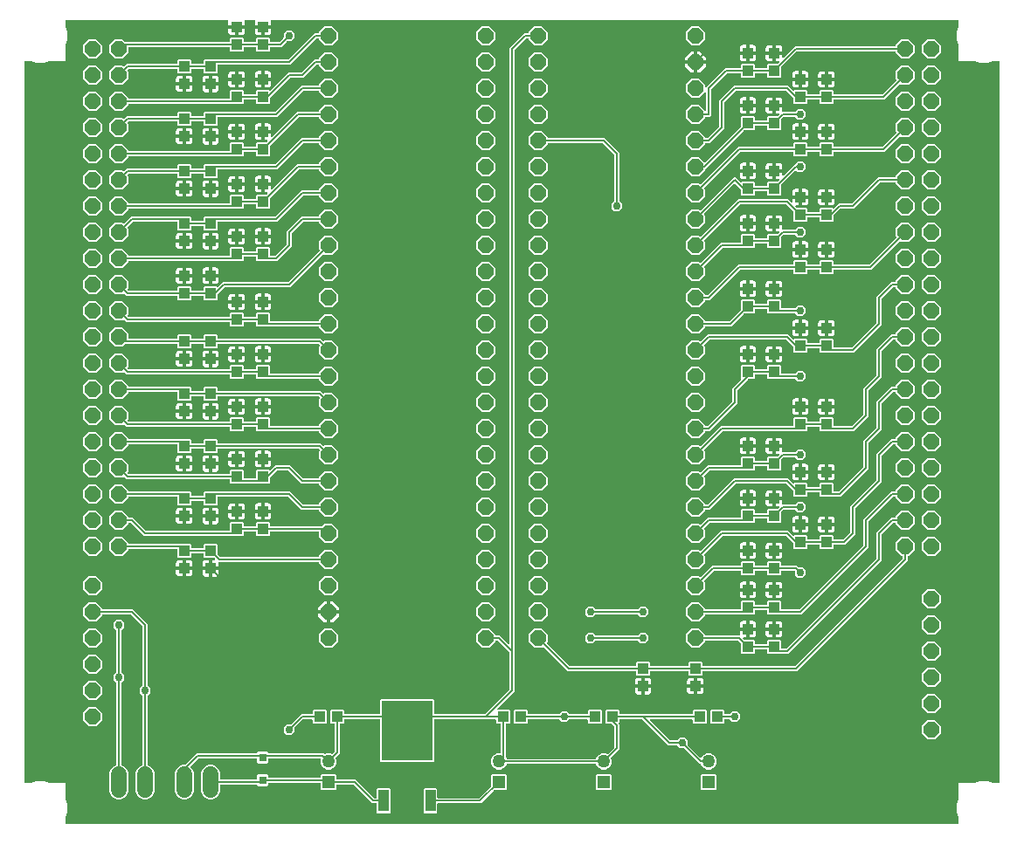
<source format=gbr>
G04 EAGLE Gerber RS-274X export*
G75*
%MOMM*%
%FSLAX34Y34*%
%LPD*%
%INTop Copper*%
%IPPOS*%
%AMOC8*
5,1,8,0,0,1.08239X$1,22.5*%
G01*
%ADD10R,1.000000X1.100000*%
%ADD11R,1.258000X1.258000*%
%ADD12C,1.258000*%
%ADD13R,1.100000X1.000000*%
%ADD14R,0.800000X0.800000*%
%ADD15R,1.000000X2.100000*%
%ADD16R,4.900000X5.850000*%
%ADD17P,1.632244X8X112.500000*%
%ADD18P,1.632244X8X292.500000*%
%ADD19C,1.508000*%
%ADD20C,0.152400*%
%ADD21C,0.756400*%

G36*
X939820Y10202D02*
X939820Y10202D01*
X939839Y10200D01*
X939941Y10222D01*
X940043Y10239D01*
X940060Y10248D01*
X940080Y10252D01*
X940169Y10305D01*
X940260Y10354D01*
X940274Y10368D01*
X940291Y10378D01*
X940358Y10457D01*
X940430Y10532D01*
X940438Y10550D01*
X940451Y10565D01*
X940490Y10661D01*
X940533Y10755D01*
X940535Y10775D01*
X940543Y10793D01*
X940561Y10960D01*
X940561Y16176D01*
X940559Y16191D01*
X940561Y16207D01*
X940535Y16373D01*
X939039Y21956D01*
X939039Y28844D01*
X940535Y34427D01*
X940537Y34443D01*
X940543Y34458D01*
X940561Y34624D01*
X940561Y50039D01*
X955976Y50039D01*
X955991Y50041D01*
X956007Y50039D01*
X956173Y50065D01*
X961756Y51561D01*
X968644Y51561D01*
X974227Y50065D01*
X974243Y50063D01*
X974258Y50057D01*
X974424Y50039D01*
X979640Y50039D01*
X979660Y50042D01*
X979679Y50040D01*
X979781Y50062D01*
X979883Y50078D01*
X979900Y50088D01*
X979920Y50092D01*
X980009Y50145D01*
X980100Y50194D01*
X980114Y50208D01*
X980131Y50218D01*
X980198Y50297D01*
X980269Y50372D01*
X980278Y50390D01*
X980291Y50405D01*
X980330Y50501D01*
X980373Y50595D01*
X980375Y50615D01*
X980383Y50633D01*
X980401Y50800D01*
X980401Y749300D01*
X980398Y749320D01*
X980400Y749339D01*
X980378Y749441D01*
X980361Y749543D01*
X980352Y749560D01*
X980348Y749580D01*
X980295Y749669D01*
X980246Y749760D01*
X980232Y749774D01*
X980222Y749791D01*
X980143Y749858D01*
X980068Y749930D01*
X980050Y749938D01*
X980035Y749951D01*
X979939Y749990D01*
X979845Y750033D01*
X979825Y750035D01*
X979807Y750043D01*
X979640Y750061D01*
X974424Y750061D01*
X974409Y750059D01*
X974393Y750061D01*
X974227Y750035D01*
X968644Y748539D01*
X961756Y748539D01*
X956173Y750035D01*
X956157Y750037D01*
X956142Y750043D01*
X955976Y750061D01*
X940561Y750061D01*
X940561Y765476D01*
X940559Y765491D01*
X940561Y765507D01*
X940535Y765673D01*
X939039Y771256D01*
X939039Y778144D01*
X940535Y783727D01*
X940537Y783743D01*
X940543Y783758D01*
X940561Y783924D01*
X940561Y789140D01*
X940558Y789160D01*
X940560Y789179D01*
X940538Y789281D01*
X940522Y789383D01*
X940512Y789400D01*
X940508Y789420D01*
X940455Y789509D01*
X940406Y789600D01*
X940392Y789614D01*
X940382Y789631D01*
X940303Y789698D01*
X940228Y789769D01*
X940210Y789778D01*
X940195Y789791D01*
X940099Y789830D01*
X940005Y789873D01*
X939985Y789875D01*
X939967Y789883D01*
X939800Y789901D01*
X275001Y789901D01*
X274963Y789895D01*
X274962Y789895D01*
X274881Y789882D01*
X274764Y789863D01*
X274761Y789862D01*
X274758Y789861D01*
X274723Y789843D01*
X274722Y789843D01*
X274720Y789841D01*
X274653Y789806D01*
X274545Y789750D01*
X274543Y789748D01*
X274540Y789746D01*
X274514Y789718D01*
X274511Y789717D01*
X274501Y789705D01*
X274459Y789660D01*
X274375Y789573D01*
X274373Y789570D01*
X274371Y789568D01*
X274356Y789535D01*
X274351Y789530D01*
X274337Y789495D01*
X274320Y789458D01*
X274269Y789351D01*
X274269Y789348D01*
X274267Y789345D01*
X274264Y789313D01*
X274259Y789301D01*
X274241Y789135D01*
X274241Y789112D01*
X274240Y789106D01*
X274241Y789103D01*
X274240Y789100D01*
X274241Y789099D01*
X274241Y784723D01*
X267462Y784723D01*
X267442Y784720D01*
X267423Y784722D01*
X267321Y784700D01*
X267219Y784683D01*
X267202Y784674D01*
X267182Y784670D01*
X267093Y784617D01*
X267002Y784568D01*
X266988Y784554D01*
X266971Y784544D01*
X266904Y784465D01*
X266833Y784390D01*
X266824Y784372D01*
X266811Y784357D01*
X266772Y784261D01*
X266729Y784167D01*
X266727Y784147D01*
X266719Y784129D01*
X266701Y783962D01*
X266701Y783199D01*
X266699Y783199D01*
X266699Y783962D01*
X266696Y783982D01*
X266698Y784001D01*
X266676Y784103D01*
X266659Y784205D01*
X266650Y784222D01*
X266646Y784242D01*
X266593Y784331D01*
X266544Y784422D01*
X266530Y784436D01*
X266520Y784453D01*
X266441Y784520D01*
X266366Y784591D01*
X266348Y784600D01*
X266333Y784613D01*
X266237Y784652D01*
X266143Y784695D01*
X266123Y784697D01*
X266105Y784705D01*
X265938Y784723D01*
X259159Y784723D01*
X259159Y789135D01*
X259157Y789151D01*
X259160Y789179D01*
X259159Y789182D01*
X259159Y789185D01*
X259133Y789301D01*
X259128Y789323D01*
X259120Y789377D01*
X259115Y789387D01*
X259107Y789420D01*
X259106Y789422D01*
X259105Y789425D01*
X259042Y789529D01*
X259018Y789570D01*
X259004Y789595D01*
X259000Y789599D01*
X258981Y789631D01*
X258979Y789633D01*
X258977Y789635D01*
X258885Y789713D01*
X258833Y789758D01*
X258826Y789764D01*
X258824Y789765D01*
X258794Y789791D01*
X258791Y789792D01*
X258789Y789794D01*
X258680Y789837D01*
X258603Y789868D01*
X258566Y789883D01*
X258562Y789883D01*
X258560Y789884D01*
X258550Y789885D01*
X258399Y789901D01*
X249967Y789901D01*
X249850Y789882D01*
X249732Y789864D01*
X249728Y789862D01*
X249724Y789861D01*
X249620Y789806D01*
X249513Y789751D01*
X249510Y789748D01*
X249506Y789746D01*
X249425Y789661D01*
X249342Y789575D01*
X249340Y789571D01*
X249337Y789568D01*
X249287Y789459D01*
X249236Y789353D01*
X249235Y789349D01*
X249233Y789345D01*
X249220Y789227D01*
X249206Y789109D01*
X249207Y789104D01*
X249206Y789100D01*
X249209Y789087D01*
X249231Y788943D01*
X249341Y788534D01*
X249341Y784723D01*
X242062Y784723D01*
X242042Y784720D01*
X242023Y784722D01*
X241921Y784700D01*
X241819Y784683D01*
X241802Y784674D01*
X241782Y784670D01*
X241693Y784617D01*
X241602Y784568D01*
X241588Y784554D01*
X241571Y784544D01*
X241504Y784465D01*
X241433Y784390D01*
X241424Y784372D01*
X241411Y784357D01*
X241372Y784261D01*
X241329Y784167D01*
X241327Y784147D01*
X241319Y784129D01*
X241301Y783962D01*
X241301Y783199D01*
X241299Y783199D01*
X241299Y783962D01*
X241296Y783982D01*
X241298Y784001D01*
X241276Y784103D01*
X241259Y784205D01*
X241250Y784222D01*
X241246Y784242D01*
X241193Y784331D01*
X241144Y784422D01*
X241130Y784436D01*
X241120Y784453D01*
X241041Y784520D01*
X240966Y784591D01*
X240948Y784600D01*
X240933Y784613D01*
X240837Y784652D01*
X240743Y784695D01*
X240723Y784697D01*
X240705Y784705D01*
X240538Y784723D01*
X233259Y784723D01*
X233259Y788534D01*
X233369Y788943D01*
X233381Y789062D01*
X233394Y789179D01*
X233393Y789183D01*
X233393Y789188D01*
X233367Y789301D01*
X233341Y789420D01*
X233339Y789423D01*
X233338Y789427D01*
X233277Y789528D01*
X233215Y789631D01*
X233212Y789634D01*
X233210Y789637D01*
X233119Y789713D01*
X233028Y789791D01*
X233024Y789792D01*
X233021Y789795D01*
X232911Y789838D01*
X232800Y789883D01*
X232795Y789883D01*
X232792Y789884D01*
X232778Y789885D01*
X232633Y789901D01*
X76200Y789901D01*
X76180Y789898D01*
X76161Y789900D01*
X76059Y789878D01*
X75957Y789861D01*
X75940Y789852D01*
X75920Y789848D01*
X75831Y789795D01*
X75740Y789746D01*
X75726Y789732D01*
X75709Y789722D01*
X75642Y789643D01*
X75571Y789568D01*
X75562Y789550D01*
X75549Y789535D01*
X75510Y789439D01*
X75467Y789345D01*
X75465Y789325D01*
X75457Y789307D01*
X75439Y789140D01*
X75439Y783924D01*
X75441Y783909D01*
X75439Y783893D01*
X75465Y783727D01*
X76961Y778144D01*
X76961Y771256D01*
X75465Y765673D01*
X75463Y765657D01*
X75457Y765642D01*
X75439Y765476D01*
X75439Y750061D01*
X60024Y750061D01*
X60009Y750059D01*
X59993Y750061D01*
X59827Y750035D01*
X54244Y748539D01*
X47356Y748539D01*
X41773Y750035D01*
X41757Y750037D01*
X41742Y750043D01*
X41576Y750061D01*
X36360Y750061D01*
X36340Y750058D01*
X36321Y750060D01*
X36219Y750038D01*
X36117Y750022D01*
X36100Y750012D01*
X36080Y750008D01*
X35991Y749955D01*
X35900Y749906D01*
X35886Y749892D01*
X35869Y749882D01*
X35802Y749803D01*
X35731Y749728D01*
X35722Y749710D01*
X35709Y749695D01*
X35670Y749599D01*
X35627Y749505D01*
X35625Y749485D01*
X35617Y749467D01*
X35599Y749300D01*
X35599Y50800D01*
X35602Y50780D01*
X35600Y50761D01*
X35622Y50659D01*
X35639Y50557D01*
X35648Y50540D01*
X35652Y50520D01*
X35705Y50431D01*
X35754Y50340D01*
X35768Y50326D01*
X35778Y50309D01*
X35857Y50242D01*
X35932Y50171D01*
X35950Y50162D01*
X35965Y50149D01*
X36061Y50110D01*
X36155Y50067D01*
X36175Y50065D01*
X36193Y50057D01*
X36360Y50039D01*
X41576Y50039D01*
X41591Y50041D01*
X41607Y50039D01*
X41773Y50065D01*
X47356Y51561D01*
X54244Y51561D01*
X59827Y50065D01*
X59843Y50063D01*
X59858Y50057D01*
X60024Y50039D01*
X75439Y50039D01*
X75439Y34624D01*
X75441Y34609D01*
X75439Y34593D01*
X75465Y34427D01*
X76961Y28844D01*
X76961Y21956D01*
X75465Y16373D01*
X75463Y16357D01*
X75457Y16342D01*
X75439Y16176D01*
X75439Y10960D01*
X75442Y10940D01*
X75440Y10921D01*
X75462Y10819D01*
X75479Y10717D01*
X75488Y10700D01*
X75492Y10680D01*
X75545Y10591D01*
X75594Y10500D01*
X75608Y10486D01*
X75618Y10469D01*
X75697Y10402D01*
X75772Y10331D01*
X75790Y10322D01*
X75805Y10309D01*
X75901Y10270D01*
X75995Y10227D01*
X76015Y10225D01*
X76033Y10217D01*
X76200Y10199D01*
X939800Y10199D01*
X939820Y10202D01*
G37*
%LPC*%
G36*
X188697Y34195D02*
X188697Y34195D01*
X185365Y35575D01*
X182815Y38125D01*
X181435Y41457D01*
X181435Y60143D01*
X182815Y63475D01*
X185365Y66025D01*
X188697Y67405D01*
X190855Y67405D01*
X190946Y67419D01*
X191036Y67427D01*
X191066Y67439D01*
X191098Y67444D01*
X191179Y67487D01*
X191263Y67523D01*
X191295Y67549D01*
X191316Y67560D01*
X191338Y67583D01*
X191394Y67628D01*
X202253Y78487D01*
X260414Y78487D01*
X260434Y78490D01*
X260453Y78488D01*
X260555Y78510D01*
X260657Y78526D01*
X260674Y78536D01*
X260694Y78540D01*
X260783Y78593D01*
X260874Y78642D01*
X260888Y78656D01*
X260905Y78666D01*
X260972Y78745D01*
X261044Y78820D01*
X261052Y78838D01*
X261065Y78853D01*
X261104Y78949D01*
X261147Y79043D01*
X261149Y79063D01*
X261157Y79081D01*
X261161Y79117D01*
X262068Y80025D01*
X271332Y80025D01*
X272247Y79109D01*
X272248Y79107D01*
X272264Y79005D01*
X272274Y78988D01*
X272278Y78968D01*
X272331Y78879D01*
X272380Y78788D01*
X272394Y78774D01*
X272404Y78757D01*
X272483Y78690D01*
X272558Y78618D01*
X272576Y78610D01*
X272591Y78597D01*
X272687Y78558D01*
X272781Y78515D01*
X272801Y78513D01*
X272819Y78505D01*
X272986Y78487D01*
X325747Y78487D01*
X326146Y78088D01*
X326242Y78019D01*
X326335Y77950D01*
X326341Y77948D01*
X326346Y77944D01*
X326457Y77910D01*
X326568Y77874D01*
X326575Y77874D01*
X326581Y77872D01*
X326697Y77875D01*
X326814Y77876D01*
X326822Y77878D01*
X326827Y77878D01*
X326844Y77885D01*
X326976Y77923D01*
X328646Y78615D01*
X331754Y78615D01*
X333424Y77923D01*
X333538Y77896D01*
X333652Y77868D01*
X333658Y77868D01*
X333664Y77867D01*
X333780Y77878D01*
X333897Y77887D01*
X333903Y77889D01*
X333909Y77890D01*
X334016Y77938D01*
X334123Y77983D01*
X334129Y77988D01*
X334134Y77990D01*
X334147Y78002D01*
X334254Y78088D01*
X336190Y80024D01*
X336243Y80098D01*
X336303Y80168D01*
X336315Y80198D01*
X336334Y80224D01*
X336361Y80311D01*
X336395Y80396D01*
X336399Y80437D01*
X336406Y80459D01*
X336405Y80491D01*
X336413Y80563D01*
X336413Y107014D01*
X336410Y107034D01*
X336412Y107053D01*
X336390Y107155D01*
X336374Y107257D01*
X336364Y107274D01*
X336360Y107294D01*
X336307Y107383D01*
X336258Y107474D01*
X336244Y107488D01*
X336234Y107505D01*
X336155Y107572D01*
X336080Y107644D01*
X336062Y107652D01*
X336047Y107665D01*
X335951Y107704D01*
X335857Y107747D01*
X335837Y107749D01*
X335819Y107757D01*
X335652Y107775D01*
X332568Y107775D01*
X331675Y108668D01*
X331675Y119932D01*
X332568Y120825D01*
X344832Y120825D01*
X345725Y119932D01*
X345725Y117348D01*
X345728Y117328D01*
X345726Y117309D01*
X345748Y117207D01*
X345764Y117105D01*
X345774Y117088D01*
X345778Y117068D01*
X345831Y116979D01*
X345880Y116888D01*
X345894Y116874D01*
X345904Y116857D01*
X345983Y116790D01*
X346058Y116718D01*
X346076Y116710D01*
X346091Y116697D01*
X346187Y116658D01*
X346281Y116615D01*
X346301Y116613D01*
X346319Y116605D01*
X346486Y116587D01*
X379614Y116587D01*
X379634Y116590D01*
X379653Y116588D01*
X379755Y116610D01*
X379857Y116626D01*
X379874Y116636D01*
X379894Y116640D01*
X379983Y116693D01*
X380074Y116742D01*
X380088Y116756D01*
X380105Y116766D01*
X380172Y116845D01*
X380244Y116920D01*
X380252Y116938D01*
X380265Y116953D01*
X380304Y117049D01*
X380347Y117143D01*
X380349Y117163D01*
X380357Y117181D01*
X380375Y117348D01*
X380375Y130582D01*
X381268Y131475D01*
X431532Y131475D01*
X432425Y130582D01*
X432425Y117348D01*
X432428Y117328D01*
X432426Y117309D01*
X432448Y117207D01*
X432464Y117105D01*
X432474Y117088D01*
X432478Y117068D01*
X432531Y116979D01*
X432580Y116888D01*
X432594Y116874D01*
X432604Y116857D01*
X432683Y116790D01*
X432758Y116718D01*
X432776Y116710D01*
X432791Y116697D01*
X432887Y116658D01*
X432981Y116615D01*
X433001Y116613D01*
X433019Y116605D01*
X433186Y116587D01*
X481338Y116587D01*
X481428Y116601D01*
X481519Y116609D01*
X481548Y116621D01*
X481580Y116626D01*
X481661Y116669D01*
X481745Y116705D01*
X481777Y116731D01*
X481798Y116742D01*
X481820Y116765D01*
X481876Y116810D01*
X505490Y140424D01*
X505543Y140498D01*
X505603Y140568D01*
X505615Y140598D01*
X505634Y140624D01*
X505661Y140711D01*
X505695Y140796D01*
X505699Y140837D01*
X505706Y140859D01*
X505705Y140891D01*
X505713Y140963D01*
X505713Y176537D01*
X505699Y176628D01*
X505691Y176718D01*
X505679Y176748D01*
X505674Y176780D01*
X505631Y176861D01*
X505595Y176945D01*
X505569Y176977D01*
X505558Y176998D01*
X505535Y177020D01*
X505490Y177076D01*
X494576Y187990D01*
X494502Y188043D01*
X494432Y188103D01*
X494402Y188115D01*
X494376Y188134D01*
X494289Y188161D01*
X494204Y188195D01*
X494163Y188199D01*
X494141Y188206D01*
X494109Y188205D01*
X494037Y188213D01*
X492426Y188213D01*
X492406Y188210D01*
X492387Y188212D01*
X492285Y188190D01*
X492183Y188174D01*
X492166Y188164D01*
X492146Y188160D01*
X492057Y188107D01*
X491966Y188058D01*
X491952Y188044D01*
X491935Y188034D01*
X491868Y187955D01*
X491796Y187880D01*
X491788Y187862D01*
X491775Y187847D01*
X491736Y187751D01*
X491693Y187657D01*
X491691Y187637D01*
X491683Y187619D01*
X491665Y187452D01*
X491665Y186745D01*
X486355Y181435D01*
X478845Y181435D01*
X473535Y186745D01*
X473535Y194255D01*
X478845Y199565D01*
X486355Y199565D01*
X491665Y194255D01*
X491665Y193548D01*
X491668Y193528D01*
X491666Y193509D01*
X491688Y193407D01*
X491704Y193305D01*
X491714Y193288D01*
X491718Y193268D01*
X491771Y193179D01*
X491820Y193088D01*
X491834Y193074D01*
X491844Y193057D01*
X491923Y192990D01*
X491998Y192918D01*
X492016Y192910D01*
X492031Y192897D01*
X492127Y192858D01*
X492221Y192815D01*
X492241Y192813D01*
X492259Y192805D01*
X492426Y192787D01*
X496247Y192787D01*
X504414Y184620D01*
X504472Y184578D01*
X504524Y184529D01*
X504571Y184507D01*
X504613Y184477D01*
X504682Y184456D01*
X504747Y184425D01*
X504799Y184420D01*
X504849Y184404D01*
X504920Y184406D01*
X504991Y184398D01*
X505042Y184409D01*
X505094Y184411D01*
X505162Y184435D01*
X505232Y184450D01*
X505277Y184477D01*
X505325Y184495D01*
X505381Y184540D01*
X505443Y184577D01*
X505477Y184616D01*
X505517Y184649D01*
X505556Y184709D01*
X505603Y184764D01*
X505622Y184812D01*
X505650Y184856D01*
X505668Y184925D01*
X505695Y184992D01*
X505703Y185063D01*
X505711Y185094D01*
X505709Y185118D01*
X505713Y185158D01*
X505713Y762947D01*
X519753Y776987D01*
X523574Y776987D01*
X523594Y776990D01*
X523613Y776988D01*
X523715Y777010D01*
X523817Y777026D01*
X523834Y777036D01*
X523854Y777040D01*
X523943Y777093D01*
X524034Y777142D01*
X524048Y777156D01*
X524065Y777166D01*
X524132Y777245D01*
X524204Y777320D01*
X524212Y777338D01*
X524225Y777353D01*
X524264Y777449D01*
X524307Y777543D01*
X524309Y777563D01*
X524317Y777581D01*
X524335Y777748D01*
X524335Y778455D01*
X529645Y783765D01*
X537155Y783765D01*
X542465Y778455D01*
X542465Y770945D01*
X537155Y765635D01*
X529645Y765635D01*
X524335Y770945D01*
X524335Y771652D01*
X524332Y771672D01*
X524334Y771691D01*
X524312Y771793D01*
X524296Y771895D01*
X524286Y771912D01*
X524282Y771932D01*
X524229Y772021D01*
X524180Y772112D01*
X524166Y772126D01*
X524156Y772143D01*
X524077Y772210D01*
X524002Y772282D01*
X523984Y772290D01*
X523969Y772303D01*
X523873Y772342D01*
X523779Y772385D01*
X523759Y772387D01*
X523741Y772395D01*
X523574Y772413D01*
X521963Y772413D01*
X521872Y772399D01*
X521782Y772391D01*
X521752Y772379D01*
X521720Y772374D01*
X521639Y772331D01*
X521555Y772295D01*
X521523Y772269D01*
X521502Y772258D01*
X521480Y772235D01*
X521424Y772190D01*
X510510Y761276D01*
X510457Y761202D01*
X510397Y761132D01*
X510385Y761102D01*
X510366Y761076D01*
X510339Y760989D01*
X510305Y760904D01*
X510301Y760863D01*
X510294Y760841D01*
X510295Y760809D01*
X510287Y760737D01*
X510287Y138753D01*
X493658Y122124D01*
X493616Y122066D01*
X493567Y122014D01*
X493545Y121967D01*
X493515Y121925D01*
X493494Y121856D01*
X493463Y121791D01*
X493458Y121739D01*
X493442Y121689D01*
X493444Y121618D01*
X493436Y121547D01*
X493447Y121496D01*
X493449Y121444D01*
X493473Y121376D01*
X493488Y121306D01*
X493515Y121261D01*
X493533Y121213D01*
X493578Y121157D01*
X493615Y121095D01*
X493654Y121061D01*
X493687Y121021D01*
X493747Y120982D01*
X493802Y120935D01*
X493850Y120916D01*
X493894Y120888D01*
X493963Y120870D01*
X494030Y120843D01*
X494101Y120835D01*
X494132Y120827D01*
X494156Y120829D01*
X494196Y120825D01*
X505632Y120825D01*
X506525Y119932D01*
X506525Y108668D01*
X505632Y107775D01*
X502548Y107775D01*
X502528Y107772D01*
X502509Y107774D01*
X502407Y107752D01*
X502305Y107736D01*
X502288Y107726D01*
X502268Y107722D01*
X502179Y107669D01*
X502088Y107620D01*
X502074Y107606D01*
X502057Y107596D01*
X501990Y107517D01*
X501918Y107442D01*
X501910Y107424D01*
X501897Y107409D01*
X501858Y107313D01*
X501815Y107219D01*
X501813Y107199D01*
X501805Y107181D01*
X501787Y107014D01*
X501787Y75680D01*
X501802Y75590D01*
X501809Y75499D01*
X501821Y75469D01*
X501826Y75438D01*
X501869Y75357D01*
X501905Y75272D01*
X501907Y75270D01*
X502617Y73557D01*
X502678Y73457D01*
X502738Y73357D01*
X502743Y73353D01*
X502746Y73348D01*
X502836Y73273D01*
X502925Y73197D01*
X502931Y73195D01*
X502936Y73191D01*
X503044Y73149D01*
X503153Y73105D01*
X503161Y73104D01*
X503165Y73103D01*
X503184Y73102D01*
X503320Y73087D01*
X588880Y73087D01*
X588995Y73106D01*
X589111Y73123D01*
X589117Y73125D01*
X589123Y73126D01*
X589225Y73181D01*
X589330Y73234D01*
X589335Y73239D01*
X589340Y73242D01*
X589420Y73326D01*
X589502Y73410D01*
X589506Y73416D01*
X589509Y73420D01*
X589517Y73437D01*
X589583Y73557D01*
X590275Y75227D01*
X592473Y77425D01*
X595346Y78615D01*
X598454Y78615D01*
X600124Y77923D01*
X600238Y77896D01*
X600352Y77868D01*
X600358Y77868D01*
X600364Y77867D01*
X600480Y77878D01*
X600597Y77887D01*
X600603Y77889D01*
X600609Y77890D01*
X600716Y77938D01*
X600823Y77983D01*
X600829Y77988D01*
X600834Y77990D01*
X600847Y78003D01*
X600954Y78088D01*
X607090Y84224D01*
X607143Y84298D01*
X607203Y84368D01*
X607215Y84398D01*
X607234Y84424D01*
X607261Y84511D01*
X607295Y84596D01*
X607299Y84637D01*
X607306Y84659D01*
X607305Y84691D01*
X607313Y84763D01*
X607313Y104537D01*
X607299Y104628D01*
X607291Y104718D01*
X607279Y104748D01*
X607274Y104780D01*
X607231Y104861D01*
X607195Y104945D01*
X607169Y104977D01*
X607158Y104998D01*
X607135Y105020D01*
X607090Y105076D01*
X604614Y107552D01*
X604540Y107605D01*
X604470Y107665D01*
X604440Y107677D01*
X604414Y107696D01*
X604327Y107723D01*
X604242Y107757D01*
X604201Y107761D01*
X604179Y107768D01*
X604147Y107767D01*
X604075Y107775D01*
X599268Y107775D01*
X598375Y108668D01*
X598375Y119932D01*
X599268Y120825D01*
X611532Y120825D01*
X612425Y119932D01*
X612425Y117348D01*
X612428Y117328D01*
X612426Y117309D01*
X612448Y117207D01*
X612464Y117105D01*
X612474Y117088D01*
X612478Y117068D01*
X612531Y116979D01*
X612580Y116888D01*
X612594Y116874D01*
X612604Y116857D01*
X612683Y116790D01*
X612758Y116718D01*
X612776Y116710D01*
X612791Y116697D01*
X612887Y116658D01*
X612981Y116615D01*
X613001Y116613D01*
X613019Y116605D01*
X613186Y116587D01*
X682214Y116587D01*
X682234Y116590D01*
X682253Y116588D01*
X682355Y116610D01*
X682457Y116626D01*
X682474Y116636D01*
X682494Y116640D01*
X682583Y116693D01*
X682674Y116742D01*
X682688Y116756D01*
X682705Y116766D01*
X682772Y116845D01*
X682844Y116920D01*
X682852Y116938D01*
X682865Y116953D01*
X682904Y117049D01*
X682947Y117143D01*
X682949Y117163D01*
X682957Y117181D01*
X682975Y117348D01*
X682975Y119932D01*
X683868Y120825D01*
X696132Y120825D01*
X697025Y119932D01*
X697025Y108668D01*
X696132Y107775D01*
X683868Y107775D01*
X682975Y108668D01*
X682975Y111252D01*
X682972Y111272D01*
X682974Y111291D01*
X682952Y111393D01*
X682936Y111495D01*
X682926Y111512D01*
X682922Y111532D01*
X682869Y111621D01*
X682820Y111712D01*
X682806Y111726D01*
X682796Y111743D01*
X682717Y111810D01*
X682642Y111882D01*
X682624Y111890D01*
X682609Y111903D01*
X682513Y111942D01*
X682419Y111985D01*
X682399Y111987D01*
X682381Y111995D01*
X682214Y112013D01*
X642358Y112013D01*
X642288Y112002D01*
X642216Y112000D01*
X642167Y111982D01*
X642116Y111974D01*
X642052Y111940D01*
X641985Y111915D01*
X641944Y111883D01*
X641898Y111858D01*
X641849Y111806D01*
X641793Y111762D01*
X641765Y111718D01*
X641729Y111680D01*
X641699Y111615D01*
X641660Y111555D01*
X641647Y111504D01*
X641625Y111457D01*
X641617Y111386D01*
X641600Y111316D01*
X641604Y111264D01*
X641598Y111213D01*
X641613Y111142D01*
X641619Y111071D01*
X641639Y111023D01*
X641650Y110972D01*
X641687Y110911D01*
X641715Y110845D01*
X641760Y110789D01*
X641777Y110761D01*
X641794Y110746D01*
X641820Y110714D01*
X661124Y91410D01*
X661198Y91357D01*
X661268Y91297D01*
X661298Y91285D01*
X661324Y91266D01*
X661411Y91239D01*
X661496Y91205D01*
X661537Y91201D01*
X661559Y91194D01*
X661591Y91195D01*
X661663Y91187D01*
X667567Y91187D01*
X667657Y91201D01*
X667748Y91209D01*
X667777Y91221D01*
X667809Y91226D01*
X667890Y91269D01*
X667974Y91305D01*
X668006Y91331D01*
X668027Y91342D01*
X668049Y91365D01*
X668105Y91410D01*
X670902Y94207D01*
X675298Y94207D01*
X678407Y91098D01*
X678407Y87142D01*
X678421Y87052D01*
X678429Y86961D01*
X678441Y86932D01*
X678446Y86900D01*
X678489Y86819D01*
X678525Y86735D01*
X678551Y86703D01*
X678562Y86682D01*
X678585Y86660D01*
X678630Y86604D01*
X690522Y74712D01*
X690560Y74685D01*
X690591Y74651D01*
X690659Y74613D01*
X690722Y74568D01*
X690766Y74555D01*
X690806Y74532D01*
X690883Y74519D01*
X690957Y74496D01*
X691003Y74497D01*
X691048Y74489D01*
X691125Y74500D01*
X691203Y74502D01*
X691246Y74518D01*
X691292Y74524D01*
X691361Y74560D01*
X691434Y74586D01*
X691470Y74615D01*
X691511Y74636D01*
X691565Y74692D01*
X691626Y74740D01*
X691651Y74779D01*
X691683Y74812D01*
X691749Y74931D01*
X691759Y74947D01*
X691760Y74952D01*
X691764Y74959D01*
X691875Y75227D01*
X694073Y77425D01*
X696946Y78615D01*
X700054Y78615D01*
X702927Y77425D01*
X705125Y75227D01*
X706315Y72354D01*
X706315Y69246D01*
X705125Y66373D01*
X702927Y64175D01*
X700054Y62985D01*
X696946Y62985D01*
X694073Y64175D01*
X691875Y66373D01*
X691183Y68043D01*
X691122Y68143D01*
X691062Y68243D01*
X691057Y68247D01*
X691054Y68252D01*
X690964Y68327D01*
X690875Y68403D01*
X690869Y68405D01*
X690864Y68409D01*
X690756Y68451D01*
X690647Y68495D01*
X690639Y68496D01*
X690635Y68497D01*
X690616Y68498D01*
X690480Y68513D01*
X690253Y68513D01*
X675396Y83370D01*
X675322Y83423D01*
X675252Y83483D01*
X675222Y83495D01*
X675196Y83514D01*
X675109Y83541D01*
X675024Y83575D01*
X674983Y83579D01*
X674961Y83586D01*
X674929Y83585D01*
X674858Y83593D01*
X670902Y83593D01*
X668105Y86390D01*
X668031Y86443D01*
X667961Y86503D01*
X667931Y86515D01*
X667905Y86534D01*
X667818Y86561D01*
X667733Y86595D01*
X667692Y86599D01*
X667670Y86606D01*
X667638Y86605D01*
X667567Y86613D01*
X659453Y86613D01*
X634276Y111790D01*
X634202Y111843D01*
X634132Y111903D01*
X634102Y111915D01*
X634076Y111934D01*
X633989Y111961D01*
X633904Y111995D01*
X633863Y111999D01*
X633841Y112006D01*
X633809Y112005D01*
X633738Y112013D01*
X613186Y112013D01*
X613166Y112010D01*
X613147Y112012D01*
X613045Y111990D01*
X612943Y111974D01*
X612926Y111964D01*
X612906Y111960D01*
X612817Y111907D01*
X612726Y111858D01*
X612712Y111844D01*
X612695Y111834D01*
X612628Y111755D01*
X612556Y111680D01*
X612548Y111662D01*
X612535Y111647D01*
X612496Y111551D01*
X612453Y111457D01*
X612451Y111437D01*
X612443Y111419D01*
X612425Y111252D01*
X612425Y108668D01*
X611733Y107977D01*
X611722Y107961D01*
X611706Y107948D01*
X611650Y107861D01*
X611590Y107777D01*
X611584Y107758D01*
X611573Y107742D01*
X611548Y107641D01*
X611517Y107542D01*
X611518Y107522D01*
X611513Y107503D01*
X611521Y107400D01*
X611524Y107296D01*
X611531Y107278D01*
X611532Y107258D01*
X611573Y107163D01*
X611608Y107065D01*
X611621Y107050D01*
X611629Y107032D01*
X611733Y106901D01*
X611887Y106747D01*
X611887Y82553D01*
X610324Y80990D01*
X604188Y74854D01*
X604119Y74759D01*
X604050Y74665D01*
X604048Y74659D01*
X604044Y74654D01*
X604010Y74543D01*
X603974Y74432D01*
X603974Y74425D01*
X603972Y74419D01*
X603975Y74303D01*
X603976Y74186D01*
X603978Y74178D01*
X603978Y74173D01*
X603985Y74156D01*
X604023Y74024D01*
X604715Y72354D01*
X604715Y69246D01*
X603525Y66373D01*
X601327Y64175D01*
X598454Y62985D01*
X595346Y62985D01*
X592473Y64175D01*
X590275Y66373D01*
X589583Y68043D01*
X589522Y68143D01*
X589462Y68243D01*
X589457Y68247D01*
X589454Y68252D01*
X589364Y68327D01*
X589275Y68403D01*
X589269Y68405D01*
X589264Y68409D01*
X589156Y68451D01*
X589047Y68495D01*
X589039Y68496D01*
X589035Y68497D01*
X589016Y68498D01*
X588880Y68513D01*
X503320Y68513D01*
X503205Y68494D01*
X503089Y68477D01*
X503083Y68475D01*
X503077Y68474D01*
X502974Y68419D01*
X502870Y68366D01*
X502865Y68361D01*
X502860Y68358D01*
X502780Y68274D01*
X502698Y68190D01*
X502694Y68184D01*
X502691Y68180D01*
X502683Y68163D01*
X502617Y68043D01*
X501925Y66373D01*
X499727Y64175D01*
X496854Y62985D01*
X493746Y62985D01*
X490873Y64175D01*
X488675Y66373D01*
X487485Y69246D01*
X487485Y72354D01*
X488675Y75227D01*
X490873Y77425D01*
X493746Y78615D01*
X496452Y78615D01*
X496472Y78618D01*
X496491Y78616D01*
X496593Y78638D01*
X496695Y78654D01*
X496712Y78664D01*
X496732Y78668D01*
X496821Y78721D01*
X496912Y78770D01*
X496926Y78784D01*
X496943Y78794D01*
X497010Y78873D01*
X497082Y78948D01*
X497090Y78966D01*
X497103Y78981D01*
X497142Y79077D01*
X497185Y79171D01*
X497187Y79191D01*
X497195Y79209D01*
X497213Y79376D01*
X497213Y107014D01*
X497210Y107034D01*
X497212Y107053D01*
X497190Y107155D01*
X497174Y107257D01*
X497164Y107274D01*
X497160Y107294D01*
X497107Y107383D01*
X497058Y107474D01*
X497044Y107488D01*
X497034Y107505D01*
X496955Y107572D01*
X496880Y107644D01*
X496862Y107652D01*
X496847Y107665D01*
X496751Y107704D01*
X496657Y107747D01*
X496637Y107749D01*
X496619Y107757D01*
X496452Y107775D01*
X493368Y107775D01*
X492475Y108668D01*
X492475Y111252D01*
X492472Y111272D01*
X492474Y111291D01*
X492452Y111393D01*
X492436Y111495D01*
X492426Y111512D01*
X492422Y111532D01*
X492369Y111621D01*
X492320Y111712D01*
X492306Y111726D01*
X492296Y111743D01*
X492217Y111810D01*
X492142Y111882D01*
X492124Y111890D01*
X492109Y111903D01*
X492013Y111942D01*
X491919Y111985D01*
X491899Y111987D01*
X491881Y111995D01*
X491714Y112013D01*
X433186Y112013D01*
X433166Y112010D01*
X433147Y112012D01*
X433045Y111990D01*
X432943Y111974D01*
X432926Y111964D01*
X432906Y111960D01*
X432817Y111907D01*
X432726Y111858D01*
X432712Y111844D01*
X432695Y111834D01*
X432628Y111755D01*
X432556Y111680D01*
X432548Y111662D01*
X432535Y111647D01*
X432496Y111551D01*
X432453Y111457D01*
X432451Y111437D01*
X432443Y111419D01*
X432425Y111252D01*
X432425Y70818D01*
X431532Y69925D01*
X381268Y69925D01*
X380375Y70818D01*
X380375Y111252D01*
X380372Y111272D01*
X380374Y111291D01*
X380352Y111393D01*
X380336Y111495D01*
X380326Y111512D01*
X380322Y111532D01*
X380269Y111621D01*
X380220Y111712D01*
X380206Y111726D01*
X380196Y111743D01*
X380117Y111810D01*
X380042Y111882D01*
X380024Y111890D01*
X380009Y111903D01*
X379913Y111942D01*
X379819Y111985D01*
X379799Y111987D01*
X379781Y111995D01*
X379614Y112013D01*
X346486Y112013D01*
X346466Y112010D01*
X346447Y112012D01*
X346345Y111990D01*
X346243Y111974D01*
X346226Y111964D01*
X346206Y111960D01*
X346117Y111907D01*
X346026Y111858D01*
X346012Y111844D01*
X345995Y111834D01*
X345928Y111755D01*
X345856Y111680D01*
X345848Y111662D01*
X345835Y111647D01*
X345796Y111551D01*
X345753Y111457D01*
X345751Y111437D01*
X345743Y111419D01*
X345725Y111252D01*
X345725Y108668D01*
X344832Y107775D01*
X341748Y107775D01*
X341728Y107772D01*
X341709Y107774D01*
X341607Y107752D01*
X341505Y107736D01*
X341488Y107726D01*
X341468Y107722D01*
X341379Y107669D01*
X341288Y107620D01*
X341274Y107606D01*
X341257Y107596D01*
X341190Y107517D01*
X341118Y107442D01*
X341110Y107424D01*
X341097Y107409D01*
X341058Y107313D01*
X341015Y107219D01*
X341013Y107199D01*
X341005Y107181D01*
X340987Y107014D01*
X340987Y78353D01*
X337488Y74854D01*
X337419Y74759D01*
X337350Y74665D01*
X337348Y74659D01*
X337344Y74654D01*
X337310Y74543D01*
X337274Y74432D01*
X337274Y74425D01*
X337272Y74419D01*
X337275Y74303D01*
X337276Y74186D01*
X337278Y74178D01*
X337278Y74173D01*
X337285Y74156D01*
X337323Y74024D01*
X338015Y72354D01*
X338015Y69246D01*
X336825Y66373D01*
X334627Y64175D01*
X331754Y62985D01*
X328646Y62985D01*
X325773Y64175D01*
X323575Y66373D01*
X322385Y69246D01*
X322385Y72354D01*
X322595Y72861D01*
X322605Y72905D01*
X322625Y72947D01*
X322633Y73024D01*
X322651Y73100D01*
X322647Y73146D01*
X322652Y73191D01*
X322635Y73268D01*
X322628Y73345D01*
X322609Y73387D01*
X322600Y73432D01*
X322560Y73499D01*
X322528Y73570D01*
X322497Y73604D01*
X322473Y73643D01*
X322414Y73694D01*
X322362Y73751D01*
X322322Y73773D01*
X322287Y73803D01*
X322214Y73832D01*
X322146Y73869D01*
X322101Y73878D01*
X322058Y73895D01*
X321922Y73910D01*
X321904Y73913D01*
X321899Y73912D01*
X321892Y73913D01*
X272986Y73913D01*
X272966Y73910D01*
X272947Y73912D01*
X272845Y73890D01*
X272743Y73874D01*
X272726Y73864D01*
X272706Y73860D01*
X272617Y73807D01*
X272526Y73758D01*
X272512Y73744D01*
X272495Y73734D01*
X272428Y73655D01*
X272356Y73580D01*
X272348Y73562D01*
X272335Y73547D01*
X272296Y73451D01*
X272253Y73357D01*
X272251Y73337D01*
X272243Y73319D01*
X272225Y73152D01*
X272225Y69868D01*
X271332Y68975D01*
X262068Y68975D01*
X261175Y69868D01*
X261175Y73152D01*
X261172Y73172D01*
X261174Y73191D01*
X261152Y73293D01*
X261136Y73395D01*
X261126Y73412D01*
X261122Y73432D01*
X261069Y73521D01*
X261020Y73612D01*
X261006Y73626D01*
X260996Y73643D01*
X260917Y73710D01*
X260842Y73782D01*
X260824Y73790D01*
X260809Y73803D01*
X260713Y73842D01*
X260619Y73885D01*
X260599Y73887D01*
X260581Y73895D01*
X260414Y73913D01*
X204463Y73913D01*
X204372Y73899D01*
X204282Y73891D01*
X204252Y73879D01*
X204220Y73874D01*
X204139Y73831D01*
X204055Y73795D01*
X204023Y73769D01*
X204002Y73758D01*
X203980Y73735D01*
X203924Y73690D01*
X196485Y66251D01*
X196473Y66235D01*
X196458Y66222D01*
X196402Y66135D01*
X196341Y66051D01*
X196336Y66032D01*
X196325Y66016D01*
X196299Y65915D01*
X196269Y65816D01*
X196270Y65796D01*
X196265Y65777D01*
X196273Y65674D01*
X196275Y65570D01*
X196282Y65552D01*
X196284Y65532D01*
X196324Y65437D01*
X196360Y65339D01*
X196372Y65324D01*
X196380Y65305D01*
X196485Y65174D01*
X198185Y63475D01*
X199565Y60143D01*
X199565Y41457D01*
X198185Y38125D01*
X195635Y35575D01*
X192303Y34195D01*
X188697Y34195D01*
G37*
%LPD*%
%LPC*%
G36*
X629368Y153875D02*
X629368Y153875D01*
X628475Y154768D01*
X628475Y157852D01*
X628472Y157872D01*
X628474Y157891D01*
X628452Y157993D01*
X628436Y158095D01*
X628426Y158112D01*
X628422Y158132D01*
X628369Y158221D01*
X628320Y158312D01*
X628306Y158326D01*
X628296Y158343D01*
X628217Y158410D01*
X628142Y158482D01*
X628124Y158490D01*
X628109Y158503D01*
X628013Y158542D01*
X627919Y158585D01*
X627899Y158587D01*
X627881Y158595D01*
X627714Y158613D01*
X562053Y158613D01*
X538731Y181935D01*
X538715Y181947D01*
X538702Y181962D01*
X538615Y182018D01*
X538531Y182079D01*
X538512Y182084D01*
X538495Y182095D01*
X538395Y182121D01*
X538296Y182151D01*
X538276Y182150D01*
X538257Y182155D01*
X538154Y182147D01*
X538050Y182145D01*
X538032Y182138D01*
X538012Y182136D01*
X537917Y182096D01*
X537819Y182060D01*
X537804Y182048D01*
X537785Y182040D01*
X537654Y181935D01*
X537155Y181435D01*
X529645Y181435D01*
X524335Y186745D01*
X524335Y194255D01*
X529645Y199565D01*
X537155Y199565D01*
X542465Y194255D01*
X542465Y186745D01*
X541965Y186246D01*
X541953Y186229D01*
X541938Y186217D01*
X541882Y186130D01*
X541821Y186046D01*
X541816Y186027D01*
X541805Y186010D01*
X541779Y185910D01*
X541749Y185811D01*
X541750Y185791D01*
X541745Y185771D01*
X541753Y185668D01*
X541755Y185565D01*
X541762Y185546D01*
X541764Y185526D01*
X541804Y185431D01*
X541840Y185334D01*
X541852Y185318D01*
X541860Y185300D01*
X541965Y185169D01*
X563724Y163410D01*
X563798Y163357D01*
X563868Y163297D01*
X563898Y163285D01*
X563924Y163266D01*
X564011Y163239D01*
X564096Y163205D01*
X564137Y163201D01*
X564159Y163194D01*
X564191Y163195D01*
X564263Y163187D01*
X627714Y163187D01*
X627734Y163190D01*
X627753Y163188D01*
X627855Y163210D01*
X627957Y163226D01*
X627974Y163236D01*
X627994Y163240D01*
X628083Y163293D01*
X628174Y163342D01*
X628188Y163356D01*
X628205Y163366D01*
X628272Y163445D01*
X628344Y163520D01*
X628352Y163538D01*
X628365Y163553D01*
X628404Y163649D01*
X628447Y163743D01*
X628449Y163763D01*
X628457Y163781D01*
X628475Y163948D01*
X628475Y167032D01*
X629368Y167925D01*
X640632Y167925D01*
X641525Y167032D01*
X641525Y163948D01*
X641526Y163938D01*
X641526Y163932D01*
X641527Y163924D01*
X641526Y163909D01*
X641548Y163807D01*
X641564Y163705D01*
X641574Y163688D01*
X641578Y163668D01*
X641631Y163579D01*
X641680Y163488D01*
X641694Y163474D01*
X641704Y163457D01*
X641783Y163390D01*
X641858Y163318D01*
X641876Y163310D01*
X641891Y163297D01*
X641987Y163258D01*
X642081Y163215D01*
X642101Y163213D01*
X642119Y163205D01*
X642286Y163187D01*
X678014Y163187D01*
X678034Y163190D01*
X678053Y163188D01*
X678155Y163210D01*
X678257Y163226D01*
X678274Y163236D01*
X678294Y163240D01*
X678383Y163293D01*
X678474Y163342D01*
X678488Y163356D01*
X678505Y163366D01*
X678572Y163445D01*
X678644Y163520D01*
X678652Y163538D01*
X678665Y163553D01*
X678704Y163649D01*
X678747Y163743D01*
X678749Y163763D01*
X678757Y163781D01*
X678775Y163948D01*
X678775Y166532D01*
X679668Y167425D01*
X691932Y167425D01*
X692825Y166532D01*
X692825Y163948D01*
X692826Y163938D01*
X692826Y163932D01*
X692827Y163924D01*
X692826Y163909D01*
X692848Y163807D01*
X692864Y163705D01*
X692874Y163688D01*
X692878Y163668D01*
X692931Y163579D01*
X692980Y163488D01*
X692994Y163474D01*
X693004Y163457D01*
X693083Y163390D01*
X693158Y163318D01*
X693176Y163310D01*
X693191Y163297D01*
X693287Y163258D01*
X693381Y163215D01*
X693401Y163213D01*
X693419Y163205D01*
X693586Y163187D01*
X781937Y163187D01*
X782028Y163201D01*
X782118Y163209D01*
X782148Y163221D01*
X782180Y163226D01*
X782261Y163269D01*
X782345Y163305D01*
X782377Y163331D01*
X782398Y163342D01*
X782419Y163364D01*
X782421Y163365D01*
X782425Y163369D01*
X782476Y163410D01*
X886490Y267424D01*
X886543Y267498D01*
X886603Y267568D01*
X886615Y267598D01*
X886634Y267624D01*
X886661Y267711D01*
X886695Y267796D01*
X886699Y267837D01*
X886706Y267859D01*
X886705Y267891D01*
X886713Y267963D01*
X886713Y269574D01*
X886710Y269594D01*
X886712Y269613D01*
X886690Y269715D01*
X886674Y269817D01*
X886664Y269834D01*
X886660Y269854D01*
X886607Y269943D01*
X886558Y270034D01*
X886544Y270048D01*
X886534Y270065D01*
X886455Y270132D01*
X886380Y270204D01*
X886362Y270212D01*
X886347Y270225D01*
X886251Y270264D01*
X886157Y270307D01*
X886137Y270309D01*
X886119Y270317D01*
X885952Y270335D01*
X885245Y270335D01*
X879935Y275645D01*
X879935Y283155D01*
X885245Y288465D01*
X892755Y288465D01*
X898065Y283155D01*
X898065Y275645D01*
X892755Y270335D01*
X892048Y270335D01*
X892028Y270332D01*
X892009Y270334D01*
X891907Y270312D01*
X891805Y270296D01*
X891788Y270286D01*
X891768Y270282D01*
X891679Y270229D01*
X891588Y270180D01*
X891574Y270166D01*
X891557Y270156D01*
X891490Y270077D01*
X891418Y270002D01*
X891410Y269984D01*
X891397Y269969D01*
X891358Y269873D01*
X891315Y269779D01*
X891313Y269759D01*
X891305Y269741D01*
X891287Y269574D01*
X891287Y265753D01*
X784147Y158613D01*
X693586Y158613D01*
X693566Y158610D01*
X693547Y158612D01*
X693445Y158590D01*
X693343Y158574D01*
X693326Y158564D01*
X693306Y158560D01*
X693217Y158507D01*
X693126Y158458D01*
X693112Y158444D01*
X693095Y158434D01*
X693028Y158355D01*
X692956Y158280D01*
X692948Y158262D01*
X692935Y158247D01*
X692896Y158151D01*
X692853Y158057D01*
X692851Y158037D01*
X692843Y158019D01*
X692825Y157852D01*
X692825Y155268D01*
X691932Y154375D01*
X679668Y154375D01*
X678775Y155268D01*
X678775Y157852D01*
X678772Y157872D01*
X678774Y157891D01*
X678752Y157993D01*
X678736Y158095D01*
X678726Y158112D01*
X678722Y158132D01*
X678669Y158221D01*
X678620Y158312D01*
X678606Y158326D01*
X678596Y158343D01*
X678517Y158410D01*
X678442Y158482D01*
X678424Y158490D01*
X678409Y158503D01*
X678313Y158542D01*
X678219Y158585D01*
X678199Y158587D01*
X678181Y158595D01*
X678014Y158613D01*
X642286Y158613D01*
X642266Y158610D01*
X642247Y158612D01*
X642145Y158590D01*
X642043Y158574D01*
X642026Y158564D01*
X642006Y158560D01*
X641917Y158507D01*
X641826Y158458D01*
X641812Y158444D01*
X641795Y158434D01*
X641728Y158355D01*
X641656Y158280D01*
X641648Y158262D01*
X641635Y158247D01*
X641596Y158151D01*
X641553Y158057D01*
X641551Y158037D01*
X641543Y158019D01*
X641525Y157852D01*
X641525Y154768D01*
X640632Y153875D01*
X629368Y153875D01*
G37*
%LPD*%
%LPC*%
G36*
X682045Y689435D02*
X682045Y689435D01*
X676735Y694745D01*
X676735Y702255D01*
X682045Y707565D01*
X689555Y707565D01*
X694914Y702206D01*
X694972Y702164D01*
X695024Y702114D01*
X695071Y702093D01*
X695113Y702062D01*
X695182Y702041D01*
X695247Y702011D01*
X695299Y702005D01*
X695349Y701990D01*
X695420Y701992D01*
X695491Y701984D01*
X695542Y701995D01*
X695594Y701996D01*
X695662Y702021D01*
X695732Y702036D01*
X695777Y702063D01*
X695825Y702081D01*
X695881Y702125D01*
X695943Y702162D01*
X695977Y702202D01*
X696017Y702234D01*
X696056Y702295D01*
X696103Y702349D01*
X696122Y702397D01*
X696150Y702441D01*
X696168Y702511D01*
X696195Y702577D01*
X696203Y702649D01*
X696211Y702680D01*
X696209Y702703D01*
X696213Y702744D01*
X696213Y719656D01*
X696202Y719727D01*
X696200Y719798D01*
X696182Y719847D01*
X696174Y719899D01*
X696140Y719962D01*
X696115Y720029D01*
X696083Y720070D01*
X696058Y720116D01*
X696006Y720165D01*
X695962Y720221D01*
X695918Y720250D01*
X695880Y720286D01*
X695815Y720316D01*
X695755Y720354D01*
X695704Y720367D01*
X695657Y720389D01*
X695586Y720397D01*
X695516Y720415D01*
X695464Y720410D01*
X695413Y720416D01*
X695342Y720401D01*
X695271Y720395D01*
X695223Y720375D01*
X695172Y720364D01*
X695111Y720327D01*
X695045Y720299D01*
X694989Y720254D01*
X694961Y720238D01*
X694946Y720220D01*
X694914Y720194D01*
X689555Y714835D01*
X682045Y714835D01*
X676735Y720145D01*
X676735Y727655D01*
X682045Y732965D01*
X689555Y732965D01*
X694865Y727655D01*
X694865Y725336D01*
X694876Y725266D01*
X694878Y725194D01*
X694896Y725145D01*
X694904Y725094D01*
X694938Y725030D01*
X694963Y724963D01*
X694995Y724922D01*
X695020Y724876D01*
X695072Y724827D01*
X695116Y724771D01*
X695160Y724743D01*
X695198Y724707D01*
X695263Y724677D01*
X695323Y724638D01*
X695374Y724625D01*
X695421Y724603D01*
X695492Y724595D01*
X695562Y724578D01*
X695614Y724582D01*
X695665Y724576D01*
X695736Y724591D01*
X695807Y724597D01*
X695855Y724617D01*
X695906Y724628D01*
X695967Y724665D01*
X696033Y724693D01*
X696089Y724738D01*
X696117Y724755D01*
X696132Y724772D01*
X696164Y724798D01*
X714453Y743087D01*
X729314Y743087D01*
X729334Y743090D01*
X729353Y743088D01*
X729455Y743110D01*
X729557Y743126D01*
X729574Y743136D01*
X729594Y743140D01*
X729683Y743193D01*
X729774Y743242D01*
X729788Y743256D01*
X729805Y743266D01*
X729872Y743345D01*
X729944Y743420D01*
X729952Y743438D01*
X729965Y743453D01*
X730004Y743549D01*
X730047Y743643D01*
X730049Y743663D01*
X730057Y743681D01*
X730075Y743848D01*
X730075Y746932D01*
X730968Y747825D01*
X742232Y747825D01*
X743125Y746932D01*
X743125Y743848D01*
X743128Y743828D01*
X743126Y743809D01*
X743148Y743707D01*
X743164Y743605D01*
X743174Y743588D01*
X743178Y743568D01*
X743231Y743479D01*
X743280Y743388D01*
X743294Y743374D01*
X743304Y743357D01*
X743383Y743290D01*
X743458Y743218D01*
X743476Y743210D01*
X743491Y743197D01*
X743587Y743158D01*
X743681Y743115D01*
X743701Y743113D01*
X743719Y743105D01*
X743886Y743087D01*
X754214Y743087D01*
X754234Y743090D01*
X754253Y743088D01*
X754355Y743110D01*
X754457Y743126D01*
X754474Y743136D01*
X754494Y743140D01*
X754583Y743193D01*
X754674Y743242D01*
X754688Y743256D01*
X754705Y743266D01*
X754772Y743345D01*
X754844Y743420D01*
X754852Y743438D01*
X754865Y743453D01*
X754904Y743549D01*
X754947Y743643D01*
X754949Y743663D01*
X754957Y743681D01*
X754975Y743848D01*
X754975Y746432D01*
X755868Y747325D01*
X764975Y747325D01*
X765066Y747339D01*
X765156Y747347D01*
X765186Y747359D01*
X765218Y747364D01*
X765299Y747407D01*
X765383Y747443D01*
X765415Y747469D01*
X765436Y747480D01*
X765458Y747503D01*
X765514Y747548D01*
X766926Y748960D01*
X766968Y749018D01*
X767017Y749070D01*
X767039Y749117D01*
X767069Y749159D01*
X767090Y749228D01*
X767121Y749293D01*
X767126Y749345D01*
X767142Y749395D01*
X767140Y749466D01*
X767148Y749537D01*
X767137Y749588D01*
X767135Y749640D01*
X767111Y749708D01*
X767096Y749778D01*
X767069Y749823D01*
X767051Y749871D01*
X767006Y749927D01*
X766969Y749989D01*
X766930Y750023D01*
X766897Y750063D01*
X766837Y750102D01*
X766782Y750149D01*
X766734Y750168D01*
X766690Y750196D01*
X766621Y750214D01*
X766554Y750241D01*
X766483Y750249D01*
X766452Y750257D01*
X766428Y750255D01*
X766388Y750259D01*
X763523Y750259D01*
X763523Y756277D01*
X770041Y756277D01*
X770041Y753912D01*
X770042Y753904D01*
X770042Y753901D01*
X770045Y753884D01*
X770052Y753842D01*
X770054Y753770D01*
X770072Y753721D01*
X770080Y753670D01*
X770114Y753606D01*
X770139Y753539D01*
X770171Y753498D01*
X770196Y753452D01*
X770248Y753403D01*
X770292Y753347D01*
X770336Y753319D01*
X770374Y753283D01*
X770439Y753253D01*
X770499Y753214D01*
X770550Y753201D01*
X770597Y753179D01*
X770668Y753171D01*
X770738Y753154D01*
X770790Y753158D01*
X770841Y753152D01*
X770912Y753167D01*
X770983Y753173D01*
X771031Y753193D01*
X771082Y753204D01*
X771143Y753241D01*
X771209Y753269D01*
X771265Y753314D01*
X771293Y753331D01*
X771308Y753348D01*
X771340Y753374D01*
X782253Y764287D01*
X879174Y764287D01*
X879194Y764290D01*
X879213Y764288D01*
X879315Y764310D01*
X879417Y764326D01*
X879434Y764336D01*
X879454Y764340D01*
X879543Y764393D01*
X879634Y764442D01*
X879648Y764456D01*
X879665Y764466D01*
X879732Y764545D01*
X879804Y764620D01*
X879812Y764638D01*
X879825Y764653D01*
X879864Y764749D01*
X879907Y764843D01*
X879909Y764863D01*
X879917Y764881D01*
X879935Y765048D01*
X879935Y765755D01*
X885245Y771065D01*
X892755Y771065D01*
X898065Y765755D01*
X898065Y758245D01*
X892755Y752935D01*
X885245Y752935D01*
X879935Y758245D01*
X879935Y758952D01*
X879932Y758972D01*
X879934Y758991D01*
X879912Y759093D01*
X879896Y759195D01*
X879886Y759212D01*
X879882Y759232D01*
X879829Y759321D01*
X879780Y759412D01*
X879766Y759426D01*
X879756Y759443D01*
X879677Y759510D01*
X879602Y759582D01*
X879584Y759590D01*
X879569Y759603D01*
X879473Y759642D01*
X879379Y759685D01*
X879359Y759687D01*
X879341Y759695D01*
X879174Y759713D01*
X784463Y759713D01*
X784372Y759699D01*
X784282Y759691D01*
X784252Y759679D01*
X784220Y759674D01*
X784139Y759631D01*
X784055Y759595D01*
X784023Y759569D01*
X784002Y759558D01*
X783980Y759535D01*
X783924Y759490D01*
X769248Y744814D01*
X769195Y744740D01*
X769135Y744670D01*
X769123Y744640D01*
X769104Y744614D01*
X769077Y744527D01*
X769043Y744442D01*
X769039Y744401D01*
X769032Y744379D01*
X769033Y744347D01*
X769025Y744275D01*
X769025Y735168D01*
X768132Y734275D01*
X755868Y734275D01*
X754975Y735168D01*
X754975Y737752D01*
X754972Y737772D01*
X754974Y737791D01*
X754952Y737893D01*
X754936Y737995D01*
X754926Y738012D01*
X754922Y738032D01*
X754869Y738121D01*
X754820Y738212D01*
X754806Y738226D01*
X754796Y738243D01*
X754717Y738310D01*
X754642Y738382D01*
X754624Y738390D01*
X754609Y738403D01*
X754513Y738442D01*
X754419Y738485D01*
X754399Y738487D01*
X754381Y738495D01*
X754214Y738513D01*
X743886Y738513D01*
X743866Y738510D01*
X743847Y738512D01*
X743745Y738490D01*
X743643Y738474D01*
X743626Y738464D01*
X743606Y738460D01*
X743517Y738407D01*
X743426Y738358D01*
X743412Y738344D01*
X743395Y738334D01*
X743328Y738255D01*
X743256Y738180D01*
X743248Y738162D01*
X743235Y738147D01*
X743196Y738051D01*
X743153Y737957D01*
X743151Y737937D01*
X743143Y737919D01*
X743125Y737752D01*
X743125Y734668D01*
X742232Y733775D01*
X730968Y733775D01*
X730075Y734668D01*
X730075Y737752D01*
X730072Y737772D01*
X730074Y737791D01*
X730052Y737893D01*
X730036Y737995D01*
X730026Y738012D01*
X730022Y738032D01*
X729969Y738121D01*
X729920Y738212D01*
X729906Y738226D01*
X729896Y738243D01*
X729817Y738310D01*
X729742Y738382D01*
X729724Y738390D01*
X729709Y738403D01*
X729613Y738442D01*
X729519Y738485D01*
X729499Y738487D01*
X729481Y738495D01*
X729314Y738513D01*
X716663Y738513D01*
X716572Y738499D01*
X716482Y738491D01*
X716452Y738479D01*
X716420Y738474D01*
X716339Y738431D01*
X716255Y738395D01*
X716223Y738369D01*
X716202Y738358D01*
X716180Y738335D01*
X716124Y738290D01*
X701010Y723176D01*
X700957Y723102D01*
X700897Y723032D01*
X700885Y723002D01*
X700866Y722976D01*
X700839Y722889D01*
X700805Y722804D01*
X700801Y722763D01*
X700794Y722741D01*
X700795Y722709D01*
X700787Y722637D01*
X700787Y697553D01*
X699447Y696213D01*
X695626Y696213D01*
X695606Y696210D01*
X695587Y696212D01*
X695485Y696190D01*
X695383Y696174D01*
X695366Y696164D01*
X695346Y696160D01*
X695257Y696107D01*
X695166Y696058D01*
X695152Y696044D01*
X695135Y696034D01*
X695068Y695955D01*
X694996Y695880D01*
X694988Y695862D01*
X694975Y695847D01*
X694936Y695751D01*
X694893Y695657D01*
X694891Y695637D01*
X694883Y695619D01*
X694865Y695452D01*
X694865Y694745D01*
X689555Y689435D01*
X682045Y689435D01*
G37*
%LPD*%
%LPC*%
G36*
X682045Y308435D02*
X682045Y308435D01*
X676735Y313745D01*
X676735Y321255D01*
X682045Y326565D01*
X689555Y326565D01*
X694865Y321255D01*
X694865Y320548D01*
X694868Y320528D01*
X694866Y320509D01*
X694888Y320407D01*
X694904Y320305D01*
X694914Y320288D01*
X694918Y320268D01*
X694971Y320179D01*
X695020Y320088D01*
X695034Y320074D01*
X695044Y320057D01*
X695123Y319990D01*
X695198Y319918D01*
X695216Y319910D01*
X695231Y319897D01*
X695327Y319858D01*
X695421Y319815D01*
X695441Y319813D01*
X695459Y319805D01*
X695626Y319787D01*
X697237Y319787D01*
X697328Y319801D01*
X697418Y319809D01*
X697448Y319821D01*
X697480Y319826D01*
X697561Y319869D01*
X697645Y319905D01*
X697677Y319931D01*
X697698Y319942D01*
X697720Y319965D01*
X697776Y320010D01*
X722953Y345187D01*
X775647Y345187D01*
X777210Y343624D01*
X780051Y340783D01*
X780067Y340772D01*
X780079Y340756D01*
X780154Y340708D01*
X780173Y340692D01*
X780184Y340687D01*
X780250Y340640D01*
X780269Y340634D01*
X780286Y340623D01*
X780387Y340598D01*
X780485Y340567D01*
X780505Y340568D01*
X780525Y340563D01*
X780628Y340571D01*
X780731Y340574D01*
X780750Y340581D01*
X780770Y340582D01*
X780865Y340623D01*
X780962Y340658D01*
X780978Y340671D01*
X780996Y340679D01*
X781065Y340733D01*
X781070Y340736D01*
X781075Y340742D01*
X781127Y340783D01*
X781768Y341425D01*
X793032Y341425D01*
X793925Y340532D01*
X793925Y337448D01*
X793928Y337428D01*
X793926Y337409D01*
X793948Y337307D01*
X793964Y337205D01*
X793974Y337188D01*
X793978Y337168D01*
X794031Y337079D01*
X794080Y336988D01*
X794094Y336974D01*
X794104Y336957D01*
X794183Y336890D01*
X794258Y336818D01*
X794276Y336810D01*
X794291Y336797D01*
X794387Y336758D01*
X794481Y336715D01*
X794501Y336713D01*
X794519Y336705D01*
X794686Y336687D01*
X805014Y336687D01*
X805034Y336690D01*
X805053Y336688D01*
X805155Y336710D01*
X805257Y336726D01*
X805274Y336736D01*
X805294Y336740D01*
X805383Y336793D01*
X805474Y336842D01*
X805488Y336856D01*
X805505Y336866D01*
X805572Y336945D01*
X805644Y337020D01*
X805652Y337038D01*
X805665Y337053D01*
X805704Y337149D01*
X805747Y337243D01*
X805749Y337263D01*
X805757Y337281D01*
X805775Y337448D01*
X805775Y340032D01*
X806668Y340925D01*
X818932Y340925D01*
X819825Y340032D01*
X819825Y333248D01*
X819828Y333228D01*
X819826Y333209D01*
X819848Y333107D01*
X819864Y333005D01*
X819874Y332988D01*
X819878Y332968D01*
X819931Y332879D01*
X819980Y332788D01*
X819994Y332774D01*
X820004Y332757D01*
X820083Y332690D01*
X820158Y332618D01*
X820176Y332610D01*
X820191Y332597D01*
X820287Y332558D01*
X820381Y332515D01*
X820401Y332513D01*
X820419Y332505D01*
X820586Y332487D01*
X824237Y332487D01*
X824328Y332501D01*
X824418Y332509D01*
X824448Y332521D01*
X824480Y332526D01*
X824561Y332569D01*
X824645Y332605D01*
X824677Y332631D01*
X824698Y332642D01*
X824720Y332665D01*
X824776Y332710D01*
X848390Y356324D01*
X848443Y356398D01*
X848503Y356468D01*
X848515Y356498D01*
X848534Y356524D01*
X848561Y356611D01*
X848595Y356696D01*
X848599Y356737D01*
X848606Y356759D01*
X848605Y356791D01*
X848613Y356863D01*
X848613Y381947D01*
X850176Y383510D01*
X861090Y394424D01*
X861143Y394498D01*
X861203Y394568D01*
X861215Y394598D01*
X861234Y394624D01*
X861261Y394711D01*
X861295Y394796D01*
X861299Y394837D01*
X861306Y394859D01*
X861305Y394891D01*
X861313Y394962D01*
X861313Y420047D01*
X862876Y421610D01*
X875353Y434087D01*
X879174Y434087D01*
X879194Y434090D01*
X879213Y434088D01*
X879315Y434110D01*
X879417Y434126D01*
X879434Y434136D01*
X879454Y434140D01*
X879543Y434193D01*
X879634Y434242D01*
X879648Y434256D01*
X879665Y434266D01*
X879732Y434345D01*
X879804Y434420D01*
X879812Y434438D01*
X879825Y434453D01*
X879864Y434549D01*
X879907Y434643D01*
X879909Y434663D01*
X879917Y434681D01*
X879935Y434848D01*
X879935Y435555D01*
X885245Y440865D01*
X892755Y440865D01*
X898065Y435555D01*
X898065Y428045D01*
X892755Y422735D01*
X885245Y422735D01*
X879935Y428045D01*
X879935Y428752D01*
X879932Y428772D01*
X879934Y428791D01*
X879912Y428893D01*
X879896Y428995D01*
X879886Y429012D01*
X879882Y429032D01*
X879829Y429121D01*
X879780Y429212D01*
X879766Y429226D01*
X879756Y429243D01*
X879677Y429310D01*
X879602Y429382D01*
X879584Y429390D01*
X879569Y429403D01*
X879473Y429442D01*
X879379Y429485D01*
X879359Y429487D01*
X879341Y429495D01*
X879174Y429513D01*
X877563Y429513D01*
X877472Y429499D01*
X877382Y429491D01*
X877352Y429479D01*
X877320Y429474D01*
X877239Y429431D01*
X877155Y429395D01*
X877123Y429369D01*
X877102Y429358D01*
X877080Y429335D01*
X877024Y429290D01*
X866110Y418376D01*
X866057Y418302D01*
X865997Y418232D01*
X865985Y418202D01*
X865966Y418176D01*
X865939Y418089D01*
X865905Y418004D01*
X865901Y417963D01*
X865894Y417941D01*
X865895Y417909D01*
X865887Y417838D01*
X865887Y392753D01*
X864324Y391190D01*
X853410Y380276D01*
X853357Y380202D01*
X853297Y380132D01*
X853285Y380102D01*
X853266Y380076D01*
X853239Y379989D01*
X853205Y379904D01*
X853201Y379863D01*
X853194Y379841D01*
X853195Y379809D01*
X853187Y379737D01*
X853187Y354653D01*
X826447Y327913D01*
X819285Y327913D01*
X819195Y327899D01*
X819104Y327891D01*
X819074Y327879D01*
X819053Y327875D01*
X806668Y327875D01*
X805775Y328768D01*
X805775Y331352D01*
X805772Y331372D01*
X805774Y331391D01*
X805752Y331493D01*
X805736Y331595D01*
X805726Y331612D01*
X805722Y331632D01*
X805669Y331721D01*
X805620Y331812D01*
X805606Y331826D01*
X805596Y331843D01*
X805517Y331910D01*
X805442Y331982D01*
X805424Y331990D01*
X805409Y332003D01*
X805313Y332042D01*
X805219Y332085D01*
X805199Y332087D01*
X805181Y332095D01*
X805014Y332113D01*
X794686Y332113D01*
X794666Y332110D01*
X794647Y332112D01*
X794545Y332090D01*
X794443Y332074D01*
X794426Y332064D01*
X794406Y332060D01*
X794317Y332007D01*
X794226Y331958D01*
X794212Y331944D01*
X794195Y331934D01*
X794128Y331855D01*
X794056Y331780D01*
X794048Y331762D01*
X794035Y331747D01*
X793996Y331651D01*
X793953Y331557D01*
X793951Y331537D01*
X793943Y331519D01*
X793925Y331352D01*
X793925Y328268D01*
X793032Y327375D01*
X781768Y327375D01*
X780875Y328268D01*
X780875Y333176D01*
X780861Y333266D01*
X780853Y333357D01*
X780841Y333386D01*
X780836Y333418D01*
X780793Y333499D01*
X780757Y333583D01*
X780731Y333615D01*
X780720Y333636D01*
X780697Y333658D01*
X780652Y333714D01*
X773976Y340390D01*
X773902Y340443D01*
X773832Y340503D01*
X773802Y340515D01*
X773776Y340534D01*
X773689Y340561D01*
X773604Y340595D01*
X773563Y340599D01*
X773541Y340606D01*
X773509Y340605D01*
X773437Y340613D01*
X725163Y340613D01*
X725072Y340599D01*
X724982Y340591D01*
X724952Y340579D01*
X724920Y340574D01*
X724839Y340531D01*
X724755Y340495D01*
X724723Y340469D01*
X724702Y340458D01*
X724680Y340435D01*
X724624Y340390D01*
X699447Y315213D01*
X695626Y315213D01*
X695606Y315210D01*
X695587Y315212D01*
X695485Y315190D01*
X695383Y315174D01*
X695366Y315164D01*
X695346Y315160D01*
X695257Y315107D01*
X695166Y315058D01*
X695152Y315044D01*
X695135Y315034D01*
X695068Y314955D01*
X694996Y314880D01*
X694988Y314862D01*
X694975Y314847D01*
X694936Y314751D01*
X694893Y314657D01*
X694891Y314637D01*
X694883Y314619D01*
X694865Y314452D01*
X694865Y313745D01*
X689555Y308435D01*
X682045Y308435D01*
G37*
%LPD*%
%LPC*%
G36*
X682045Y257635D02*
X682045Y257635D01*
X676735Y262945D01*
X676735Y270455D01*
X682045Y275765D01*
X689555Y275765D01*
X690054Y275265D01*
X690071Y275253D01*
X690083Y275238D01*
X690170Y275182D01*
X690254Y275121D01*
X690273Y275116D01*
X690290Y275105D01*
X690390Y275079D01*
X690489Y275049D01*
X690509Y275050D01*
X690529Y275045D01*
X690632Y275053D01*
X690735Y275055D01*
X690754Y275062D01*
X690774Y275064D01*
X690869Y275104D01*
X690966Y275140D01*
X690982Y275152D01*
X691000Y275160D01*
X691131Y275265D01*
X708690Y292824D01*
X710253Y294387D01*
X775647Y294387D01*
X780051Y289983D01*
X780067Y289972D01*
X780079Y289956D01*
X780166Y289900D01*
X780250Y289840D01*
X780269Y289834D01*
X780286Y289823D01*
X780387Y289798D01*
X780485Y289767D01*
X780505Y289768D01*
X780525Y289763D01*
X780628Y289771D01*
X780731Y289774D01*
X780750Y289781D01*
X780770Y289782D01*
X780865Y289823D01*
X780962Y289858D01*
X780978Y289871D01*
X780996Y289879D01*
X781127Y289983D01*
X781768Y290625D01*
X793032Y290625D01*
X793925Y289732D01*
X793925Y286648D01*
X793928Y286628D01*
X793926Y286609D01*
X793948Y286507D01*
X793964Y286405D01*
X793974Y286388D01*
X793978Y286368D01*
X794031Y286279D01*
X794080Y286188D01*
X794094Y286174D01*
X794104Y286157D01*
X794183Y286090D01*
X794258Y286018D01*
X794276Y286010D01*
X794291Y285997D01*
X794387Y285958D01*
X794481Y285915D01*
X794501Y285913D01*
X794519Y285905D01*
X794686Y285887D01*
X805014Y285887D01*
X805034Y285890D01*
X805053Y285888D01*
X805155Y285910D01*
X805257Y285926D01*
X805274Y285936D01*
X805294Y285940D01*
X805383Y285993D01*
X805474Y286042D01*
X805488Y286056D01*
X805505Y286066D01*
X805572Y286145D01*
X805644Y286220D01*
X805652Y286238D01*
X805665Y286253D01*
X805704Y286349D01*
X805747Y286443D01*
X805749Y286463D01*
X805757Y286481D01*
X805775Y286648D01*
X805775Y289232D01*
X806668Y290125D01*
X818932Y290125D01*
X819825Y289232D01*
X819825Y286648D01*
X819828Y286628D01*
X819826Y286609D01*
X819848Y286507D01*
X819864Y286405D01*
X819874Y286388D01*
X819878Y286368D01*
X819931Y286279D01*
X819980Y286188D01*
X819994Y286174D01*
X820004Y286157D01*
X820083Y286090D01*
X820158Y286018D01*
X820176Y286010D01*
X820191Y285997D01*
X820287Y285958D01*
X820381Y285915D01*
X820401Y285913D01*
X820419Y285905D01*
X820586Y285887D01*
X828437Y285887D01*
X828528Y285901D01*
X828618Y285909D01*
X828648Y285921D01*
X828680Y285926D01*
X828761Y285969D01*
X828845Y286005D01*
X828877Y286031D01*
X828898Y286042D01*
X828920Y286065D01*
X828976Y286110D01*
X835690Y292824D01*
X835743Y292898D01*
X835803Y292968D01*
X835815Y292998D01*
X835834Y293024D01*
X835861Y293111D01*
X835895Y293196D01*
X835899Y293237D01*
X835906Y293259D01*
X835905Y293291D01*
X835913Y293363D01*
X835913Y318447D01*
X861090Y343624D01*
X861143Y343698D01*
X861203Y343768D01*
X861215Y343798D01*
X861234Y343824D01*
X861261Y343911D01*
X861295Y343996D01*
X861299Y344037D01*
X861306Y344059D01*
X861305Y344091D01*
X861313Y344163D01*
X861313Y369247D01*
X862876Y370810D01*
X875353Y383287D01*
X879174Y383287D01*
X879194Y383290D01*
X879213Y383288D01*
X879315Y383310D01*
X879417Y383326D01*
X879434Y383336D01*
X879454Y383340D01*
X879543Y383393D01*
X879634Y383442D01*
X879648Y383456D01*
X879665Y383466D01*
X879732Y383545D01*
X879804Y383620D01*
X879812Y383638D01*
X879825Y383653D01*
X879864Y383749D01*
X879907Y383843D01*
X879909Y383863D01*
X879917Y383881D01*
X879935Y384048D01*
X879935Y384755D01*
X885245Y390065D01*
X892755Y390065D01*
X898065Y384755D01*
X898065Y377245D01*
X892755Y371935D01*
X885245Y371935D01*
X879935Y377245D01*
X879935Y377952D01*
X879932Y377972D01*
X879934Y377991D01*
X879912Y378093D01*
X879896Y378195D01*
X879886Y378212D01*
X879882Y378232D01*
X879829Y378321D01*
X879780Y378412D01*
X879766Y378426D01*
X879756Y378443D01*
X879677Y378510D01*
X879602Y378582D01*
X879584Y378590D01*
X879569Y378603D01*
X879473Y378642D01*
X879379Y378685D01*
X879359Y378687D01*
X879341Y378695D01*
X879174Y378713D01*
X877563Y378713D01*
X877472Y378699D01*
X877382Y378691D01*
X877352Y378679D01*
X877320Y378674D01*
X877239Y378631D01*
X877155Y378595D01*
X877123Y378569D01*
X877102Y378558D01*
X877080Y378535D01*
X877024Y378490D01*
X866110Y367576D01*
X866057Y367502D01*
X865997Y367432D01*
X865985Y367402D01*
X865966Y367376D01*
X865939Y367289D01*
X865905Y367204D01*
X865901Y367163D01*
X865894Y367141D01*
X865895Y367109D01*
X865887Y367038D01*
X865887Y341953D01*
X840710Y316776D01*
X840657Y316702D01*
X840597Y316632D01*
X840585Y316602D01*
X840566Y316576D01*
X840539Y316489D01*
X840505Y316404D01*
X840501Y316363D01*
X840494Y316341D01*
X840495Y316309D01*
X840487Y316237D01*
X840487Y291153D01*
X830647Y281313D01*
X820586Y281313D01*
X820566Y281310D01*
X820547Y281312D01*
X820445Y281290D01*
X820343Y281274D01*
X820326Y281264D01*
X820306Y281260D01*
X820217Y281207D01*
X820126Y281158D01*
X820112Y281144D01*
X820095Y281134D01*
X820028Y281055D01*
X819956Y280980D01*
X819948Y280962D01*
X819935Y280947D01*
X819896Y280851D01*
X819853Y280757D01*
X819851Y280737D01*
X819843Y280719D01*
X819825Y280552D01*
X819825Y277968D01*
X818932Y277075D01*
X806668Y277075D01*
X805775Y277968D01*
X805775Y280552D01*
X805772Y280572D01*
X805774Y280591D01*
X805752Y280693D01*
X805736Y280795D01*
X805726Y280812D01*
X805722Y280832D01*
X805669Y280921D01*
X805620Y281012D01*
X805606Y281026D01*
X805596Y281043D01*
X805517Y281110D01*
X805442Y281182D01*
X805424Y281190D01*
X805409Y281203D01*
X805313Y281242D01*
X805219Y281285D01*
X805199Y281287D01*
X805181Y281295D01*
X805014Y281313D01*
X794686Y281313D01*
X794666Y281310D01*
X794647Y281312D01*
X794545Y281290D01*
X794443Y281274D01*
X794426Y281264D01*
X794406Y281260D01*
X794317Y281207D01*
X794226Y281158D01*
X794212Y281144D01*
X794195Y281134D01*
X794128Y281055D01*
X794056Y280980D01*
X794048Y280962D01*
X794035Y280947D01*
X793996Y280851D01*
X793953Y280757D01*
X793951Y280737D01*
X793943Y280719D01*
X793925Y280552D01*
X793925Y277468D01*
X793032Y276575D01*
X781768Y276575D01*
X780875Y277468D01*
X780875Y282375D01*
X780861Y282466D01*
X780853Y282556D01*
X780841Y282586D01*
X780836Y282618D01*
X780793Y282699D01*
X780757Y282783D01*
X780731Y282815D01*
X780720Y282836D01*
X780697Y282858D01*
X780652Y282914D01*
X773976Y289590D01*
X773902Y289643D01*
X773832Y289703D01*
X773802Y289715D01*
X773776Y289734D01*
X773689Y289761D01*
X773604Y289795D01*
X773563Y289799D01*
X773541Y289806D01*
X773509Y289805D01*
X773437Y289813D01*
X712463Y289813D01*
X712372Y289799D01*
X712282Y289791D01*
X712252Y289779D01*
X712220Y289774D01*
X712139Y289731D01*
X712055Y289695D01*
X712023Y289669D01*
X712002Y289658D01*
X711980Y289635D01*
X711924Y289590D01*
X694365Y272031D01*
X694353Y272015D01*
X694338Y272002D01*
X694282Y271915D01*
X694221Y271831D01*
X694216Y271812D01*
X694205Y271795D01*
X694179Y271695D01*
X694149Y271596D01*
X694150Y271576D01*
X694145Y271557D01*
X694153Y271454D01*
X694155Y271350D01*
X694162Y271332D01*
X694164Y271312D01*
X694204Y271217D01*
X694240Y271119D01*
X694252Y271104D01*
X694260Y271085D01*
X694365Y270954D01*
X694865Y270455D01*
X694865Y262945D01*
X689555Y257635D01*
X682045Y257635D01*
G37*
%LPD*%
%LPC*%
G36*
X730968Y174975D02*
X730968Y174975D01*
X730075Y175868D01*
X730075Y184975D01*
X730061Y185066D01*
X730053Y185156D01*
X730041Y185186D01*
X730036Y185218D01*
X729993Y185299D01*
X729957Y185383D01*
X729931Y185415D01*
X729920Y185436D01*
X729897Y185458D01*
X729852Y185514D01*
X727376Y187990D01*
X727302Y188043D01*
X727232Y188103D01*
X727202Y188115D01*
X727176Y188134D01*
X727089Y188161D01*
X727004Y188195D01*
X726963Y188199D01*
X726941Y188206D01*
X726909Y188205D01*
X726837Y188213D01*
X695626Y188213D01*
X695606Y188210D01*
X695587Y188212D01*
X695485Y188190D01*
X695383Y188174D01*
X695366Y188164D01*
X695346Y188160D01*
X695257Y188107D01*
X695166Y188058D01*
X695152Y188044D01*
X695135Y188034D01*
X695068Y187955D01*
X694996Y187880D01*
X694988Y187862D01*
X694975Y187847D01*
X694936Y187751D01*
X694893Y187657D01*
X694891Y187637D01*
X694883Y187619D01*
X694865Y187452D01*
X694865Y186745D01*
X689555Y181435D01*
X682045Y181435D01*
X676735Y186745D01*
X676735Y194255D01*
X682045Y199565D01*
X689555Y199565D01*
X694865Y194255D01*
X694865Y193548D01*
X694868Y193528D01*
X694866Y193509D01*
X694888Y193407D01*
X694904Y193305D01*
X694914Y193288D01*
X694918Y193268D01*
X694971Y193179D01*
X695020Y193088D01*
X695034Y193074D01*
X695044Y193057D01*
X695123Y192990D01*
X695198Y192918D01*
X695216Y192910D01*
X695231Y192897D01*
X695327Y192858D01*
X695421Y192815D01*
X695441Y192813D01*
X695459Y192805D01*
X695626Y192787D01*
X728298Y192787D01*
X728318Y192790D01*
X728337Y192788D01*
X728439Y192810D01*
X728541Y192826D01*
X728558Y192836D01*
X728578Y192840D01*
X728667Y192893D01*
X728758Y192942D01*
X728772Y192956D01*
X728789Y192966D01*
X728856Y193045D01*
X728928Y193120D01*
X728936Y193138D01*
X728949Y193153D01*
X728988Y193249D01*
X729031Y193343D01*
X729033Y193363D01*
X729041Y193381D01*
X729059Y193548D01*
X729059Y197477D01*
X735077Y197477D01*
X735077Y190959D01*
X732712Y190959D01*
X732642Y190948D01*
X732570Y190946D01*
X732521Y190928D01*
X732470Y190920D01*
X732406Y190886D01*
X732339Y190861D01*
X732298Y190829D01*
X732252Y190804D01*
X732203Y190753D01*
X732147Y190708D01*
X732119Y190664D01*
X732083Y190626D01*
X732053Y190561D01*
X732014Y190501D01*
X732001Y190450D01*
X731979Y190403D01*
X731971Y190332D01*
X731954Y190262D01*
X731958Y190210D01*
X731952Y190159D01*
X731967Y190088D01*
X731973Y190017D01*
X731993Y189969D01*
X732004Y189918D01*
X732041Y189857D01*
X732069Y189791D01*
X732114Y189735D01*
X732131Y189707D01*
X732148Y189692D01*
X732174Y189660D01*
X732586Y189248D01*
X732660Y189194D01*
X732730Y189135D01*
X732760Y189123D01*
X732786Y189104D01*
X732873Y189077D01*
X732958Y189043D01*
X732999Y189039D01*
X733021Y189032D01*
X733053Y189033D01*
X733125Y189025D01*
X742232Y189025D01*
X743125Y188132D01*
X743125Y185048D01*
X743128Y185028D01*
X743126Y185009D01*
X743148Y184907D01*
X743164Y184805D01*
X743174Y184788D01*
X743178Y184768D01*
X743231Y184679D01*
X743280Y184588D01*
X743294Y184574D01*
X743304Y184557D01*
X743383Y184490D01*
X743458Y184418D01*
X743476Y184410D01*
X743491Y184397D01*
X743587Y184358D01*
X743681Y184315D01*
X743701Y184313D01*
X743719Y184305D01*
X743886Y184287D01*
X754214Y184287D01*
X754234Y184290D01*
X754253Y184288D01*
X754355Y184310D01*
X754457Y184326D01*
X754474Y184336D01*
X754494Y184340D01*
X754583Y184393D01*
X754674Y184442D01*
X754688Y184456D01*
X754705Y184466D01*
X754772Y184545D01*
X754844Y184620D01*
X754852Y184638D01*
X754865Y184653D01*
X754904Y184749D01*
X754947Y184843D01*
X754949Y184863D01*
X754957Y184881D01*
X754975Y185048D01*
X754975Y187632D01*
X755868Y188525D01*
X768132Y188525D01*
X769025Y187632D01*
X769025Y180848D01*
X769028Y180828D01*
X769026Y180809D01*
X769048Y180707D01*
X769064Y180605D01*
X769074Y180588D01*
X769078Y180568D01*
X769131Y180479D01*
X769180Y180388D01*
X769194Y180374D01*
X769204Y180357D01*
X769283Y180290D01*
X769358Y180218D01*
X769376Y180210D01*
X769391Y180197D01*
X769487Y180158D01*
X769581Y180115D01*
X769601Y180113D01*
X769619Y180105D01*
X769786Y180087D01*
X773437Y180087D01*
X773528Y180101D01*
X773618Y180109D01*
X773648Y180121D01*
X773680Y180126D01*
X773761Y180169D01*
X773845Y180205D01*
X773877Y180231D01*
X773898Y180242D01*
X773920Y180265D01*
X773976Y180310D01*
X861090Y267424D01*
X861143Y267498D01*
X861203Y267568D01*
X861215Y267598D01*
X861234Y267624D01*
X861261Y267711D01*
X861295Y267796D01*
X861299Y267837D01*
X861306Y267859D01*
X861305Y267891D01*
X861313Y267963D01*
X861313Y293047D01*
X875353Y307087D01*
X879174Y307087D01*
X879194Y307090D01*
X879213Y307088D01*
X879315Y307110D01*
X879417Y307126D01*
X879434Y307136D01*
X879454Y307140D01*
X879543Y307193D01*
X879634Y307242D01*
X879648Y307256D01*
X879665Y307266D01*
X879732Y307345D01*
X879804Y307420D01*
X879812Y307438D01*
X879825Y307453D01*
X879864Y307549D01*
X879907Y307643D01*
X879909Y307663D01*
X879917Y307681D01*
X879935Y307848D01*
X879935Y308555D01*
X885245Y313865D01*
X892755Y313865D01*
X898065Y308555D01*
X898065Y301045D01*
X892755Y295735D01*
X885245Y295735D01*
X879935Y301045D01*
X879935Y301752D01*
X879932Y301772D01*
X879934Y301791D01*
X879912Y301893D01*
X879896Y301995D01*
X879886Y302012D01*
X879882Y302032D01*
X879829Y302121D01*
X879780Y302212D01*
X879766Y302226D01*
X879756Y302243D01*
X879677Y302310D01*
X879602Y302382D01*
X879584Y302390D01*
X879569Y302403D01*
X879473Y302442D01*
X879379Y302485D01*
X879359Y302487D01*
X879341Y302495D01*
X879174Y302513D01*
X877563Y302513D01*
X877472Y302499D01*
X877382Y302491D01*
X877352Y302479D01*
X877320Y302474D01*
X877239Y302431D01*
X877155Y302395D01*
X877123Y302369D01*
X877102Y302358D01*
X877080Y302335D01*
X877024Y302290D01*
X866110Y291376D01*
X866057Y291302D01*
X865997Y291232D01*
X865985Y291202D01*
X865966Y291176D01*
X865939Y291089D01*
X865905Y291004D01*
X865901Y290963D01*
X865894Y290941D01*
X865895Y290909D01*
X865887Y290837D01*
X865887Y265753D01*
X775647Y175513D01*
X768485Y175513D01*
X768395Y175499D01*
X768304Y175491D01*
X768274Y175479D01*
X768253Y175475D01*
X755868Y175475D01*
X754975Y176368D01*
X754975Y178952D01*
X754972Y178972D01*
X754974Y178991D01*
X754952Y179093D01*
X754936Y179195D01*
X754926Y179212D01*
X754922Y179232D01*
X754869Y179321D01*
X754820Y179412D01*
X754806Y179426D01*
X754796Y179443D01*
X754717Y179510D01*
X754642Y179582D01*
X754624Y179590D01*
X754609Y179603D01*
X754513Y179642D01*
X754419Y179685D01*
X754399Y179687D01*
X754381Y179695D01*
X754214Y179713D01*
X743886Y179713D01*
X743866Y179710D01*
X743847Y179712D01*
X743745Y179690D01*
X743643Y179674D01*
X743626Y179664D01*
X743606Y179660D01*
X743517Y179607D01*
X743426Y179558D01*
X743412Y179544D01*
X743395Y179534D01*
X743328Y179455D01*
X743256Y179380D01*
X743248Y179362D01*
X743235Y179347D01*
X743196Y179251D01*
X743153Y179157D01*
X743151Y179137D01*
X743143Y179119D01*
X743125Y178952D01*
X743125Y175868D01*
X742232Y174975D01*
X730968Y174975D01*
G37*
%LPD*%
%LPC*%
G36*
X682045Y359235D02*
X682045Y359235D01*
X676735Y364545D01*
X676735Y372055D01*
X682045Y377365D01*
X689555Y377365D01*
X690054Y376865D01*
X690071Y376853D01*
X690083Y376838D01*
X690170Y376782D01*
X690254Y376721D01*
X690273Y376716D01*
X690290Y376705D01*
X690390Y376679D01*
X690489Y376649D01*
X690509Y376650D01*
X690529Y376645D01*
X690632Y376653D01*
X690735Y376655D01*
X690754Y376662D01*
X690774Y376664D01*
X690869Y376704D01*
X690966Y376740D01*
X690982Y376752D01*
X691000Y376760D01*
X691131Y376865D01*
X708690Y394424D01*
X710253Y395987D01*
X780114Y395987D01*
X780134Y395990D01*
X780153Y395988D01*
X780255Y396010D01*
X780357Y396026D01*
X780374Y396036D01*
X780394Y396040D01*
X780483Y396093D01*
X780574Y396142D01*
X780588Y396156D01*
X780605Y396166D01*
X780672Y396245D01*
X780744Y396320D01*
X780752Y396338D01*
X780765Y396353D01*
X780804Y396449D01*
X780847Y396543D01*
X780849Y396563D01*
X780857Y396581D01*
X780875Y396748D01*
X780875Y404032D01*
X781768Y404925D01*
X793032Y404925D01*
X793925Y404032D01*
X793925Y400948D01*
X793928Y400928D01*
X793926Y400909D01*
X793948Y400807D01*
X793964Y400705D01*
X793974Y400688D01*
X793978Y400668D01*
X794031Y400579D01*
X794080Y400488D01*
X794094Y400474D01*
X794104Y400457D01*
X794183Y400390D01*
X794258Y400318D01*
X794276Y400310D01*
X794291Y400297D01*
X794387Y400258D01*
X794481Y400215D01*
X794501Y400213D01*
X794519Y400205D01*
X794686Y400187D01*
X805014Y400187D01*
X805034Y400190D01*
X805053Y400188D01*
X805155Y400210D01*
X805257Y400226D01*
X805274Y400236D01*
X805294Y400240D01*
X805383Y400293D01*
X805474Y400342D01*
X805488Y400356D01*
X805505Y400366D01*
X805572Y400445D01*
X805644Y400520D01*
X805652Y400538D01*
X805665Y400553D01*
X805704Y400649D01*
X805747Y400743D01*
X805749Y400763D01*
X805757Y400781D01*
X805775Y400948D01*
X805775Y403532D01*
X806668Y404425D01*
X818932Y404425D01*
X819825Y403532D01*
X819825Y396748D01*
X819828Y396728D01*
X819826Y396709D01*
X819848Y396607D01*
X819864Y396505D01*
X819874Y396488D01*
X819878Y396468D01*
X819931Y396379D01*
X819980Y396288D01*
X819994Y396274D01*
X820004Y396257D01*
X820083Y396190D01*
X820158Y396118D01*
X820176Y396110D01*
X820191Y396097D01*
X820287Y396058D01*
X820381Y396015D01*
X820401Y396013D01*
X820419Y396005D01*
X820586Y395987D01*
X836937Y395987D01*
X837028Y396001D01*
X837118Y396009D01*
X837148Y396021D01*
X837180Y396026D01*
X837261Y396069D01*
X837345Y396105D01*
X837377Y396131D01*
X837398Y396142D01*
X837420Y396165D01*
X837476Y396210D01*
X848390Y407124D01*
X848443Y407198D01*
X848503Y407268D01*
X848515Y407298D01*
X848534Y407324D01*
X848561Y407411D01*
X848595Y407496D01*
X848599Y407537D01*
X848606Y407559D01*
X848605Y407591D01*
X848613Y407663D01*
X848613Y432747D01*
X861090Y445224D01*
X861143Y445298D01*
X861203Y445368D01*
X861215Y445398D01*
X861234Y445424D01*
X861261Y445511D01*
X861295Y445596D01*
X861299Y445637D01*
X861306Y445659D01*
X861305Y445691D01*
X861313Y445763D01*
X861313Y470847D01*
X875353Y484887D01*
X879174Y484887D01*
X879194Y484890D01*
X879213Y484888D01*
X879315Y484910D01*
X879417Y484926D01*
X879434Y484936D01*
X879454Y484940D01*
X879543Y484993D01*
X879634Y485042D01*
X879648Y485056D01*
X879665Y485066D01*
X879732Y485145D01*
X879804Y485220D01*
X879812Y485238D01*
X879825Y485253D01*
X879864Y485349D01*
X879907Y485443D01*
X879909Y485463D01*
X879917Y485481D01*
X879935Y485648D01*
X879935Y486355D01*
X885245Y491665D01*
X892755Y491665D01*
X898065Y486355D01*
X898065Y478845D01*
X892755Y473535D01*
X885245Y473535D01*
X879935Y478845D01*
X879935Y479552D01*
X879932Y479572D01*
X879934Y479591D01*
X879912Y479693D01*
X879896Y479795D01*
X879886Y479812D01*
X879882Y479832D01*
X879829Y479921D01*
X879780Y480012D01*
X879766Y480026D01*
X879756Y480043D01*
X879677Y480110D01*
X879602Y480182D01*
X879584Y480190D01*
X879569Y480203D01*
X879473Y480242D01*
X879379Y480285D01*
X879359Y480287D01*
X879341Y480295D01*
X879174Y480313D01*
X877563Y480313D01*
X877472Y480299D01*
X877382Y480291D01*
X877352Y480279D01*
X877320Y480274D01*
X877239Y480231D01*
X877155Y480195D01*
X877123Y480169D01*
X877102Y480158D01*
X877080Y480135D01*
X877024Y480090D01*
X866110Y469176D01*
X866057Y469102D01*
X865997Y469032D01*
X865985Y469002D01*
X865966Y468976D01*
X865939Y468889D01*
X865905Y468804D01*
X865901Y468763D01*
X865894Y468741D01*
X865895Y468709D01*
X865887Y468637D01*
X865887Y443553D01*
X853410Y431076D01*
X853357Y431002D01*
X853297Y430932D01*
X853285Y430902D01*
X853266Y430876D01*
X853239Y430789D01*
X853205Y430704D01*
X853201Y430663D01*
X853194Y430641D01*
X853195Y430609D01*
X853187Y430537D01*
X853187Y405453D01*
X839147Y391413D01*
X819285Y391413D01*
X819195Y391399D01*
X819104Y391391D01*
X819074Y391379D01*
X819053Y391375D01*
X806668Y391375D01*
X805775Y392268D01*
X805775Y394852D01*
X805772Y394872D01*
X805774Y394891D01*
X805752Y394993D01*
X805736Y395095D01*
X805726Y395112D01*
X805722Y395132D01*
X805669Y395221D01*
X805620Y395312D01*
X805606Y395326D01*
X805596Y395343D01*
X805517Y395410D01*
X805442Y395482D01*
X805424Y395490D01*
X805409Y395503D01*
X805313Y395542D01*
X805219Y395585D01*
X805199Y395587D01*
X805181Y395595D01*
X805014Y395613D01*
X794686Y395613D01*
X794666Y395610D01*
X794647Y395612D01*
X794545Y395590D01*
X794443Y395574D01*
X794426Y395564D01*
X794406Y395560D01*
X794317Y395507D01*
X794226Y395458D01*
X794212Y395444D01*
X794195Y395434D01*
X794128Y395355D01*
X794056Y395280D01*
X794048Y395262D01*
X794035Y395247D01*
X793996Y395151D01*
X793953Y395057D01*
X793951Y395037D01*
X793943Y395019D01*
X793925Y394852D01*
X793925Y391768D01*
X793032Y390875D01*
X781768Y390875D01*
X781453Y391190D01*
X781379Y391244D01*
X781310Y391303D01*
X781280Y391315D01*
X781254Y391334D01*
X781167Y391361D01*
X781082Y391395D01*
X781041Y391399D01*
X781019Y391406D01*
X780986Y391405D01*
X780915Y391413D01*
X712463Y391413D01*
X712372Y391399D01*
X712282Y391391D01*
X712252Y391379D01*
X712220Y391374D01*
X712139Y391331D01*
X712055Y391295D01*
X712023Y391269D01*
X712002Y391258D01*
X711980Y391235D01*
X711924Y391190D01*
X694365Y373631D01*
X694353Y373615D01*
X694338Y373602D01*
X694282Y373515D01*
X694221Y373431D01*
X694216Y373412D01*
X694205Y373395D01*
X694179Y373295D01*
X694149Y373196D01*
X694150Y373176D01*
X694145Y373157D01*
X694153Y373054D01*
X694155Y372950D01*
X694162Y372932D01*
X694164Y372912D01*
X694204Y372817D01*
X694240Y372719D01*
X694252Y372704D01*
X694260Y372685D01*
X694365Y372554D01*
X694865Y372055D01*
X694865Y364545D01*
X689555Y359235D01*
X682045Y359235D01*
G37*
%LPD*%
%LPC*%
G36*
X682045Y206835D02*
X682045Y206835D01*
X676735Y212145D01*
X676735Y219655D01*
X682045Y224965D01*
X689555Y224965D01*
X694865Y219655D01*
X694865Y218948D01*
X694868Y218928D01*
X694866Y218909D01*
X694888Y218807D01*
X694904Y218705D01*
X694914Y218688D01*
X694918Y218668D01*
X694971Y218579D01*
X695020Y218488D01*
X695034Y218474D01*
X695044Y218457D01*
X695123Y218390D01*
X695198Y218318D01*
X695216Y218310D01*
X695231Y218297D01*
X695327Y218258D01*
X695421Y218215D01*
X695441Y218213D01*
X695459Y218205D01*
X695626Y218187D01*
X729314Y218187D01*
X729334Y218190D01*
X729353Y218188D01*
X729455Y218210D01*
X729557Y218226D01*
X729574Y218236D01*
X729594Y218240D01*
X729683Y218293D01*
X729774Y218342D01*
X729788Y218356D01*
X729805Y218366D01*
X729872Y218445D01*
X729944Y218520D01*
X729952Y218538D01*
X729965Y218553D01*
X730004Y218649D01*
X730047Y218743D01*
X730049Y218763D01*
X730057Y218781D01*
X730075Y218948D01*
X730075Y226232D01*
X730968Y227125D01*
X742232Y227125D01*
X743125Y226232D01*
X743125Y223148D01*
X743128Y223128D01*
X743126Y223109D01*
X743148Y223007D01*
X743164Y222905D01*
X743174Y222888D01*
X743178Y222868D01*
X743231Y222779D01*
X743280Y222688D01*
X743294Y222674D01*
X743304Y222657D01*
X743383Y222590D01*
X743458Y222518D01*
X743476Y222510D01*
X743491Y222497D01*
X743587Y222458D01*
X743681Y222415D01*
X743701Y222413D01*
X743719Y222405D01*
X743886Y222387D01*
X754214Y222387D01*
X754234Y222390D01*
X754253Y222388D01*
X754355Y222410D01*
X754457Y222426D01*
X754474Y222436D01*
X754494Y222440D01*
X754583Y222493D01*
X754674Y222542D01*
X754688Y222556D01*
X754705Y222566D01*
X754772Y222645D01*
X754844Y222720D01*
X754852Y222738D01*
X754865Y222753D01*
X754904Y222849D01*
X754947Y222943D01*
X754949Y222963D01*
X754957Y222981D01*
X754975Y223148D01*
X754975Y225732D01*
X755868Y226625D01*
X768132Y226625D01*
X769025Y225732D01*
X769025Y218948D01*
X769028Y218928D01*
X769026Y218909D01*
X769048Y218807D01*
X769064Y218705D01*
X769074Y218688D01*
X769078Y218668D01*
X769131Y218579D01*
X769180Y218488D01*
X769194Y218474D01*
X769204Y218457D01*
X769283Y218390D01*
X769358Y218318D01*
X769376Y218310D01*
X769391Y218297D01*
X769487Y218258D01*
X769581Y218215D01*
X769601Y218213D01*
X769619Y218205D01*
X769786Y218187D01*
X786137Y218187D01*
X786228Y218201D01*
X786318Y218209D01*
X786348Y218221D01*
X786380Y218226D01*
X786461Y218269D01*
X786545Y218305D01*
X786577Y218331D01*
X786598Y218342D01*
X786620Y218365D01*
X786676Y218410D01*
X848390Y280124D01*
X848443Y280198D01*
X848503Y280268D01*
X848515Y280298D01*
X848534Y280324D01*
X848561Y280411D01*
X848595Y280496D01*
X848599Y280537D01*
X848606Y280559D01*
X848605Y280591D01*
X848613Y280663D01*
X848613Y305747D01*
X875353Y332487D01*
X879174Y332487D01*
X879194Y332490D01*
X879213Y332488D01*
X879315Y332510D01*
X879417Y332526D01*
X879434Y332536D01*
X879454Y332540D01*
X879543Y332593D01*
X879634Y332642D01*
X879648Y332656D01*
X879665Y332666D01*
X879732Y332745D01*
X879804Y332820D01*
X879812Y332838D01*
X879825Y332853D01*
X879864Y332949D01*
X879907Y333043D01*
X879909Y333063D01*
X879917Y333081D01*
X879935Y333248D01*
X879935Y333955D01*
X885245Y339265D01*
X892755Y339265D01*
X898065Y333955D01*
X898065Y326445D01*
X892755Y321135D01*
X885245Y321135D01*
X879935Y326445D01*
X879935Y327152D01*
X879932Y327172D01*
X879934Y327191D01*
X879912Y327293D01*
X879896Y327395D01*
X879886Y327412D01*
X879882Y327432D01*
X879829Y327521D01*
X879780Y327612D01*
X879766Y327626D01*
X879756Y327643D01*
X879677Y327710D01*
X879602Y327782D01*
X879584Y327790D01*
X879569Y327803D01*
X879473Y327842D01*
X879379Y327885D01*
X879359Y327887D01*
X879341Y327895D01*
X879174Y327913D01*
X877563Y327913D01*
X877472Y327899D01*
X877382Y327891D01*
X877352Y327879D01*
X877320Y327874D01*
X877239Y327831D01*
X877155Y327795D01*
X877123Y327769D01*
X877102Y327758D01*
X877080Y327735D01*
X877024Y327690D01*
X853410Y304076D01*
X853357Y304002D01*
X853297Y303932D01*
X853285Y303902D01*
X853266Y303876D01*
X853239Y303789D01*
X853205Y303704D01*
X853201Y303663D01*
X853194Y303641D01*
X853195Y303609D01*
X853187Y303537D01*
X853187Y278453D01*
X788347Y213613D01*
X768485Y213613D01*
X768395Y213599D01*
X768304Y213591D01*
X768274Y213579D01*
X768253Y213575D01*
X755868Y213575D01*
X754975Y214468D01*
X754975Y217052D01*
X754972Y217072D01*
X754974Y217091D01*
X754952Y217193D01*
X754936Y217295D01*
X754926Y217312D01*
X754922Y217332D01*
X754869Y217421D01*
X754820Y217512D01*
X754806Y217526D01*
X754796Y217543D01*
X754717Y217610D01*
X754642Y217682D01*
X754624Y217690D01*
X754609Y217703D01*
X754513Y217742D01*
X754419Y217785D01*
X754399Y217787D01*
X754381Y217795D01*
X754214Y217813D01*
X743886Y217813D01*
X743866Y217810D01*
X743847Y217812D01*
X743745Y217790D01*
X743643Y217774D01*
X743626Y217764D01*
X743606Y217760D01*
X743517Y217707D01*
X743426Y217658D01*
X743412Y217644D01*
X743395Y217634D01*
X743328Y217555D01*
X743256Y217480D01*
X743248Y217462D01*
X743235Y217447D01*
X743196Y217351D01*
X743153Y217257D01*
X743151Y217237D01*
X743143Y217219D01*
X743125Y217052D01*
X743125Y213968D01*
X742232Y213075D01*
X730968Y213075D01*
X730653Y213390D01*
X730579Y213443D01*
X730510Y213503D01*
X730480Y213515D01*
X730454Y213534D01*
X730367Y213561D01*
X730282Y213595D01*
X730241Y213599D01*
X730219Y213606D01*
X730186Y213605D01*
X730115Y213613D01*
X695626Y213613D01*
X695606Y213610D01*
X695587Y213612D01*
X695485Y213590D01*
X695383Y213574D01*
X695366Y213564D01*
X695346Y213560D01*
X695257Y213507D01*
X695166Y213458D01*
X695152Y213444D01*
X695135Y213434D01*
X695068Y213355D01*
X694996Y213280D01*
X694988Y213262D01*
X694975Y213247D01*
X694936Y213151D01*
X694893Y213057D01*
X694891Y213037D01*
X694883Y213019D01*
X694865Y212852D01*
X694865Y212145D01*
X689555Y206835D01*
X682045Y206835D01*
G37*
%LPD*%
%LPC*%
G36*
X682045Y460835D02*
X682045Y460835D01*
X676735Y466145D01*
X676735Y473655D01*
X682045Y478965D01*
X689555Y478965D01*
X690054Y478465D01*
X690071Y478453D01*
X690083Y478438D01*
X690170Y478382D01*
X690254Y478321D01*
X690273Y478316D01*
X690290Y478305D01*
X690390Y478279D01*
X690489Y478249D01*
X690509Y478250D01*
X690529Y478245D01*
X690632Y478253D01*
X690735Y478255D01*
X690754Y478262D01*
X690774Y478264D01*
X690869Y478304D01*
X690966Y478340D01*
X690982Y478352D01*
X691000Y478360D01*
X691131Y478465D01*
X695990Y483324D01*
X697553Y484887D01*
X775647Y484887D01*
X777210Y483324D01*
X780051Y480483D01*
X780067Y480472D01*
X780079Y480456D01*
X780166Y480400D01*
X780250Y480340D01*
X780269Y480334D01*
X780286Y480323D01*
X780387Y480298D01*
X780485Y480267D01*
X780505Y480268D01*
X780525Y480263D01*
X780628Y480271D01*
X780731Y480274D01*
X780750Y480281D01*
X780770Y480282D01*
X780865Y480323D01*
X780962Y480358D01*
X780978Y480371D01*
X780996Y480379D01*
X781127Y480483D01*
X781768Y481125D01*
X793032Y481125D01*
X793925Y480232D01*
X793925Y477148D01*
X793928Y477128D01*
X793926Y477109D01*
X793948Y477007D01*
X793964Y476905D01*
X793974Y476888D01*
X793978Y476868D01*
X794031Y476779D01*
X794080Y476688D01*
X794094Y476674D01*
X794104Y476657D01*
X794183Y476590D01*
X794258Y476518D01*
X794276Y476510D01*
X794291Y476497D01*
X794387Y476458D01*
X794481Y476415D01*
X794501Y476413D01*
X794519Y476405D01*
X794686Y476387D01*
X805014Y476387D01*
X805034Y476390D01*
X805053Y476388D01*
X805155Y476410D01*
X805257Y476426D01*
X805274Y476436D01*
X805294Y476440D01*
X805383Y476493D01*
X805474Y476542D01*
X805488Y476556D01*
X805505Y476566D01*
X805572Y476645D01*
X805644Y476720D01*
X805652Y476738D01*
X805665Y476753D01*
X805704Y476849D01*
X805747Y476943D01*
X805749Y476963D01*
X805757Y476981D01*
X805775Y477148D01*
X805775Y479732D01*
X806668Y480625D01*
X818932Y480625D01*
X819825Y479732D01*
X819825Y472948D01*
X819828Y472928D01*
X819826Y472909D01*
X819848Y472807D01*
X819864Y472705D01*
X819874Y472688D01*
X819878Y472668D01*
X819931Y472579D01*
X819980Y472488D01*
X819994Y472474D01*
X820004Y472457D01*
X820083Y472390D01*
X820158Y472318D01*
X820176Y472310D01*
X820191Y472297D01*
X820287Y472258D01*
X820381Y472215D01*
X820401Y472213D01*
X820419Y472205D01*
X820586Y472187D01*
X836937Y472187D01*
X837028Y472201D01*
X837118Y472209D01*
X837148Y472221D01*
X837180Y472226D01*
X837261Y472269D01*
X837345Y472305D01*
X837377Y472331D01*
X837398Y472342D01*
X837420Y472365D01*
X837476Y472410D01*
X861090Y496024D01*
X861143Y496098D01*
X861203Y496168D01*
X861215Y496198D01*
X861234Y496224D01*
X861261Y496311D01*
X861295Y496396D01*
X861299Y496437D01*
X861306Y496459D01*
X861305Y496491D01*
X861313Y496563D01*
X861313Y521647D01*
X875353Y535687D01*
X879174Y535687D01*
X879194Y535690D01*
X879213Y535688D01*
X879315Y535710D01*
X879417Y535726D01*
X879434Y535736D01*
X879454Y535740D01*
X879543Y535793D01*
X879634Y535842D01*
X879648Y535856D01*
X879665Y535866D01*
X879732Y535945D01*
X879804Y536020D01*
X879812Y536038D01*
X879825Y536053D01*
X879864Y536149D01*
X879907Y536243D01*
X879909Y536263D01*
X879917Y536281D01*
X879935Y536448D01*
X879935Y537155D01*
X885245Y542465D01*
X892755Y542465D01*
X898065Y537155D01*
X898065Y529645D01*
X892755Y524335D01*
X885245Y524335D01*
X879935Y529645D01*
X879935Y530352D01*
X879932Y530372D01*
X879934Y530391D01*
X879912Y530493D01*
X879896Y530595D01*
X879886Y530612D01*
X879882Y530632D01*
X879829Y530721D01*
X879780Y530812D01*
X879766Y530826D01*
X879756Y530843D01*
X879677Y530910D01*
X879602Y530982D01*
X879584Y530990D01*
X879569Y531003D01*
X879473Y531042D01*
X879379Y531085D01*
X879359Y531087D01*
X879341Y531095D01*
X879174Y531113D01*
X877563Y531113D01*
X877472Y531099D01*
X877382Y531091D01*
X877352Y531079D01*
X877320Y531074D01*
X877239Y531031D01*
X877155Y530995D01*
X877123Y530969D01*
X877102Y530958D01*
X877080Y530935D01*
X877024Y530890D01*
X866110Y519976D01*
X866062Y519909D01*
X866056Y519903D01*
X866054Y519899D01*
X865997Y519832D01*
X865985Y519802D01*
X865966Y519776D01*
X865939Y519689D01*
X865905Y519604D01*
X865901Y519563D01*
X865894Y519541D01*
X865895Y519509D01*
X865887Y519437D01*
X865887Y494353D01*
X839147Y467613D01*
X819285Y467613D01*
X819195Y467599D01*
X819104Y467591D01*
X819074Y467579D01*
X819053Y467575D01*
X806668Y467575D01*
X805775Y468468D01*
X805775Y471052D01*
X805772Y471072D01*
X805774Y471091D01*
X805752Y471193D01*
X805736Y471295D01*
X805726Y471312D01*
X805722Y471332D01*
X805669Y471421D01*
X805620Y471512D01*
X805606Y471526D01*
X805596Y471543D01*
X805517Y471610D01*
X805442Y471682D01*
X805424Y471690D01*
X805409Y471703D01*
X805313Y471742D01*
X805219Y471785D01*
X805199Y471787D01*
X805181Y471795D01*
X805014Y471813D01*
X794686Y471813D01*
X794666Y471810D01*
X794647Y471812D01*
X794545Y471790D01*
X794443Y471774D01*
X794426Y471764D01*
X794406Y471760D01*
X794317Y471707D01*
X794226Y471658D01*
X794212Y471644D01*
X794195Y471634D01*
X794128Y471555D01*
X794056Y471480D01*
X794048Y471462D01*
X794035Y471447D01*
X793996Y471351D01*
X793953Y471257D01*
X793951Y471237D01*
X793943Y471219D01*
X793925Y471052D01*
X793925Y467968D01*
X793032Y467075D01*
X781768Y467075D01*
X780875Y467968D01*
X780875Y472875D01*
X780861Y472966D01*
X780853Y473056D01*
X780841Y473086D01*
X780836Y473118D01*
X780793Y473199D01*
X780757Y473283D01*
X780731Y473315D01*
X780720Y473336D01*
X780697Y473358D01*
X780652Y473414D01*
X773976Y480090D01*
X773902Y480143D01*
X773832Y480203D01*
X773802Y480215D01*
X773776Y480234D01*
X773689Y480261D01*
X773604Y480295D01*
X773563Y480299D01*
X773541Y480306D01*
X773509Y480305D01*
X773437Y480313D01*
X699763Y480313D01*
X699672Y480299D01*
X699582Y480291D01*
X699552Y480279D01*
X699520Y480274D01*
X699439Y480231D01*
X699355Y480195D01*
X699323Y480169D01*
X699302Y480158D01*
X699280Y480135D01*
X699224Y480090D01*
X694365Y475231D01*
X694353Y475215D01*
X694338Y475202D01*
X694282Y475115D01*
X694221Y475031D01*
X694216Y475012D01*
X694205Y474995D01*
X694179Y474895D01*
X694149Y474796D01*
X694150Y474776D01*
X694145Y474757D01*
X694153Y474654D01*
X694155Y474550D01*
X694162Y474532D01*
X694164Y474512D01*
X694204Y474417D01*
X694240Y474319D01*
X694252Y474304D01*
X694260Y474285D01*
X694365Y474154D01*
X694865Y473655D01*
X694865Y466145D01*
X689555Y460835D01*
X682045Y460835D01*
G37*
%LPD*%
%LPC*%
G36*
X682045Y664035D02*
X682045Y664035D01*
X676735Y669345D01*
X676735Y676855D01*
X682045Y682165D01*
X689555Y682165D01*
X694865Y676855D01*
X694865Y676148D01*
X694868Y676128D01*
X694866Y676109D01*
X694888Y676007D01*
X694904Y675905D01*
X694914Y675888D01*
X694918Y675868D01*
X694971Y675779D01*
X695020Y675688D01*
X695034Y675674D01*
X695044Y675657D01*
X695123Y675590D01*
X695198Y675518D01*
X695216Y675510D01*
X695231Y675497D01*
X695327Y675458D01*
X695421Y675415D01*
X695441Y675413D01*
X695459Y675405D01*
X695626Y675387D01*
X697237Y675387D01*
X697328Y675401D01*
X697418Y675409D01*
X697448Y675421D01*
X697480Y675426D01*
X697561Y675469D01*
X697645Y675505D01*
X697677Y675531D01*
X697698Y675542D01*
X697720Y675565D01*
X697776Y675610D01*
X708690Y686524D01*
X708743Y686598D01*
X708803Y686668D01*
X708815Y686698D01*
X708834Y686724D01*
X708861Y686811D01*
X708895Y686896D01*
X708899Y686937D01*
X708906Y686959D01*
X708905Y686991D01*
X708913Y687063D01*
X708913Y712147D01*
X722953Y726187D01*
X775647Y726187D01*
X777210Y724624D01*
X780051Y721783D01*
X780067Y721772D01*
X780079Y721756D01*
X780166Y721700D01*
X780250Y721640D01*
X780269Y721634D01*
X780286Y721623D01*
X780387Y721598D01*
X780485Y721567D01*
X780505Y721568D01*
X780525Y721563D01*
X780628Y721571D01*
X780731Y721574D01*
X780750Y721581D01*
X780770Y721582D01*
X780865Y721623D01*
X780962Y721658D01*
X780978Y721671D01*
X780996Y721679D01*
X781127Y721783D01*
X781768Y722425D01*
X793032Y722425D01*
X793925Y721532D01*
X793925Y718448D01*
X793928Y718428D01*
X793926Y718409D01*
X793948Y718307D01*
X793964Y718205D01*
X793974Y718188D01*
X793978Y718168D01*
X794031Y718079D01*
X794080Y717988D01*
X794094Y717974D01*
X794104Y717957D01*
X794183Y717890D01*
X794258Y717818D01*
X794276Y717810D01*
X794291Y717797D01*
X794387Y717758D01*
X794481Y717715D01*
X794501Y717713D01*
X794519Y717705D01*
X794686Y717687D01*
X805014Y717687D01*
X805034Y717690D01*
X805053Y717688D01*
X805155Y717710D01*
X805257Y717726D01*
X805274Y717736D01*
X805294Y717740D01*
X805383Y717793D01*
X805474Y717842D01*
X805488Y717856D01*
X805505Y717866D01*
X805572Y717945D01*
X805644Y718020D01*
X805652Y718038D01*
X805665Y718053D01*
X805704Y718149D01*
X805747Y718243D01*
X805749Y718263D01*
X805757Y718281D01*
X805775Y718448D01*
X805775Y721032D01*
X806668Y721925D01*
X818932Y721925D01*
X819825Y721032D01*
X819825Y718448D01*
X819828Y718428D01*
X819826Y718409D01*
X819848Y718307D01*
X819864Y718205D01*
X819874Y718188D01*
X819878Y718168D01*
X819931Y718079D01*
X819980Y717988D01*
X819994Y717974D01*
X820004Y717957D01*
X820083Y717890D01*
X820158Y717818D01*
X820176Y717810D01*
X820191Y717797D01*
X820287Y717758D01*
X820381Y717715D01*
X820401Y717713D01*
X820419Y717705D01*
X820586Y717687D01*
X866537Y717687D01*
X866628Y717701D01*
X866718Y717709D01*
X866748Y717721D01*
X866780Y717726D01*
X866861Y717769D01*
X866945Y717805D01*
X866977Y717831D01*
X866998Y717842D01*
X867020Y717865D01*
X867076Y717910D01*
X880435Y731269D01*
X880447Y731285D01*
X880462Y731298D01*
X880518Y731385D01*
X880579Y731469D01*
X880584Y731488D01*
X880595Y731505D01*
X880621Y731605D01*
X880651Y731704D01*
X880650Y731724D01*
X880655Y731743D01*
X880647Y731846D01*
X880645Y731950D01*
X880638Y731968D01*
X880636Y731988D01*
X880596Y732083D01*
X880560Y732181D01*
X880548Y732196D01*
X880540Y732215D01*
X880435Y732346D01*
X879935Y732845D01*
X879935Y740355D01*
X885245Y745665D01*
X892755Y745665D01*
X898065Y740355D01*
X898065Y732845D01*
X892755Y727535D01*
X885245Y727535D01*
X884746Y728035D01*
X884729Y728047D01*
X884717Y728062D01*
X884630Y728118D01*
X884546Y728179D01*
X884527Y728184D01*
X884510Y728195D01*
X884410Y728221D01*
X884311Y728251D01*
X884291Y728250D01*
X884271Y728255D01*
X884168Y728247D01*
X884065Y728245D01*
X884046Y728238D01*
X884026Y728236D01*
X883931Y728196D01*
X883834Y728160D01*
X883818Y728148D01*
X883800Y728140D01*
X883669Y728035D01*
X868747Y713113D01*
X820586Y713113D01*
X820566Y713110D01*
X820547Y713112D01*
X820445Y713090D01*
X820343Y713074D01*
X820326Y713064D01*
X820306Y713060D01*
X820217Y713007D01*
X820126Y712958D01*
X820112Y712944D01*
X820095Y712934D01*
X820028Y712855D01*
X819956Y712780D01*
X819948Y712762D01*
X819935Y712747D01*
X819896Y712651D01*
X819853Y712557D01*
X819851Y712537D01*
X819843Y712519D01*
X819825Y712352D01*
X819825Y709768D01*
X818932Y708875D01*
X806668Y708875D01*
X805775Y709768D01*
X805775Y712352D01*
X805772Y712372D01*
X805774Y712391D01*
X805752Y712493D01*
X805736Y712595D01*
X805726Y712612D01*
X805722Y712632D01*
X805669Y712721D01*
X805620Y712812D01*
X805606Y712826D01*
X805596Y712843D01*
X805517Y712910D01*
X805442Y712982D01*
X805424Y712990D01*
X805409Y713003D01*
X805313Y713042D01*
X805219Y713085D01*
X805199Y713087D01*
X805181Y713095D01*
X805014Y713113D01*
X794686Y713113D01*
X794666Y713110D01*
X794647Y713112D01*
X794545Y713090D01*
X794443Y713074D01*
X794426Y713064D01*
X794406Y713060D01*
X794317Y713007D01*
X794226Y712958D01*
X794212Y712944D01*
X794195Y712934D01*
X794128Y712855D01*
X794056Y712780D01*
X794048Y712762D01*
X794035Y712747D01*
X793996Y712651D01*
X793953Y712557D01*
X793951Y712537D01*
X793943Y712519D01*
X793925Y712352D01*
X793925Y709268D01*
X793032Y708375D01*
X781768Y708375D01*
X780875Y709268D01*
X780875Y714176D01*
X780861Y714266D01*
X780853Y714357D01*
X780841Y714386D01*
X780836Y714418D01*
X780793Y714499D01*
X780757Y714583D01*
X780731Y714615D01*
X780720Y714636D01*
X780697Y714658D01*
X780652Y714714D01*
X773976Y721390D01*
X773902Y721443D01*
X773832Y721503D01*
X773802Y721515D01*
X773776Y721534D01*
X773689Y721561D01*
X773604Y721595D01*
X773563Y721599D01*
X773541Y721606D01*
X773509Y721605D01*
X773437Y721613D01*
X725163Y721613D01*
X725072Y721599D01*
X724982Y721591D01*
X724952Y721579D01*
X724920Y721574D01*
X724839Y721531D01*
X724755Y721495D01*
X724723Y721469D01*
X724702Y721458D01*
X724680Y721435D01*
X724624Y721390D01*
X713710Y710476D01*
X713657Y710402D01*
X713597Y710332D01*
X713585Y710302D01*
X713566Y710276D01*
X713539Y710189D01*
X713505Y710104D01*
X713501Y710063D01*
X713494Y710041D01*
X713495Y710009D01*
X713487Y709937D01*
X713487Y684853D01*
X699447Y670813D01*
X695626Y670813D01*
X695606Y670810D01*
X695587Y670812D01*
X695485Y670790D01*
X695383Y670774D01*
X695366Y670764D01*
X695346Y670760D01*
X695257Y670707D01*
X695166Y670658D01*
X695152Y670644D01*
X695135Y670634D01*
X695068Y670555D01*
X694996Y670480D01*
X694988Y670462D01*
X694975Y670447D01*
X694936Y670351D01*
X694893Y670257D01*
X694891Y670237D01*
X694883Y670219D01*
X694865Y670052D01*
X694865Y669345D01*
X689555Y664035D01*
X682045Y664035D01*
G37*
%LPD*%
%LPC*%
G36*
X682045Y562435D02*
X682045Y562435D01*
X676735Y567745D01*
X676735Y575255D01*
X682045Y580565D01*
X689555Y580565D01*
X690054Y580065D01*
X690071Y580053D01*
X690083Y580038D01*
X690170Y579982D01*
X690254Y579921D01*
X690273Y579916D01*
X690290Y579905D01*
X690390Y579879D01*
X690489Y579849D01*
X690509Y579850D01*
X690529Y579845D01*
X690632Y579853D01*
X690735Y579855D01*
X690754Y579862D01*
X690774Y579864D01*
X690869Y579904D01*
X690966Y579940D01*
X690982Y579952D01*
X691000Y579960D01*
X691131Y580065D01*
X727153Y616087D01*
X775647Y616087D01*
X777210Y614524D01*
X778560Y613174D01*
X778618Y613132D01*
X778670Y613083D01*
X778717Y613061D01*
X778759Y613031D01*
X778828Y613010D01*
X778893Y612979D01*
X778945Y612974D01*
X778995Y612958D01*
X779066Y612960D01*
X779137Y612952D01*
X779188Y612963D01*
X779240Y612965D01*
X779308Y612989D01*
X779378Y613004D01*
X779422Y613031D01*
X779471Y613049D01*
X779527Y613094D01*
X779589Y613131D01*
X779623Y613170D01*
X779663Y613203D01*
X779702Y613263D01*
X779749Y613318D01*
X779768Y613366D01*
X779796Y613410D01*
X779814Y613479D01*
X779841Y613546D01*
X779849Y613617D01*
X779857Y613648D01*
X779855Y613672D01*
X779859Y613712D01*
X779859Y616577D01*
X785877Y616577D01*
X785877Y610059D01*
X783512Y610059D01*
X783442Y610048D01*
X783370Y610046D01*
X783321Y610028D01*
X783270Y610020D01*
X783206Y609986D01*
X783139Y609961D01*
X783098Y609929D01*
X783052Y609904D01*
X783003Y609853D01*
X782947Y609808D01*
X782919Y609764D01*
X782883Y609726D01*
X782853Y609661D01*
X782814Y609601D01*
X782801Y609550D01*
X782779Y609503D01*
X782771Y609432D01*
X782754Y609362D01*
X782758Y609310D01*
X782752Y609259D01*
X782767Y609188D01*
X782773Y609117D01*
X782793Y609069D01*
X782804Y609018D01*
X782841Y608957D01*
X782869Y608891D01*
X782914Y608835D01*
X782931Y608807D01*
X782948Y608792D01*
X782974Y608760D01*
X783386Y608348D01*
X783460Y608295D01*
X783530Y608235D01*
X783560Y608223D01*
X783586Y608204D01*
X783673Y608177D01*
X783758Y608143D01*
X783799Y608139D01*
X783821Y608132D01*
X783853Y608133D01*
X783924Y608125D01*
X793032Y608125D01*
X793925Y607232D01*
X793925Y604148D01*
X793928Y604128D01*
X793926Y604109D01*
X793948Y604007D01*
X793964Y603905D01*
X793974Y603888D01*
X793978Y603868D01*
X794031Y603779D01*
X794080Y603688D01*
X794094Y603674D01*
X794104Y603657D01*
X794183Y603590D01*
X794258Y603518D01*
X794276Y603510D01*
X794291Y603497D01*
X794387Y603458D01*
X794481Y603415D01*
X794501Y603413D01*
X794519Y603405D01*
X794686Y603387D01*
X805014Y603387D01*
X805034Y603390D01*
X805053Y603388D01*
X805155Y603410D01*
X805257Y603426D01*
X805274Y603436D01*
X805294Y603440D01*
X805383Y603493D01*
X805474Y603542D01*
X805488Y603556D01*
X805505Y603566D01*
X805572Y603645D01*
X805644Y603720D01*
X805652Y603738D01*
X805665Y603753D01*
X805704Y603849D01*
X805747Y603943D01*
X805749Y603963D01*
X805757Y603981D01*
X805775Y604148D01*
X805775Y606732D01*
X806668Y607625D01*
X818932Y607625D01*
X819073Y607483D01*
X819089Y607472D01*
X819102Y607456D01*
X819189Y607400D01*
X819273Y607340D01*
X819292Y607334D01*
X819308Y607323D01*
X819409Y607298D01*
X819508Y607267D01*
X819528Y607268D01*
X819547Y607263D01*
X819650Y607271D01*
X819754Y607274D01*
X819772Y607281D01*
X819792Y607282D01*
X819887Y607323D01*
X819985Y607358D01*
X820000Y607371D01*
X820019Y607379D01*
X820149Y607483D01*
X822990Y610324D01*
X824553Y611887D01*
X836937Y611887D01*
X837028Y611901D01*
X837118Y611909D01*
X837148Y611921D01*
X837180Y611926D01*
X837261Y611969D01*
X837345Y612005D01*
X837377Y612031D01*
X837398Y612042D01*
X837420Y612065D01*
X837476Y612110D01*
X862653Y637287D01*
X879174Y637287D01*
X879194Y637290D01*
X879213Y637288D01*
X879315Y637310D01*
X879417Y637326D01*
X879434Y637336D01*
X879454Y637340D01*
X879543Y637393D01*
X879634Y637442D01*
X879648Y637456D01*
X879665Y637466D01*
X879732Y637545D01*
X879804Y637620D01*
X879812Y637638D01*
X879825Y637653D01*
X879864Y637749D01*
X879907Y637843D01*
X879909Y637863D01*
X879917Y637881D01*
X879935Y638048D01*
X879935Y638755D01*
X885245Y644065D01*
X892755Y644065D01*
X898065Y638755D01*
X898065Y631245D01*
X892755Y625935D01*
X885245Y625935D01*
X879935Y631245D01*
X879935Y631952D01*
X879932Y631972D01*
X879934Y631991D01*
X879912Y632093D01*
X879896Y632195D01*
X879886Y632212D01*
X879882Y632232D01*
X879829Y632321D01*
X879780Y632412D01*
X879766Y632426D01*
X879756Y632443D01*
X879677Y632510D01*
X879602Y632582D01*
X879584Y632590D01*
X879569Y632603D01*
X879473Y632642D01*
X879379Y632685D01*
X879359Y632687D01*
X879341Y632695D01*
X879174Y632713D01*
X864863Y632713D01*
X864772Y632699D01*
X864682Y632691D01*
X864652Y632679D01*
X864620Y632674D01*
X864539Y632631D01*
X864455Y632595D01*
X864423Y632569D01*
X864402Y632558D01*
X864380Y632535D01*
X864324Y632490D01*
X839147Y607313D01*
X826763Y607313D01*
X826672Y607299D01*
X826582Y607291D01*
X826552Y607279D01*
X826520Y607274D01*
X826439Y607231D01*
X826355Y607195D01*
X826323Y607169D01*
X826302Y607158D01*
X826280Y607135D01*
X826224Y607090D01*
X820048Y600914D01*
X819995Y600840D01*
X819935Y600770D01*
X819923Y600740D01*
X819904Y600714D01*
X819877Y600627D01*
X819843Y600542D01*
X819839Y600501D01*
X819832Y600479D01*
X819833Y600447D01*
X819825Y600376D01*
X819825Y595468D01*
X818932Y594575D01*
X806668Y594575D01*
X805775Y595468D01*
X805775Y598052D01*
X805772Y598072D01*
X805774Y598091D01*
X805752Y598193D01*
X805736Y598295D01*
X805726Y598312D01*
X805722Y598332D01*
X805669Y598421D01*
X805620Y598512D01*
X805606Y598526D01*
X805596Y598543D01*
X805517Y598610D01*
X805442Y598682D01*
X805424Y598690D01*
X805409Y598703D01*
X805313Y598742D01*
X805219Y598785D01*
X805199Y598787D01*
X805181Y598795D01*
X805014Y598813D01*
X794686Y598813D01*
X794666Y598810D01*
X794647Y598812D01*
X794545Y598790D01*
X794443Y598774D01*
X794426Y598764D01*
X794406Y598760D01*
X794317Y598707D01*
X794226Y598658D01*
X794212Y598644D01*
X794195Y598634D01*
X794128Y598555D01*
X794056Y598480D01*
X794048Y598462D01*
X794035Y598447D01*
X793996Y598351D01*
X793953Y598257D01*
X793951Y598237D01*
X793943Y598219D01*
X793925Y598052D01*
X793925Y594968D01*
X793032Y594075D01*
X781768Y594075D01*
X780875Y594968D01*
X780875Y604076D01*
X780861Y604166D01*
X780853Y604257D01*
X780841Y604286D01*
X780836Y604318D01*
X780793Y604399D01*
X780757Y604483D01*
X780731Y604515D01*
X780720Y604536D01*
X780697Y604558D01*
X780652Y604614D01*
X773976Y611290D01*
X773902Y611343D01*
X773832Y611403D01*
X773802Y611415D01*
X773776Y611434D01*
X773689Y611461D01*
X773604Y611495D01*
X773563Y611499D01*
X773541Y611506D01*
X773509Y611505D01*
X773438Y611513D01*
X729363Y611513D01*
X729272Y611499D01*
X729182Y611491D01*
X729152Y611479D01*
X729120Y611474D01*
X729039Y611431D01*
X728955Y611395D01*
X728923Y611369D01*
X728902Y611358D01*
X728880Y611335D01*
X728824Y611290D01*
X694365Y576831D01*
X694353Y576815D01*
X694338Y576802D01*
X694282Y576715D01*
X694221Y576631D01*
X694216Y576612D01*
X694205Y576595D01*
X694179Y576495D01*
X694149Y576396D01*
X694150Y576376D01*
X694145Y576357D01*
X694153Y576254D01*
X694155Y576150D01*
X694162Y576132D01*
X694164Y576112D01*
X694204Y576017D01*
X694240Y575919D01*
X694252Y575904D01*
X694260Y575885D01*
X694365Y575754D01*
X694865Y575255D01*
X694865Y567745D01*
X689555Y562435D01*
X682045Y562435D01*
G37*
%LPD*%
%LPC*%
G36*
X377968Y20675D02*
X377968Y20675D01*
X377075Y21568D01*
X377075Y29652D01*
X377072Y29672D01*
X377074Y29691D01*
X377052Y29793D01*
X377036Y29895D01*
X377026Y29912D01*
X377022Y29932D01*
X376969Y30021D01*
X376920Y30112D01*
X376906Y30126D01*
X376896Y30143D01*
X376817Y30210D01*
X376742Y30282D01*
X376724Y30290D01*
X376709Y30303D01*
X376613Y30342D01*
X376519Y30385D01*
X376499Y30387D01*
X376481Y30395D01*
X376314Y30413D01*
X372753Y30413D01*
X354876Y48290D01*
X354802Y48343D01*
X354732Y48403D01*
X354702Y48415D01*
X354676Y48434D01*
X354589Y48461D01*
X354504Y48495D01*
X354463Y48499D01*
X354441Y48506D01*
X354409Y48505D01*
X354337Y48513D01*
X338776Y48513D01*
X338756Y48510D01*
X338737Y48512D01*
X338635Y48490D01*
X338533Y48474D01*
X338516Y48464D01*
X338496Y48460D01*
X338407Y48407D01*
X338316Y48358D01*
X338302Y48344D01*
X338285Y48334D01*
X338218Y48255D01*
X338146Y48180D01*
X338138Y48162D01*
X338125Y48147D01*
X338086Y48051D01*
X338043Y47957D01*
X338041Y47937D01*
X338033Y47919D01*
X338015Y47752D01*
X338015Y43878D01*
X337122Y42985D01*
X323278Y42985D01*
X322385Y43878D01*
X322385Y49452D01*
X322382Y49472D01*
X322384Y49491D01*
X322362Y49593D01*
X322346Y49695D01*
X322336Y49712D01*
X322332Y49732D01*
X322279Y49821D01*
X322230Y49912D01*
X322216Y49926D01*
X322206Y49943D01*
X322127Y50010D01*
X322052Y50082D01*
X322034Y50090D01*
X322019Y50103D01*
X321923Y50142D01*
X321829Y50185D01*
X321809Y50187D01*
X321791Y50195D01*
X321624Y50213D01*
X272986Y50213D01*
X272966Y50210D01*
X272947Y50212D01*
X272845Y50190D01*
X272743Y50174D01*
X272726Y50164D01*
X272706Y50160D01*
X272617Y50107D01*
X272526Y50058D01*
X272512Y50044D01*
X272495Y50034D01*
X272428Y49955D01*
X272356Y49880D01*
X272348Y49862D01*
X272335Y49847D01*
X272296Y49751D01*
X272253Y49657D01*
X272251Y49637D01*
X272243Y49619D01*
X272225Y49452D01*
X272225Y47868D01*
X271332Y46975D01*
X262068Y46975D01*
X261153Y47891D01*
X261152Y47893D01*
X261136Y47995D01*
X261126Y48012D01*
X261122Y48032D01*
X261069Y48121D01*
X261020Y48212D01*
X261006Y48226D01*
X260996Y48243D01*
X260917Y48310D01*
X260842Y48382D01*
X260824Y48390D01*
X260809Y48403D01*
X260713Y48442D01*
X260619Y48485D01*
X260599Y48487D01*
X260581Y48495D01*
X260414Y48513D01*
X225726Y48513D01*
X225706Y48510D01*
X225687Y48512D01*
X225585Y48490D01*
X225483Y48474D01*
X225466Y48464D01*
X225446Y48460D01*
X225357Y48407D01*
X225266Y48358D01*
X225252Y48344D01*
X225235Y48334D01*
X225168Y48255D01*
X225096Y48180D01*
X225088Y48162D01*
X225075Y48147D01*
X225036Y48051D01*
X224993Y47957D01*
X224991Y47937D01*
X224983Y47919D01*
X224965Y47752D01*
X224965Y41457D01*
X223585Y38125D01*
X221035Y35575D01*
X217703Y34195D01*
X214097Y34195D01*
X210765Y35575D01*
X208215Y38125D01*
X206835Y41457D01*
X206835Y60143D01*
X208215Y63475D01*
X210765Y66025D01*
X214097Y67405D01*
X217703Y67405D01*
X221035Y66025D01*
X223585Y63475D01*
X224965Y60143D01*
X224965Y53848D01*
X224968Y53828D01*
X224966Y53809D01*
X224988Y53707D01*
X225004Y53605D01*
X225014Y53588D01*
X225018Y53568D01*
X225071Y53479D01*
X225120Y53388D01*
X225134Y53374D01*
X225144Y53357D01*
X225223Y53290D01*
X225298Y53218D01*
X225316Y53210D01*
X225331Y53197D01*
X225427Y53158D01*
X225521Y53115D01*
X225541Y53113D01*
X225559Y53105D01*
X225726Y53087D01*
X260414Y53087D01*
X260434Y53090D01*
X260453Y53088D01*
X260555Y53110D01*
X260657Y53126D01*
X260674Y53136D01*
X260694Y53140D01*
X260783Y53193D01*
X260874Y53242D01*
X260888Y53256D01*
X260905Y53266D01*
X260972Y53345D01*
X261044Y53420D01*
X261052Y53438D01*
X261065Y53453D01*
X261104Y53549D01*
X261147Y53643D01*
X261149Y53663D01*
X261157Y53681D01*
X261175Y53848D01*
X261175Y57132D01*
X262068Y58025D01*
X271332Y58025D01*
X272225Y57132D01*
X272225Y55548D01*
X272228Y55528D01*
X272226Y55509D01*
X272248Y55407D01*
X272264Y55305D01*
X272274Y55288D01*
X272278Y55268D01*
X272331Y55179D01*
X272380Y55088D01*
X272394Y55074D01*
X272404Y55057D01*
X272483Y54990D01*
X272558Y54918D01*
X272576Y54910D01*
X272591Y54897D01*
X272687Y54858D01*
X272781Y54815D01*
X272801Y54813D01*
X272819Y54805D01*
X272986Y54787D01*
X321624Y54787D01*
X321644Y54790D01*
X321663Y54788D01*
X321765Y54810D01*
X321867Y54826D01*
X321884Y54836D01*
X321904Y54840D01*
X321993Y54893D01*
X322084Y54942D01*
X322098Y54956D01*
X322115Y54966D01*
X322182Y55045D01*
X322254Y55120D01*
X322262Y55138D01*
X322275Y55153D01*
X322314Y55249D01*
X322357Y55343D01*
X322359Y55363D01*
X322367Y55381D01*
X322385Y55548D01*
X322385Y57722D01*
X323278Y58615D01*
X337122Y58615D01*
X338015Y57722D01*
X338015Y53848D01*
X338018Y53828D01*
X338016Y53809D01*
X338038Y53707D01*
X338054Y53605D01*
X338064Y53588D01*
X338068Y53568D01*
X338121Y53479D01*
X338170Y53388D01*
X338184Y53374D01*
X338194Y53357D01*
X338273Y53290D01*
X338348Y53218D01*
X338366Y53210D01*
X338381Y53197D01*
X338477Y53158D01*
X338571Y53115D01*
X338591Y53113D01*
X338609Y53105D01*
X338776Y53087D01*
X356547Y53087D01*
X374424Y35210D01*
X374498Y35157D01*
X374568Y35097D01*
X374598Y35085D01*
X374624Y35066D01*
X374711Y35039D01*
X374796Y35005D01*
X374837Y35001D01*
X374859Y34994D01*
X374891Y34995D01*
X374963Y34987D01*
X376314Y34987D01*
X376334Y34990D01*
X376353Y34988D01*
X376455Y35010D01*
X376557Y35026D01*
X376574Y35036D01*
X376594Y35040D01*
X376683Y35093D01*
X376774Y35142D01*
X376788Y35156D01*
X376805Y35166D01*
X376872Y35245D01*
X376944Y35320D01*
X376952Y35338D01*
X376965Y35353D01*
X377004Y35449D01*
X377047Y35543D01*
X377049Y35563D01*
X377057Y35581D01*
X377075Y35748D01*
X377075Y43832D01*
X377968Y44725D01*
X389232Y44725D01*
X390125Y43832D01*
X390125Y21568D01*
X389232Y20675D01*
X377968Y20675D01*
G37*
%LPD*%
%LPC*%
G36*
X682045Y511635D02*
X682045Y511635D01*
X676735Y516945D01*
X676735Y524455D01*
X682045Y529765D01*
X689555Y529765D01*
X694865Y524455D01*
X694865Y523748D01*
X694868Y523728D01*
X694866Y523709D01*
X694888Y523607D01*
X694904Y523505D01*
X694914Y523488D01*
X694918Y523468D01*
X694971Y523379D01*
X695020Y523288D01*
X695034Y523274D01*
X695044Y523257D01*
X695123Y523190D01*
X695198Y523118D01*
X695216Y523110D01*
X695231Y523097D01*
X695327Y523058D01*
X695421Y523015D01*
X695441Y523013D01*
X695459Y523005D01*
X695626Y522987D01*
X697237Y522987D01*
X697328Y523001D01*
X697418Y523009D01*
X697448Y523021D01*
X697480Y523026D01*
X697561Y523069D01*
X697645Y523105D01*
X697677Y523131D01*
X697698Y523142D01*
X697720Y523165D01*
X697776Y523210D01*
X727153Y552587D01*
X780114Y552587D01*
X780134Y552590D01*
X780153Y552588D01*
X780255Y552610D01*
X780357Y552626D01*
X780374Y552636D01*
X780394Y552640D01*
X780483Y552693D01*
X780574Y552742D01*
X780588Y552756D01*
X780605Y552766D01*
X780672Y552845D01*
X780744Y552920D01*
X780752Y552938D01*
X780765Y552953D01*
X780804Y553049D01*
X780847Y553143D01*
X780849Y553163D01*
X780857Y553181D01*
X780875Y553348D01*
X780875Y556432D01*
X781768Y557325D01*
X793032Y557325D01*
X793925Y556432D01*
X793925Y553348D01*
X793928Y553328D01*
X793926Y553309D01*
X793948Y553207D01*
X793964Y553105D01*
X793974Y553088D01*
X793978Y553068D01*
X794031Y552979D01*
X794080Y552888D01*
X794094Y552874D01*
X794104Y552857D01*
X794183Y552790D01*
X794258Y552718D01*
X794276Y552710D01*
X794291Y552697D01*
X794387Y552658D01*
X794481Y552615D01*
X794501Y552613D01*
X794519Y552605D01*
X794686Y552587D01*
X805014Y552587D01*
X805034Y552590D01*
X805053Y552588D01*
X805155Y552610D01*
X805257Y552626D01*
X805274Y552636D01*
X805294Y552640D01*
X805383Y552693D01*
X805474Y552742D01*
X805488Y552756D01*
X805505Y552766D01*
X805572Y552845D01*
X805644Y552920D01*
X805652Y552938D01*
X805665Y552953D01*
X805704Y553049D01*
X805747Y553143D01*
X805749Y553163D01*
X805757Y553181D01*
X805775Y553348D01*
X805775Y555932D01*
X806668Y556825D01*
X818932Y556825D01*
X819825Y555932D01*
X819825Y553348D01*
X819828Y553328D01*
X819826Y553309D01*
X819848Y553207D01*
X819864Y553105D01*
X819874Y553088D01*
X819878Y553068D01*
X819931Y552979D01*
X819980Y552888D01*
X819994Y552874D01*
X820004Y552857D01*
X820083Y552790D01*
X820158Y552718D01*
X820176Y552710D01*
X820191Y552697D01*
X820287Y552658D01*
X820381Y552615D01*
X820401Y552613D01*
X820419Y552605D01*
X820586Y552587D01*
X853837Y552587D01*
X853928Y552601D01*
X854018Y552609D01*
X854048Y552621D01*
X854080Y552626D01*
X854161Y552669D01*
X854245Y552705D01*
X854277Y552731D01*
X854298Y552742D01*
X854320Y552765D01*
X854376Y552810D01*
X880435Y578869D01*
X880447Y578885D01*
X880462Y578898D01*
X880518Y578985D01*
X880579Y579069D01*
X880584Y579088D01*
X880595Y579105D01*
X880621Y579205D01*
X880651Y579304D01*
X880650Y579324D01*
X880655Y579343D01*
X880647Y579446D01*
X880645Y579550D01*
X880638Y579568D01*
X880636Y579588D01*
X880596Y579683D01*
X880560Y579781D01*
X880548Y579796D01*
X880540Y579815D01*
X880435Y579946D01*
X879935Y580445D01*
X879935Y587955D01*
X885245Y593265D01*
X892755Y593265D01*
X898065Y587955D01*
X898065Y580445D01*
X892755Y575135D01*
X885245Y575135D01*
X884746Y575635D01*
X884729Y575647D01*
X884717Y575662D01*
X884630Y575718D01*
X884546Y575779D01*
X884527Y575784D01*
X884510Y575795D01*
X884410Y575821D01*
X884311Y575851D01*
X884291Y575850D01*
X884271Y575855D01*
X884168Y575847D01*
X884065Y575845D01*
X884046Y575838D01*
X884026Y575836D01*
X883931Y575796D01*
X883834Y575760D01*
X883818Y575748D01*
X883800Y575740D01*
X883669Y575635D01*
X857610Y549576D01*
X856047Y548013D01*
X820586Y548013D01*
X820566Y548010D01*
X820547Y548012D01*
X820445Y547990D01*
X820343Y547974D01*
X820326Y547964D01*
X820306Y547960D01*
X820217Y547907D01*
X820126Y547858D01*
X820112Y547844D01*
X820095Y547834D01*
X820028Y547755D01*
X819956Y547680D01*
X819948Y547662D01*
X819935Y547647D01*
X819896Y547551D01*
X819853Y547457D01*
X819851Y547437D01*
X819843Y547419D01*
X819825Y547252D01*
X819825Y544668D01*
X818932Y543775D01*
X806668Y543775D01*
X805775Y544668D01*
X805775Y547252D01*
X805772Y547272D01*
X805774Y547291D01*
X805752Y547393D01*
X805736Y547495D01*
X805726Y547512D01*
X805722Y547532D01*
X805669Y547621D01*
X805620Y547712D01*
X805606Y547726D01*
X805596Y547743D01*
X805517Y547810D01*
X805442Y547882D01*
X805424Y547890D01*
X805409Y547903D01*
X805313Y547942D01*
X805219Y547985D01*
X805199Y547987D01*
X805181Y547995D01*
X805014Y548013D01*
X794686Y548013D01*
X794666Y548010D01*
X794647Y548012D01*
X794545Y547990D01*
X794443Y547974D01*
X794426Y547964D01*
X794406Y547960D01*
X794317Y547907D01*
X794226Y547858D01*
X794212Y547844D01*
X794195Y547834D01*
X794128Y547755D01*
X794056Y547680D01*
X794048Y547662D01*
X794035Y547647D01*
X793996Y547551D01*
X793953Y547457D01*
X793951Y547437D01*
X793943Y547419D01*
X793925Y547252D01*
X793925Y544168D01*
X793032Y543275D01*
X781768Y543275D01*
X780875Y544168D01*
X780875Y547252D01*
X780872Y547272D01*
X780874Y547291D01*
X780852Y547393D01*
X780836Y547495D01*
X780826Y547512D01*
X780822Y547532D01*
X780769Y547621D01*
X780720Y547712D01*
X780706Y547726D01*
X780696Y547743D01*
X780617Y547810D01*
X780542Y547882D01*
X780524Y547890D01*
X780509Y547903D01*
X780413Y547942D01*
X780319Y547985D01*
X780299Y547987D01*
X780281Y547995D01*
X780114Y548013D01*
X729363Y548013D01*
X729272Y547999D01*
X729182Y547991D01*
X729152Y547979D01*
X729120Y547974D01*
X729039Y547931D01*
X728955Y547895D01*
X728923Y547869D01*
X728902Y547858D01*
X728880Y547835D01*
X728824Y547790D01*
X699447Y518413D01*
X695626Y518413D01*
X695606Y518410D01*
X695587Y518412D01*
X695485Y518390D01*
X695383Y518374D01*
X695366Y518364D01*
X695346Y518360D01*
X695257Y518307D01*
X695166Y518258D01*
X695152Y518244D01*
X695135Y518234D01*
X695068Y518155D01*
X694996Y518080D01*
X694988Y518062D01*
X694975Y518047D01*
X694936Y517951D01*
X694893Y517857D01*
X694891Y517837D01*
X694883Y517819D01*
X694865Y517652D01*
X694865Y516945D01*
X689555Y511635D01*
X682045Y511635D01*
G37*
%LPD*%
%LPC*%
G36*
X682045Y613235D02*
X682045Y613235D01*
X676735Y618545D01*
X676735Y626055D01*
X682045Y631365D01*
X689555Y631365D01*
X690054Y630865D01*
X690071Y630853D01*
X690083Y630838D01*
X690170Y630782D01*
X690254Y630721D01*
X690273Y630716D01*
X690290Y630705D01*
X690390Y630679D01*
X690489Y630649D01*
X690509Y630650D01*
X690529Y630645D01*
X690632Y630653D01*
X690735Y630655D01*
X690754Y630662D01*
X690774Y630664D01*
X690869Y630704D01*
X690966Y630740D01*
X690982Y630752D01*
X691000Y630760D01*
X691131Y630865D01*
X727153Y666887D01*
X780114Y666887D01*
X780134Y666890D01*
X780153Y666888D01*
X780255Y666910D01*
X780357Y666926D01*
X780374Y666936D01*
X780394Y666940D01*
X780483Y666993D01*
X780574Y667042D01*
X780588Y667056D01*
X780605Y667066D01*
X780672Y667145D01*
X780744Y667220D01*
X780752Y667238D01*
X780765Y667253D01*
X780804Y667349D01*
X780847Y667443D01*
X780849Y667463D01*
X780857Y667481D01*
X780875Y667648D01*
X780875Y670732D01*
X781768Y671625D01*
X793032Y671625D01*
X793925Y670732D01*
X793925Y667648D01*
X793928Y667628D01*
X793926Y667609D01*
X793948Y667507D01*
X793964Y667405D01*
X793974Y667388D01*
X793978Y667368D01*
X794031Y667279D01*
X794080Y667188D01*
X794094Y667174D01*
X794104Y667157D01*
X794183Y667090D01*
X794258Y667018D01*
X794276Y667010D01*
X794291Y666997D01*
X794387Y666958D01*
X794481Y666915D01*
X794501Y666913D01*
X794519Y666905D01*
X794686Y666887D01*
X805014Y666887D01*
X805034Y666890D01*
X805053Y666888D01*
X805155Y666910D01*
X805257Y666926D01*
X805274Y666936D01*
X805294Y666940D01*
X805383Y666993D01*
X805474Y667042D01*
X805488Y667056D01*
X805505Y667066D01*
X805572Y667145D01*
X805644Y667220D01*
X805652Y667238D01*
X805665Y667253D01*
X805704Y667349D01*
X805747Y667443D01*
X805749Y667463D01*
X805757Y667481D01*
X805775Y667648D01*
X805775Y670232D01*
X806668Y671125D01*
X818932Y671125D01*
X819825Y670232D01*
X819825Y667648D01*
X819828Y667628D01*
X819826Y667609D01*
X819848Y667507D01*
X819864Y667405D01*
X819874Y667388D01*
X819878Y667368D01*
X819931Y667279D01*
X819980Y667188D01*
X819994Y667174D01*
X820004Y667157D01*
X820083Y667090D01*
X820158Y667018D01*
X820176Y667010D01*
X820191Y666997D01*
X820287Y666958D01*
X820381Y666915D01*
X820401Y666913D01*
X820419Y666905D01*
X820586Y666887D01*
X866537Y666887D01*
X866628Y666901D01*
X866718Y666909D01*
X866748Y666921D01*
X866780Y666926D01*
X866861Y666969D01*
X866945Y667005D01*
X866977Y667031D01*
X866998Y667042D01*
X867020Y667065D01*
X867076Y667110D01*
X880435Y680469D01*
X880447Y680485D01*
X880462Y680498D01*
X880518Y680585D01*
X880579Y680669D01*
X880584Y680688D01*
X880595Y680705D01*
X880621Y680805D01*
X880651Y680904D01*
X880650Y680924D01*
X880655Y680943D01*
X880647Y681046D01*
X880645Y681150D01*
X880638Y681168D01*
X880636Y681188D01*
X880596Y681283D01*
X880560Y681381D01*
X880548Y681396D01*
X880540Y681415D01*
X880435Y681546D01*
X879935Y682045D01*
X879935Y689555D01*
X885245Y694865D01*
X892755Y694865D01*
X898065Y689555D01*
X898065Y682045D01*
X892755Y676735D01*
X885245Y676735D01*
X884746Y677235D01*
X884729Y677247D01*
X884717Y677262D01*
X884630Y677318D01*
X884546Y677379D01*
X884527Y677384D01*
X884510Y677395D01*
X884410Y677421D01*
X884311Y677451D01*
X884291Y677450D01*
X884271Y677455D01*
X884168Y677447D01*
X884065Y677445D01*
X884046Y677438D01*
X884026Y677436D01*
X883931Y677396D01*
X883834Y677360D01*
X883818Y677348D01*
X883800Y677340D01*
X883669Y677235D01*
X870310Y663876D01*
X868747Y662313D01*
X820586Y662313D01*
X820566Y662310D01*
X820547Y662312D01*
X820445Y662290D01*
X820343Y662274D01*
X820326Y662264D01*
X820306Y662260D01*
X820217Y662207D01*
X820126Y662158D01*
X820112Y662144D01*
X820095Y662134D01*
X820028Y662055D01*
X819956Y661980D01*
X819948Y661962D01*
X819935Y661947D01*
X819896Y661851D01*
X819853Y661757D01*
X819851Y661737D01*
X819843Y661719D01*
X819825Y661552D01*
X819825Y658968D01*
X818932Y658075D01*
X806668Y658075D01*
X805775Y658968D01*
X805775Y661552D01*
X805772Y661572D01*
X805774Y661591D01*
X805752Y661693D01*
X805736Y661795D01*
X805726Y661812D01*
X805722Y661832D01*
X805669Y661921D01*
X805620Y662012D01*
X805606Y662026D01*
X805596Y662043D01*
X805517Y662110D01*
X805442Y662182D01*
X805424Y662190D01*
X805409Y662203D01*
X805313Y662242D01*
X805219Y662285D01*
X805199Y662287D01*
X805181Y662295D01*
X805014Y662313D01*
X794686Y662313D01*
X794666Y662310D01*
X794647Y662312D01*
X794545Y662290D01*
X794443Y662274D01*
X794426Y662264D01*
X794406Y662260D01*
X794317Y662207D01*
X794226Y662158D01*
X794212Y662144D01*
X794195Y662134D01*
X794128Y662055D01*
X794056Y661980D01*
X794048Y661962D01*
X794035Y661947D01*
X793996Y661851D01*
X793953Y661757D01*
X793951Y661737D01*
X793943Y661719D01*
X793925Y661552D01*
X793925Y658468D01*
X793032Y657575D01*
X781768Y657575D01*
X780875Y658468D01*
X780875Y661552D01*
X780872Y661572D01*
X780874Y661591D01*
X780852Y661693D01*
X780836Y661795D01*
X780826Y661812D01*
X780822Y661832D01*
X780769Y661921D01*
X780720Y662012D01*
X780706Y662026D01*
X780696Y662043D01*
X780617Y662110D01*
X780542Y662182D01*
X780524Y662190D01*
X780509Y662203D01*
X780413Y662242D01*
X780319Y662285D01*
X780299Y662287D01*
X780281Y662295D01*
X780114Y662313D01*
X729363Y662313D01*
X729272Y662299D01*
X729182Y662291D01*
X729152Y662279D01*
X729120Y662274D01*
X729039Y662231D01*
X728955Y662195D01*
X728923Y662169D01*
X728902Y662158D01*
X728880Y662135D01*
X728824Y662090D01*
X694365Y627631D01*
X694353Y627615D01*
X694338Y627602D01*
X694282Y627515D01*
X694221Y627431D01*
X694216Y627412D01*
X694205Y627395D01*
X694179Y627295D01*
X694149Y627196D01*
X694150Y627176D01*
X694145Y627157D01*
X694153Y627054D01*
X694155Y626950D01*
X694162Y626932D01*
X694164Y626912D01*
X694204Y626817D01*
X694240Y626719D01*
X694252Y626704D01*
X694260Y626685D01*
X694365Y626554D01*
X694865Y626055D01*
X694865Y618545D01*
X689555Y613235D01*
X682045Y613235D01*
G37*
%LPD*%
%LPC*%
G36*
X123245Y549735D02*
X123245Y549735D01*
X117935Y555045D01*
X117935Y562555D01*
X123245Y567865D01*
X130755Y567865D01*
X136065Y562555D01*
X136065Y561848D01*
X136068Y561828D01*
X136066Y561809D01*
X136088Y561707D01*
X136104Y561605D01*
X136114Y561588D01*
X136118Y561568D01*
X136171Y561479D01*
X136220Y561388D01*
X136234Y561374D01*
X136244Y561357D01*
X136323Y561290D01*
X136398Y561218D01*
X136416Y561210D01*
X136431Y561197D01*
X136527Y561158D01*
X136621Y561115D01*
X136641Y561113D01*
X136659Y561105D01*
X136826Y561087D01*
X233514Y561087D01*
X233534Y561090D01*
X233553Y561088D01*
X233655Y561110D01*
X233757Y561126D01*
X233774Y561136D01*
X233794Y561140D01*
X233883Y561193D01*
X233974Y561242D01*
X233988Y561256D01*
X234005Y561266D01*
X234072Y561345D01*
X234144Y561420D01*
X234152Y561438D01*
X234165Y561453D01*
X234204Y561549D01*
X234247Y561643D01*
X234249Y561663D01*
X234257Y561681D01*
X234275Y561848D01*
X234275Y568632D01*
X235168Y569525D01*
X247432Y569525D01*
X248325Y568632D01*
X248325Y566048D01*
X248328Y566028D01*
X248326Y566009D01*
X248348Y565907D01*
X248364Y565805D01*
X248374Y565788D01*
X248378Y565768D01*
X248431Y565679D01*
X248480Y565588D01*
X248494Y565574D01*
X248504Y565557D01*
X248583Y565490D01*
X248658Y565418D01*
X248676Y565410D01*
X248691Y565397D01*
X248787Y565358D01*
X248881Y565315D01*
X248901Y565313D01*
X248919Y565305D01*
X249086Y565287D01*
X259414Y565287D01*
X259434Y565290D01*
X259453Y565288D01*
X259555Y565310D01*
X259657Y565326D01*
X259674Y565336D01*
X259694Y565340D01*
X259783Y565393D01*
X259874Y565442D01*
X259888Y565456D01*
X259905Y565466D01*
X259972Y565545D01*
X260044Y565620D01*
X260052Y565638D01*
X260065Y565653D01*
X260104Y565749D01*
X260147Y565843D01*
X260149Y565863D01*
X260157Y565881D01*
X260175Y566048D01*
X260175Y569132D01*
X261068Y570025D01*
X272332Y570025D01*
X273225Y569132D01*
X273225Y561848D01*
X273228Y561828D01*
X273226Y561809D01*
X273248Y561707D01*
X273264Y561605D01*
X273274Y561588D01*
X273278Y561568D01*
X273331Y561479D01*
X273380Y561388D01*
X273394Y561374D01*
X273404Y561357D01*
X273483Y561290D01*
X273558Y561218D01*
X273576Y561210D01*
X273591Y561197D01*
X273687Y561158D01*
X273781Y561115D01*
X273801Y561113D01*
X273819Y561105D01*
X273986Y561087D01*
X278137Y561087D01*
X278228Y561101D01*
X278318Y561109D01*
X278348Y561121D01*
X278380Y561126D01*
X278461Y561169D01*
X278545Y561205D01*
X278577Y561231D01*
X278598Y561242D01*
X278620Y561265D01*
X278676Y561310D01*
X289590Y572224D01*
X289632Y572283D01*
X289682Y572335D01*
X289690Y572352D01*
X289703Y572368D01*
X289715Y572398D01*
X289734Y572424D01*
X289755Y572493D01*
X289785Y572558D01*
X289787Y572577D01*
X289795Y572596D01*
X289799Y572637D01*
X289806Y572659D01*
X289805Y572691D01*
X289813Y572763D01*
X289813Y585147D01*
X303853Y599187D01*
X320374Y599187D01*
X320394Y599190D01*
X320413Y599188D01*
X320515Y599210D01*
X320617Y599226D01*
X320634Y599236D01*
X320654Y599240D01*
X320743Y599293D01*
X320834Y599342D01*
X320848Y599356D01*
X320865Y599366D01*
X320932Y599445D01*
X321004Y599520D01*
X321012Y599538D01*
X321025Y599553D01*
X321064Y599649D01*
X321107Y599743D01*
X321109Y599763D01*
X321117Y599781D01*
X321135Y599948D01*
X321135Y600655D01*
X326445Y605965D01*
X333955Y605965D01*
X339265Y600655D01*
X339265Y593145D01*
X333955Y587835D01*
X326445Y587835D01*
X321135Y593145D01*
X321135Y593852D01*
X321132Y593872D01*
X321134Y593891D01*
X321112Y593993D01*
X321096Y594095D01*
X321086Y594112D01*
X321082Y594132D01*
X321029Y594221D01*
X320980Y594312D01*
X320966Y594326D01*
X320956Y594343D01*
X320877Y594410D01*
X320802Y594482D01*
X320784Y594490D01*
X320769Y594503D01*
X320673Y594542D01*
X320579Y594585D01*
X320559Y594587D01*
X320541Y594595D01*
X320374Y594613D01*
X306063Y594613D01*
X305972Y594599D01*
X305882Y594591D01*
X305852Y594579D01*
X305820Y594574D01*
X305739Y594531D01*
X305655Y594495D01*
X305623Y594469D01*
X305602Y594458D01*
X305580Y594435D01*
X305524Y594390D01*
X294610Y583476D01*
X294557Y583402D01*
X294497Y583332D01*
X294485Y583302D01*
X294466Y583276D01*
X294439Y583189D01*
X294405Y583104D01*
X294401Y583063D01*
X294394Y583041D01*
X294395Y583009D01*
X294387Y582937D01*
X294387Y570553D01*
X280347Y556513D01*
X273185Y556513D01*
X273095Y556499D01*
X273004Y556491D01*
X272974Y556479D01*
X272942Y556474D01*
X272861Y556431D01*
X272778Y556395D01*
X272745Y556369D01*
X272725Y556358D01*
X272703Y556335D01*
X272647Y556290D01*
X272332Y555975D01*
X261068Y555975D01*
X260175Y556868D01*
X260175Y559952D01*
X260172Y559972D01*
X260174Y559991D01*
X260152Y560093D01*
X260136Y560195D01*
X260126Y560212D01*
X260122Y560232D01*
X260069Y560321D01*
X260020Y560412D01*
X260006Y560426D01*
X259996Y560443D01*
X259917Y560510D01*
X259842Y560582D01*
X259824Y560590D01*
X259809Y560603D01*
X259713Y560642D01*
X259619Y560685D01*
X259599Y560687D01*
X259581Y560695D01*
X259414Y560713D01*
X249086Y560713D01*
X249066Y560710D01*
X249047Y560712D01*
X248945Y560690D01*
X248843Y560674D01*
X248826Y560664D01*
X248806Y560660D01*
X248717Y560607D01*
X248626Y560558D01*
X248612Y560544D01*
X248595Y560534D01*
X248528Y560455D01*
X248456Y560380D01*
X248448Y560362D01*
X248435Y560347D01*
X248396Y560251D01*
X248353Y560157D01*
X248351Y560137D01*
X248343Y560119D01*
X248325Y559952D01*
X248325Y557368D01*
X247432Y556475D01*
X235030Y556475D01*
X234982Y556495D01*
X234941Y556499D01*
X234919Y556506D01*
X234887Y556505D01*
X234815Y556513D01*
X136826Y556513D01*
X136806Y556510D01*
X136787Y556512D01*
X136685Y556490D01*
X136583Y556474D01*
X136566Y556464D01*
X136546Y556460D01*
X136457Y556407D01*
X136366Y556358D01*
X136352Y556344D01*
X136335Y556334D01*
X136268Y556255D01*
X136196Y556180D01*
X136188Y556162D01*
X136175Y556147D01*
X136136Y556051D01*
X136093Y555957D01*
X136091Y555937D01*
X136083Y555919D01*
X136065Y555752D01*
X136065Y555045D01*
X130755Y549735D01*
X123245Y549735D01*
G37*
%LPD*%
%LPC*%
G36*
X210268Y517875D02*
X210268Y517875D01*
X209375Y518768D01*
X209375Y521852D01*
X209372Y521872D01*
X209374Y521891D01*
X209352Y521993D01*
X209336Y522095D01*
X209326Y522112D01*
X209322Y522132D01*
X209269Y522221D01*
X209220Y522312D01*
X209206Y522326D01*
X209196Y522343D01*
X209117Y522410D01*
X209042Y522482D01*
X209024Y522490D01*
X209009Y522503D01*
X208913Y522542D01*
X208819Y522585D01*
X208799Y522587D01*
X208781Y522595D01*
X208614Y522613D01*
X198286Y522613D01*
X198266Y522610D01*
X198247Y522612D01*
X198145Y522590D01*
X198043Y522574D01*
X198026Y522564D01*
X198006Y522560D01*
X197917Y522507D01*
X197826Y522458D01*
X197812Y522444D01*
X197795Y522434D01*
X197728Y522355D01*
X197656Y522280D01*
X197648Y522262D01*
X197635Y522247D01*
X197596Y522151D01*
X197553Y522057D01*
X197551Y522037D01*
X197543Y522019D01*
X197525Y521852D01*
X197525Y519268D01*
X196632Y518375D01*
X184368Y518375D01*
X183475Y519268D01*
X183475Y521852D01*
X183472Y521872D01*
X183474Y521891D01*
X183452Y521993D01*
X183436Y522095D01*
X183426Y522112D01*
X183422Y522132D01*
X183369Y522221D01*
X183320Y522312D01*
X183306Y522326D01*
X183296Y522343D01*
X183217Y522410D01*
X183142Y522482D01*
X183124Y522490D01*
X183109Y522503D01*
X183013Y522542D01*
X182919Y522585D01*
X182899Y522587D01*
X182881Y522595D01*
X182714Y522613D01*
X134553Y522613D01*
X132990Y524176D01*
X132331Y524835D01*
X132315Y524847D01*
X132302Y524862D01*
X132215Y524918D01*
X132131Y524979D01*
X132112Y524984D01*
X132095Y524995D01*
X131995Y525021D01*
X131896Y525051D01*
X131876Y525050D01*
X131857Y525055D01*
X131754Y525047D01*
X131650Y525045D01*
X131632Y525038D01*
X131612Y525036D01*
X131517Y524996D01*
X131419Y524960D01*
X131404Y524948D01*
X131385Y524940D01*
X131254Y524835D01*
X130755Y524335D01*
X123245Y524335D01*
X117935Y529645D01*
X117935Y537155D01*
X123245Y542465D01*
X130755Y542465D01*
X136065Y537155D01*
X136065Y529645D01*
X135565Y529146D01*
X135553Y529129D01*
X135538Y529117D01*
X135509Y529073D01*
X135477Y529038D01*
X135456Y528994D01*
X135421Y528946D01*
X135416Y528927D01*
X135405Y528910D01*
X135390Y528852D01*
X135373Y528815D01*
X135368Y528773D01*
X135349Y528711D01*
X135350Y528691D01*
X135345Y528671D01*
X135350Y528606D01*
X135346Y528571D01*
X135354Y528535D01*
X135355Y528465D01*
X135362Y528446D01*
X135364Y528426D01*
X135391Y528362D01*
X135398Y528330D01*
X135415Y528302D01*
X135440Y528234D01*
X135452Y528218D01*
X135460Y528200D01*
X135523Y528122D01*
X135524Y528119D01*
X135526Y528118D01*
X135565Y528069D01*
X136224Y527410D01*
X136298Y527357D01*
X136368Y527297D01*
X136398Y527285D01*
X136424Y527266D01*
X136511Y527239D01*
X136596Y527205D01*
X136637Y527201D01*
X136659Y527194D01*
X136691Y527195D01*
X136762Y527187D01*
X182714Y527187D01*
X182734Y527190D01*
X182753Y527188D01*
X182855Y527210D01*
X182957Y527226D01*
X182974Y527236D01*
X182994Y527240D01*
X183083Y527293D01*
X183174Y527342D01*
X183188Y527356D01*
X183205Y527366D01*
X183272Y527445D01*
X183344Y527520D01*
X183352Y527538D01*
X183365Y527553D01*
X183404Y527649D01*
X183447Y527743D01*
X183449Y527763D01*
X183457Y527781D01*
X183475Y527948D01*
X183475Y530532D01*
X184368Y531425D01*
X196632Y531425D01*
X197525Y530532D01*
X197525Y527948D01*
X197528Y527928D01*
X197526Y527909D01*
X197548Y527807D01*
X197564Y527705D01*
X197574Y527688D01*
X197578Y527668D01*
X197631Y527579D01*
X197680Y527488D01*
X197694Y527474D01*
X197704Y527457D01*
X197783Y527390D01*
X197858Y527318D01*
X197876Y527310D01*
X197891Y527297D01*
X197987Y527258D01*
X198081Y527215D01*
X198101Y527213D01*
X198119Y527205D01*
X198286Y527187D01*
X208614Y527187D01*
X208634Y527190D01*
X208653Y527188D01*
X208755Y527210D01*
X208857Y527226D01*
X208874Y527236D01*
X208894Y527240D01*
X208983Y527293D01*
X209074Y527342D01*
X209088Y527356D01*
X209105Y527366D01*
X209172Y527445D01*
X209244Y527520D01*
X209252Y527538D01*
X209265Y527553D01*
X209304Y527649D01*
X209347Y527743D01*
X209349Y527763D01*
X209357Y527781D01*
X209375Y527948D01*
X209375Y531032D01*
X210268Y531925D01*
X221532Y531925D01*
X222173Y531283D01*
X222189Y531272D01*
X222202Y531256D01*
X222289Y531200D01*
X222373Y531140D01*
X222392Y531134D01*
X222408Y531123D01*
X222509Y531098D01*
X222608Y531067D01*
X222628Y531068D01*
X222647Y531063D01*
X222750Y531071D01*
X222854Y531074D01*
X222872Y531081D01*
X222892Y531082D01*
X222987Y531123D01*
X223085Y531158D01*
X223100Y531171D01*
X223118Y531179D01*
X223249Y531283D01*
X226090Y534124D01*
X227653Y535687D01*
X290837Y535687D01*
X290928Y535701D01*
X291018Y535709D01*
X291048Y535721D01*
X291080Y535726D01*
X291161Y535769D01*
X291245Y535805D01*
X291277Y535831D01*
X291298Y535842D01*
X291320Y535865D01*
X291376Y535910D01*
X321635Y566169D01*
X321647Y566185D01*
X321662Y566198D01*
X321718Y566285D01*
X321779Y566369D01*
X321784Y566388D01*
X321795Y566405D01*
X321821Y566505D01*
X321851Y566604D01*
X321850Y566624D01*
X321855Y566643D01*
X321847Y566746D01*
X321845Y566850D01*
X321838Y566868D01*
X321836Y566888D01*
X321796Y566983D01*
X321760Y567081D01*
X321748Y567096D01*
X321740Y567115D01*
X321635Y567246D01*
X321135Y567745D01*
X321135Y575255D01*
X326445Y580565D01*
X333955Y580565D01*
X339265Y575255D01*
X339265Y567745D01*
X333955Y562435D01*
X326445Y562435D01*
X325946Y562935D01*
X325929Y562947D01*
X325917Y562962D01*
X325830Y563018D01*
X325746Y563079D01*
X325727Y563084D01*
X325710Y563095D01*
X325610Y563121D01*
X325511Y563151D01*
X325491Y563150D01*
X325471Y563155D01*
X325368Y563147D01*
X325265Y563145D01*
X325246Y563138D01*
X325226Y563136D01*
X325131Y563096D01*
X325034Y563060D01*
X325018Y563048D01*
X325000Y563040D01*
X324869Y562935D01*
X294610Y532676D01*
X293047Y531113D01*
X229862Y531113D01*
X229772Y531099D01*
X229681Y531091D01*
X229652Y531079D01*
X229620Y531074D01*
X229539Y531031D01*
X229455Y530995D01*
X229423Y530969D01*
X229402Y530958D01*
X229380Y530935D01*
X229324Y530890D01*
X222648Y524214D01*
X222595Y524140D01*
X222535Y524070D01*
X222523Y524040D01*
X222504Y524014D01*
X222477Y523927D01*
X222443Y523842D01*
X222439Y523801D01*
X222432Y523779D01*
X222433Y523747D01*
X222425Y523675D01*
X222425Y518768D01*
X221532Y517875D01*
X210268Y517875D01*
G37*
%LPD*%
%LPC*%
G36*
X123245Y651335D02*
X123245Y651335D01*
X117935Y656645D01*
X117935Y664155D01*
X123245Y669465D01*
X130755Y669465D01*
X136065Y664155D01*
X136065Y663448D01*
X136068Y663428D01*
X136066Y663409D01*
X136088Y663307D01*
X136104Y663205D01*
X136114Y663188D01*
X136118Y663168D01*
X136171Y663079D01*
X136220Y662988D01*
X136234Y662974D01*
X136244Y662957D01*
X136323Y662890D01*
X136398Y662818D01*
X136416Y662810D01*
X136431Y662797D01*
X136527Y662758D01*
X136621Y662715D01*
X136641Y662713D01*
X136659Y662705D01*
X136826Y662687D01*
X233514Y662687D01*
X233534Y662690D01*
X233553Y662688D01*
X233655Y662710D01*
X233757Y662726D01*
X233774Y662736D01*
X233794Y662740D01*
X233883Y662793D01*
X233974Y662842D01*
X233988Y662856D01*
X234005Y662866D01*
X234072Y662945D01*
X234144Y663020D01*
X234152Y663038D01*
X234165Y663053D01*
X234204Y663149D01*
X234247Y663243D01*
X234249Y663263D01*
X234257Y663281D01*
X234275Y663448D01*
X234275Y670232D01*
X235168Y671125D01*
X247432Y671125D01*
X248325Y670232D01*
X248325Y667648D01*
X248328Y667628D01*
X248326Y667609D01*
X248348Y667507D01*
X248364Y667405D01*
X248374Y667388D01*
X248378Y667368D01*
X248431Y667279D01*
X248480Y667188D01*
X248494Y667174D01*
X248504Y667157D01*
X248583Y667090D01*
X248658Y667018D01*
X248676Y667010D01*
X248691Y666997D01*
X248787Y666958D01*
X248881Y666915D01*
X248901Y666913D01*
X248919Y666905D01*
X249086Y666887D01*
X259414Y666887D01*
X259434Y666890D01*
X259453Y666888D01*
X259555Y666910D01*
X259657Y666926D01*
X259674Y666936D01*
X259694Y666940D01*
X259783Y666993D01*
X259874Y667042D01*
X259888Y667056D01*
X259905Y667066D01*
X259972Y667145D01*
X260044Y667220D01*
X260052Y667238D01*
X260065Y667253D01*
X260104Y667349D01*
X260147Y667443D01*
X260149Y667463D01*
X260157Y667481D01*
X260175Y667648D01*
X260175Y670732D01*
X261068Y671625D01*
X270175Y671625D01*
X270265Y671639D01*
X270356Y671647D01*
X270386Y671659D01*
X270418Y671664D01*
X270499Y671707D01*
X270583Y671743D01*
X270615Y671769D01*
X270636Y671780D01*
X270658Y671803D01*
X270714Y671848D01*
X271126Y672260D01*
X271168Y672318D01*
X271217Y672370D01*
X271239Y672417D01*
X271269Y672459D01*
X271290Y672528D01*
X271321Y672593D01*
X271326Y672645D01*
X271342Y672695D01*
X271340Y672766D01*
X271348Y672837D01*
X271337Y672888D01*
X271335Y672940D01*
X271311Y673008D01*
X271296Y673078D01*
X271269Y673123D01*
X271251Y673171D01*
X271206Y673227D01*
X271169Y673289D01*
X271130Y673323D01*
X271097Y673363D01*
X271037Y673402D01*
X270982Y673449D01*
X270934Y673468D01*
X270890Y673496D01*
X270821Y673514D01*
X270754Y673541D01*
X270683Y673549D01*
X270652Y673557D01*
X270628Y673555D01*
X270588Y673559D01*
X268223Y673559D01*
X268223Y680077D01*
X274241Y680077D01*
X274241Y677212D01*
X274252Y677142D01*
X274254Y677070D01*
X274272Y677021D01*
X274280Y676970D01*
X274314Y676906D01*
X274339Y676839D01*
X274371Y676798D01*
X274396Y676752D01*
X274448Y676703D01*
X274492Y676647D01*
X274536Y676619D01*
X274574Y676583D01*
X274639Y676553D01*
X274699Y676514D01*
X274750Y676501D01*
X274797Y676479D01*
X274868Y676471D01*
X274938Y676454D01*
X274990Y676458D01*
X275041Y676452D01*
X275112Y676467D01*
X275183Y676473D01*
X275231Y676493D01*
X275282Y676504D01*
X275343Y676541D01*
X275409Y676569D01*
X275465Y676614D01*
X275493Y676631D01*
X275508Y676648D01*
X275540Y676674D01*
X298090Y699224D01*
X299653Y700787D01*
X320374Y700787D01*
X320394Y700790D01*
X320413Y700788D01*
X320515Y700810D01*
X320617Y700826D01*
X320634Y700836D01*
X320654Y700840D01*
X320743Y700893D01*
X320834Y700942D01*
X320848Y700956D01*
X320865Y700966D01*
X320932Y701045D01*
X321004Y701120D01*
X321012Y701138D01*
X321025Y701153D01*
X321064Y701249D01*
X321107Y701343D01*
X321109Y701363D01*
X321117Y701381D01*
X321135Y701548D01*
X321135Y702255D01*
X326445Y707565D01*
X333955Y707565D01*
X339265Y702255D01*
X339265Y694745D01*
X333955Y689435D01*
X326445Y689435D01*
X321135Y694745D01*
X321135Y695452D01*
X321132Y695472D01*
X321134Y695491D01*
X321112Y695593D01*
X321096Y695695D01*
X321086Y695712D01*
X321082Y695732D01*
X321029Y695821D01*
X320980Y695912D01*
X320966Y695926D01*
X320956Y695943D01*
X320877Y696010D01*
X320802Y696082D01*
X320784Y696090D01*
X320769Y696103D01*
X320673Y696142D01*
X320579Y696185D01*
X320559Y696187D01*
X320541Y696195D01*
X320374Y696213D01*
X301863Y696213D01*
X301772Y696199D01*
X301682Y696191D01*
X301652Y696179D01*
X301620Y696174D01*
X301539Y696131D01*
X301455Y696095D01*
X301423Y696069D01*
X301402Y696058D01*
X301380Y696035D01*
X301324Y695990D01*
X273448Y668114D01*
X273395Y668040D01*
X273335Y667970D01*
X273323Y667940D01*
X273304Y667914D01*
X273277Y667827D01*
X273243Y667742D01*
X273239Y667701D01*
X273232Y667679D01*
X273233Y667647D01*
X273225Y667575D01*
X273225Y658468D01*
X272332Y657575D01*
X261068Y657575D01*
X260175Y658468D01*
X260175Y661552D01*
X260172Y661572D01*
X260174Y661591D01*
X260152Y661693D01*
X260136Y661795D01*
X260126Y661812D01*
X260122Y661832D01*
X260069Y661921D01*
X260020Y662012D01*
X260006Y662026D01*
X259996Y662043D01*
X259917Y662110D01*
X259842Y662182D01*
X259824Y662190D01*
X259809Y662203D01*
X259713Y662242D01*
X259619Y662285D01*
X259599Y662287D01*
X259581Y662295D01*
X259414Y662313D01*
X249086Y662313D01*
X249066Y662310D01*
X249047Y662312D01*
X248945Y662290D01*
X248843Y662274D01*
X248826Y662264D01*
X248806Y662260D01*
X248717Y662207D01*
X248626Y662158D01*
X248612Y662144D01*
X248595Y662134D01*
X248528Y662055D01*
X248456Y661980D01*
X248448Y661962D01*
X248435Y661947D01*
X248396Y661851D01*
X248353Y661757D01*
X248351Y661737D01*
X248343Y661719D01*
X248325Y661552D01*
X248325Y658968D01*
X247432Y658075D01*
X235030Y658075D01*
X234982Y658095D01*
X234941Y658099D01*
X234919Y658106D01*
X234886Y658105D01*
X234815Y658113D01*
X136826Y658113D01*
X136806Y658110D01*
X136787Y658112D01*
X136685Y658090D01*
X136583Y658074D01*
X136566Y658064D01*
X136546Y658060D01*
X136457Y658007D01*
X136366Y657958D01*
X136352Y657944D01*
X136335Y657934D01*
X136268Y657855D01*
X136196Y657780D01*
X136188Y657762D01*
X136175Y657747D01*
X136136Y657651D01*
X136093Y657557D01*
X136091Y657537D01*
X136083Y657519D01*
X136065Y657352D01*
X136065Y656645D01*
X130755Y651335D01*
X123245Y651335D01*
G37*
%LPD*%
%LPC*%
G36*
X123245Y600535D02*
X123245Y600535D01*
X117935Y605845D01*
X117935Y613355D01*
X123245Y618665D01*
X130755Y618665D01*
X136065Y613355D01*
X136065Y612648D01*
X136068Y612628D01*
X136066Y612609D01*
X136088Y612507D01*
X136104Y612405D01*
X136114Y612388D01*
X136118Y612368D01*
X136171Y612279D01*
X136220Y612188D01*
X136234Y612174D01*
X136244Y612157D01*
X136323Y612090D01*
X136398Y612018D01*
X136416Y612010D01*
X136431Y611997D01*
X136527Y611958D01*
X136621Y611915D01*
X136641Y611913D01*
X136659Y611905D01*
X136826Y611887D01*
X233514Y611887D01*
X233534Y611890D01*
X233553Y611888D01*
X233655Y611910D01*
X233757Y611926D01*
X233774Y611936D01*
X233794Y611940D01*
X233883Y611993D01*
X233974Y612042D01*
X233988Y612056D01*
X234005Y612066D01*
X234072Y612145D01*
X234144Y612220D01*
X234152Y612238D01*
X234165Y612253D01*
X234204Y612349D01*
X234247Y612443D01*
X234249Y612463D01*
X234257Y612481D01*
X234275Y612648D01*
X234275Y619432D01*
X235168Y620325D01*
X247432Y620325D01*
X248325Y619432D01*
X248325Y616848D01*
X248328Y616828D01*
X248326Y616809D01*
X248348Y616707D01*
X248364Y616605D01*
X248374Y616588D01*
X248378Y616568D01*
X248431Y616479D01*
X248480Y616388D01*
X248494Y616374D01*
X248504Y616357D01*
X248583Y616290D01*
X248658Y616218D01*
X248676Y616210D01*
X248691Y616197D01*
X248787Y616158D01*
X248881Y616115D01*
X248901Y616113D01*
X248919Y616105D01*
X249086Y616087D01*
X259414Y616087D01*
X259434Y616090D01*
X259453Y616088D01*
X259555Y616110D01*
X259657Y616126D01*
X259674Y616136D01*
X259694Y616140D01*
X259783Y616193D01*
X259874Y616242D01*
X259888Y616256D01*
X259905Y616266D01*
X259972Y616345D01*
X260044Y616420D01*
X260052Y616438D01*
X260065Y616453D01*
X260104Y616549D01*
X260147Y616643D01*
X260149Y616663D01*
X260157Y616681D01*
X260175Y616848D01*
X260175Y619932D01*
X261068Y620825D01*
X270175Y620825D01*
X270265Y620839D01*
X270356Y620847D01*
X270386Y620859D01*
X270418Y620864D01*
X270499Y620907D01*
X270583Y620943D01*
X270615Y620969D01*
X270636Y620980D01*
X270658Y621003D01*
X270714Y621048D01*
X271126Y621460D01*
X271168Y621518D01*
X271217Y621570D01*
X271239Y621617D01*
X271269Y621659D01*
X271290Y621728D01*
X271321Y621793D01*
X271326Y621845D01*
X271342Y621895D01*
X271340Y621966D01*
X271348Y622037D01*
X271337Y622088D01*
X271335Y622140D01*
X271311Y622208D01*
X271296Y622278D01*
X271269Y622323D01*
X271251Y622371D01*
X271206Y622427D01*
X271169Y622489D01*
X271130Y622523D01*
X271097Y622563D01*
X271037Y622602D01*
X270982Y622649D01*
X270934Y622668D01*
X270890Y622696D01*
X270821Y622714D01*
X270754Y622741D01*
X270683Y622749D01*
X270652Y622757D01*
X270628Y622755D01*
X270588Y622759D01*
X268223Y622759D01*
X268223Y629277D01*
X274241Y629277D01*
X274241Y626412D01*
X274252Y626342D01*
X274254Y626270D01*
X274272Y626221D01*
X274280Y626170D01*
X274314Y626106D01*
X274339Y626039D01*
X274371Y625998D01*
X274396Y625952D01*
X274448Y625903D01*
X274492Y625847D01*
X274536Y625819D01*
X274574Y625783D01*
X274639Y625753D01*
X274699Y625714D01*
X274750Y625701D01*
X274797Y625679D01*
X274868Y625671D01*
X274938Y625654D01*
X274990Y625658D01*
X275041Y625652D01*
X275112Y625667D01*
X275183Y625673D01*
X275231Y625693D01*
X275282Y625704D01*
X275343Y625741D01*
X275409Y625769D01*
X275465Y625814D01*
X275493Y625831D01*
X275508Y625848D01*
X275540Y625874D01*
X298090Y648424D01*
X299653Y649987D01*
X320374Y649987D01*
X320394Y649990D01*
X320413Y649988D01*
X320515Y650010D01*
X320617Y650026D01*
X320634Y650036D01*
X320654Y650040D01*
X320743Y650093D01*
X320834Y650142D01*
X320848Y650156D01*
X320865Y650166D01*
X320932Y650245D01*
X321004Y650320D01*
X321012Y650338D01*
X321025Y650353D01*
X321064Y650449D01*
X321107Y650543D01*
X321109Y650563D01*
X321117Y650581D01*
X321135Y650748D01*
X321135Y651455D01*
X326445Y656765D01*
X333955Y656765D01*
X339265Y651455D01*
X339265Y643945D01*
X333955Y638635D01*
X326445Y638635D01*
X321135Y643945D01*
X321135Y644652D01*
X321132Y644672D01*
X321134Y644691D01*
X321112Y644793D01*
X321096Y644895D01*
X321086Y644912D01*
X321082Y644932D01*
X321029Y645021D01*
X320980Y645112D01*
X320966Y645126D01*
X320956Y645143D01*
X320877Y645210D01*
X320802Y645282D01*
X320784Y645290D01*
X320769Y645303D01*
X320673Y645342D01*
X320579Y645385D01*
X320559Y645387D01*
X320541Y645395D01*
X320374Y645413D01*
X301863Y645413D01*
X301772Y645399D01*
X301682Y645391D01*
X301652Y645379D01*
X301620Y645374D01*
X301539Y645331D01*
X301455Y645295D01*
X301423Y645269D01*
X301402Y645258D01*
X301380Y645235D01*
X301324Y645190D01*
X273448Y617314D01*
X273395Y617240D01*
X273335Y617170D01*
X273323Y617140D01*
X273304Y617114D01*
X273277Y617027D01*
X273243Y616942D01*
X273239Y616901D01*
X273232Y616879D01*
X273233Y616847D01*
X273225Y616775D01*
X273225Y607668D01*
X272332Y606775D01*
X261068Y606775D01*
X260175Y607668D01*
X260175Y610752D01*
X260172Y610772D01*
X260174Y610791D01*
X260152Y610893D01*
X260136Y610995D01*
X260126Y611012D01*
X260122Y611032D01*
X260069Y611121D01*
X260020Y611212D01*
X260006Y611226D01*
X259996Y611243D01*
X259917Y611310D01*
X259842Y611382D01*
X259824Y611390D01*
X259809Y611403D01*
X259713Y611442D01*
X259619Y611485D01*
X259599Y611487D01*
X259581Y611495D01*
X259414Y611513D01*
X249086Y611513D01*
X249066Y611510D01*
X249047Y611512D01*
X248945Y611490D01*
X248843Y611474D01*
X248826Y611464D01*
X248806Y611460D01*
X248717Y611407D01*
X248626Y611358D01*
X248612Y611344D01*
X248595Y611334D01*
X248528Y611255D01*
X248456Y611180D01*
X248448Y611162D01*
X248435Y611147D01*
X248396Y611051D01*
X248353Y610957D01*
X248351Y610937D01*
X248343Y610919D01*
X248325Y610752D01*
X248325Y608168D01*
X247432Y607275D01*
X235030Y607275D01*
X234982Y607295D01*
X234941Y607299D01*
X234919Y607306D01*
X234886Y607305D01*
X234815Y607313D01*
X136826Y607313D01*
X136806Y607310D01*
X136787Y607312D01*
X136685Y607290D01*
X136583Y607274D01*
X136566Y607264D01*
X136546Y607260D01*
X136457Y607207D01*
X136366Y607158D01*
X136352Y607144D01*
X136335Y607134D01*
X136268Y607055D01*
X136196Y606980D01*
X136188Y606962D01*
X136175Y606947D01*
X136136Y606851D01*
X136093Y606757D01*
X136091Y606737D01*
X136083Y606719D01*
X136065Y606552D01*
X136065Y605845D01*
X130755Y600535D01*
X123245Y600535D01*
G37*
%LPD*%
%LPC*%
G36*
X123245Y575135D02*
X123245Y575135D01*
X117935Y580445D01*
X117935Y587955D01*
X123245Y593265D01*
X130755Y593265D01*
X131254Y592765D01*
X131271Y592753D01*
X131283Y592738D01*
X131352Y592693D01*
X131385Y592665D01*
X131403Y592658D01*
X131454Y592621D01*
X131473Y592616D01*
X131490Y592605D01*
X131590Y592579D01*
X131689Y592549D01*
X131709Y592550D01*
X131729Y592545D01*
X131832Y592553D01*
X131935Y592555D01*
X131954Y592562D01*
X131974Y592564D01*
X132045Y592594D01*
X132049Y592595D01*
X132057Y592599D01*
X132069Y592604D01*
X132166Y592640D01*
X132182Y592652D01*
X132200Y592660D01*
X132255Y592704D01*
X132266Y592710D01*
X132278Y592722D01*
X132331Y592765D01*
X137190Y597624D01*
X138753Y599187D01*
X184015Y599187D01*
X184105Y599201D01*
X184196Y599209D01*
X184226Y599221D01*
X184247Y599225D01*
X196632Y599225D01*
X197525Y598332D01*
X197525Y595748D01*
X197528Y595728D01*
X197526Y595709D01*
X197548Y595607D01*
X197564Y595505D01*
X197574Y595488D01*
X197578Y595468D01*
X197631Y595379D01*
X197680Y595288D01*
X197694Y595274D01*
X197704Y595257D01*
X197783Y595190D01*
X197858Y595118D01*
X197876Y595110D01*
X197891Y595097D01*
X197987Y595058D01*
X198081Y595015D01*
X198101Y595013D01*
X198119Y595005D01*
X198286Y594987D01*
X208614Y594987D01*
X208634Y594990D01*
X208653Y594988D01*
X208755Y595010D01*
X208857Y595026D01*
X208874Y595036D01*
X208894Y595040D01*
X208983Y595093D01*
X209074Y595142D01*
X209088Y595156D01*
X209105Y595166D01*
X209172Y595245D01*
X209244Y595320D01*
X209252Y595338D01*
X209265Y595353D01*
X209304Y595449D01*
X209347Y595543D01*
X209349Y595563D01*
X209357Y595581D01*
X209375Y595748D01*
X209375Y598832D01*
X210268Y599725D01*
X221532Y599725D01*
X221847Y599410D01*
X221921Y599357D01*
X221990Y599297D01*
X222020Y599285D01*
X222046Y599266D01*
X222133Y599239D01*
X222218Y599205D01*
X222259Y599201D01*
X222281Y599194D01*
X222314Y599195D01*
X222385Y599187D01*
X278137Y599187D01*
X278228Y599201D01*
X278318Y599209D01*
X278348Y599221D01*
X278380Y599226D01*
X278461Y599269D01*
X278545Y599305D01*
X278577Y599331D01*
X278598Y599342D01*
X278620Y599365D01*
X278676Y599410D01*
X303853Y624587D01*
X320374Y624587D01*
X320394Y624590D01*
X320413Y624588D01*
X320515Y624610D01*
X320617Y624626D01*
X320634Y624636D01*
X320654Y624640D01*
X320743Y624693D01*
X320834Y624742D01*
X320848Y624756D01*
X320865Y624766D01*
X320932Y624845D01*
X321004Y624920D01*
X321012Y624938D01*
X321025Y624953D01*
X321064Y625049D01*
X321107Y625143D01*
X321109Y625163D01*
X321117Y625181D01*
X321135Y625348D01*
X321135Y626055D01*
X326445Y631365D01*
X333955Y631365D01*
X339265Y626055D01*
X339265Y618545D01*
X333955Y613235D01*
X326445Y613235D01*
X321135Y618545D01*
X321135Y619252D01*
X321132Y619272D01*
X321134Y619291D01*
X321112Y619393D01*
X321096Y619495D01*
X321086Y619512D01*
X321082Y619532D01*
X321029Y619621D01*
X320980Y619712D01*
X320966Y619726D01*
X320956Y619743D01*
X320877Y619810D01*
X320802Y619882D01*
X320784Y619890D01*
X320769Y619903D01*
X320673Y619942D01*
X320579Y619985D01*
X320559Y619987D01*
X320541Y619995D01*
X320374Y620013D01*
X306063Y620013D01*
X305972Y619999D01*
X305882Y619991D01*
X305852Y619979D01*
X305820Y619974D01*
X305739Y619931D01*
X305655Y619895D01*
X305623Y619869D01*
X305602Y619858D01*
X305580Y619835D01*
X305524Y619790D01*
X280347Y594613D01*
X223186Y594613D01*
X223166Y594610D01*
X223147Y594612D01*
X223045Y594590D01*
X222943Y594574D01*
X222926Y594564D01*
X222906Y594560D01*
X222817Y594507D01*
X222726Y594458D01*
X222712Y594444D01*
X222695Y594434D01*
X222628Y594355D01*
X222556Y594280D01*
X222548Y594262D01*
X222535Y594247D01*
X222496Y594151D01*
X222453Y594057D01*
X222451Y594037D01*
X222443Y594019D01*
X222425Y593852D01*
X222425Y586568D01*
X221532Y585675D01*
X210268Y585675D01*
X209375Y586568D01*
X209375Y589652D01*
X209372Y589672D01*
X209374Y589691D01*
X209352Y589793D01*
X209336Y589895D01*
X209326Y589912D01*
X209322Y589932D01*
X209269Y590021D01*
X209220Y590112D01*
X209206Y590126D01*
X209196Y590143D01*
X209117Y590210D01*
X209042Y590282D01*
X209024Y590290D01*
X209009Y590303D01*
X208913Y590342D01*
X208819Y590385D01*
X208799Y590387D01*
X208781Y590395D01*
X208614Y590413D01*
X198286Y590413D01*
X198266Y590410D01*
X198247Y590412D01*
X198145Y590390D01*
X198043Y590374D01*
X198026Y590364D01*
X198006Y590360D01*
X197917Y590307D01*
X197826Y590258D01*
X197812Y590244D01*
X197795Y590234D01*
X197728Y590155D01*
X197656Y590080D01*
X197648Y590062D01*
X197635Y590047D01*
X197596Y589951D01*
X197553Y589857D01*
X197551Y589837D01*
X197543Y589819D01*
X197525Y589652D01*
X197525Y587068D01*
X196632Y586175D01*
X184368Y586175D01*
X183475Y587068D01*
X183475Y593852D01*
X183472Y593872D01*
X183474Y593891D01*
X183452Y593993D01*
X183436Y594095D01*
X183426Y594112D01*
X183422Y594132D01*
X183369Y594221D01*
X183320Y594312D01*
X183306Y594326D01*
X183296Y594343D01*
X183217Y594410D01*
X183142Y594482D01*
X183124Y594490D01*
X183109Y594503D01*
X183013Y594542D01*
X182919Y594585D01*
X182899Y594587D01*
X182881Y594595D01*
X182714Y594613D01*
X140963Y594613D01*
X140872Y594599D01*
X140782Y594591D01*
X140752Y594579D01*
X140720Y594574D01*
X140639Y594531D01*
X140555Y594495D01*
X140523Y594469D01*
X140502Y594458D01*
X140480Y594435D01*
X140424Y594390D01*
X135565Y589531D01*
X135553Y589515D01*
X135538Y589502D01*
X135482Y589415D01*
X135421Y589331D01*
X135416Y589312D01*
X135405Y589295D01*
X135379Y589195D01*
X135349Y589096D01*
X135350Y589076D01*
X135345Y589057D01*
X135353Y588954D01*
X135355Y588850D01*
X135362Y588832D01*
X135364Y588812D01*
X135404Y588717D01*
X135440Y588619D01*
X135452Y588604D01*
X135460Y588585D01*
X135565Y588454D01*
X136065Y587955D01*
X136065Y580445D01*
X130755Y575135D01*
X123245Y575135D01*
G37*
%LPD*%
%LPC*%
G36*
X123245Y676735D02*
X123245Y676735D01*
X117935Y682045D01*
X117935Y689555D01*
X123245Y694865D01*
X130755Y694865D01*
X131254Y694365D01*
X131271Y694353D01*
X131283Y694338D01*
X131370Y694282D01*
X131454Y694221D01*
X131473Y694216D01*
X131490Y694205D01*
X131590Y694179D01*
X131689Y694149D01*
X131709Y694150D01*
X131729Y694145D01*
X131832Y694153D01*
X131935Y694155D01*
X131954Y694162D01*
X131974Y694164D01*
X132069Y694204D01*
X132166Y694240D01*
X132182Y694252D01*
X132200Y694260D01*
X132331Y694365D01*
X132990Y695024D01*
X134553Y696587D01*
X182714Y696587D01*
X182734Y696590D01*
X182753Y696588D01*
X182855Y696610D01*
X182957Y696626D01*
X182974Y696636D01*
X182994Y696640D01*
X183083Y696693D01*
X183174Y696742D01*
X183188Y696756D01*
X183205Y696766D01*
X183272Y696845D01*
X183344Y696920D01*
X183352Y696938D01*
X183365Y696953D01*
X183404Y697049D01*
X183447Y697143D01*
X183449Y697163D01*
X183457Y697181D01*
X183475Y697348D01*
X183475Y699932D01*
X184368Y700825D01*
X196632Y700825D01*
X197525Y699932D01*
X197525Y697348D01*
X197528Y697328D01*
X197526Y697309D01*
X197548Y697207D01*
X197564Y697105D01*
X197574Y697088D01*
X197578Y697068D01*
X197631Y696979D01*
X197680Y696888D01*
X197694Y696874D01*
X197704Y696857D01*
X197783Y696790D01*
X197858Y696718D01*
X197876Y696710D01*
X197891Y696697D01*
X197987Y696658D01*
X198081Y696615D01*
X198101Y696613D01*
X198119Y696605D01*
X198286Y696587D01*
X208614Y696587D01*
X208634Y696590D01*
X208653Y696588D01*
X208755Y696610D01*
X208857Y696626D01*
X208874Y696636D01*
X208894Y696640D01*
X208983Y696693D01*
X209074Y696742D01*
X209088Y696756D01*
X209105Y696766D01*
X209172Y696845D01*
X209244Y696920D01*
X209252Y696938D01*
X209265Y696953D01*
X209304Y697049D01*
X209347Y697143D01*
X209349Y697163D01*
X209357Y697181D01*
X209375Y697348D01*
X209375Y700432D01*
X210268Y701325D01*
X221532Y701325D01*
X221847Y701010D01*
X221921Y700957D01*
X221990Y700897D01*
X222020Y700885D01*
X222046Y700866D01*
X222133Y700839D01*
X222218Y700805D01*
X222259Y700801D01*
X222281Y700794D01*
X222314Y700795D01*
X222385Y700787D01*
X278137Y700787D01*
X278228Y700801D01*
X278318Y700809D01*
X278348Y700821D01*
X278380Y700826D01*
X278461Y700869D01*
X278545Y700905D01*
X278577Y700931D01*
X278598Y700942D01*
X278620Y700965D01*
X278676Y701010D01*
X303853Y726187D01*
X320374Y726187D01*
X320394Y726190D01*
X320413Y726188D01*
X320515Y726210D01*
X320617Y726226D01*
X320634Y726236D01*
X320654Y726240D01*
X320743Y726293D01*
X320834Y726342D01*
X320848Y726356D01*
X320865Y726366D01*
X320932Y726445D01*
X321004Y726520D01*
X321012Y726538D01*
X321025Y726553D01*
X321064Y726649D01*
X321107Y726743D01*
X321109Y726763D01*
X321117Y726781D01*
X321135Y726948D01*
X321135Y727655D01*
X326445Y732965D01*
X333955Y732965D01*
X339265Y727655D01*
X339265Y720145D01*
X333955Y714835D01*
X326445Y714835D01*
X321135Y720145D01*
X321135Y720852D01*
X321132Y720872D01*
X321134Y720891D01*
X321112Y720993D01*
X321096Y721095D01*
X321086Y721112D01*
X321082Y721132D01*
X321029Y721221D01*
X320980Y721312D01*
X320966Y721326D01*
X320956Y721343D01*
X320877Y721410D01*
X320802Y721482D01*
X320784Y721490D01*
X320769Y721503D01*
X320673Y721542D01*
X320579Y721585D01*
X320559Y721587D01*
X320541Y721595D01*
X320374Y721613D01*
X306063Y721613D01*
X305972Y721599D01*
X305882Y721591D01*
X305852Y721579D01*
X305820Y721574D01*
X305739Y721531D01*
X305655Y721495D01*
X305623Y721469D01*
X305602Y721458D01*
X305580Y721435D01*
X305524Y721390D01*
X280347Y696213D01*
X223186Y696213D01*
X223166Y696210D01*
X223147Y696212D01*
X223045Y696190D01*
X222943Y696174D01*
X222926Y696164D01*
X222906Y696160D01*
X222817Y696107D01*
X222726Y696058D01*
X222712Y696044D01*
X222695Y696034D01*
X222628Y695955D01*
X222556Y695880D01*
X222548Y695862D01*
X222535Y695847D01*
X222496Y695751D01*
X222453Y695657D01*
X222451Y695637D01*
X222443Y695619D01*
X222425Y695452D01*
X222425Y688168D01*
X221532Y687275D01*
X210268Y687275D01*
X209375Y688168D01*
X209375Y691252D01*
X209372Y691272D01*
X209374Y691291D01*
X209352Y691393D01*
X209336Y691495D01*
X209326Y691512D01*
X209322Y691532D01*
X209269Y691621D01*
X209220Y691712D01*
X209206Y691726D01*
X209196Y691743D01*
X209117Y691810D01*
X209042Y691882D01*
X209024Y691890D01*
X209009Y691903D01*
X208913Y691942D01*
X208819Y691985D01*
X208799Y691987D01*
X208781Y691995D01*
X208614Y692013D01*
X198286Y692013D01*
X198266Y692010D01*
X198247Y692012D01*
X198145Y691990D01*
X198043Y691974D01*
X198026Y691964D01*
X198006Y691960D01*
X197917Y691907D01*
X197826Y691858D01*
X197812Y691844D01*
X197795Y691834D01*
X197728Y691755D01*
X197656Y691680D01*
X197648Y691662D01*
X197635Y691647D01*
X197596Y691551D01*
X197553Y691457D01*
X197551Y691437D01*
X197543Y691419D01*
X197525Y691252D01*
X197525Y688668D01*
X196632Y687775D01*
X184368Y687775D01*
X183475Y688668D01*
X183475Y691252D01*
X183472Y691272D01*
X183474Y691291D01*
X183452Y691393D01*
X183436Y691495D01*
X183426Y691512D01*
X183422Y691532D01*
X183369Y691621D01*
X183320Y691712D01*
X183306Y691726D01*
X183296Y691743D01*
X183217Y691810D01*
X183142Y691882D01*
X183124Y691890D01*
X183109Y691903D01*
X183013Y691942D01*
X182919Y691985D01*
X182899Y691987D01*
X182881Y691995D01*
X182714Y692013D01*
X136763Y692013D01*
X136673Y691999D01*
X136582Y691991D01*
X136552Y691979D01*
X136520Y691974D01*
X136439Y691931D01*
X136355Y691895D01*
X136323Y691869D01*
X136302Y691858D01*
X136280Y691835D01*
X136224Y691790D01*
X135565Y691131D01*
X135553Y691115D01*
X135538Y691102D01*
X135482Y691015D01*
X135421Y690931D01*
X135416Y690912D01*
X135405Y690895D01*
X135379Y690795D01*
X135349Y690696D01*
X135350Y690676D01*
X135345Y690657D01*
X135353Y690554D01*
X135355Y690450D01*
X135362Y690432D01*
X135364Y690412D01*
X135404Y690317D01*
X135440Y690219D01*
X135452Y690204D01*
X135460Y690185D01*
X135565Y690054D01*
X136065Y689555D01*
X136065Y682045D01*
X130755Y676735D01*
X123245Y676735D01*
G37*
%LPD*%
%LPC*%
G36*
X123245Y727535D02*
X123245Y727535D01*
X117935Y732845D01*
X117935Y740355D01*
X123245Y745665D01*
X130755Y745665D01*
X131254Y745165D01*
X131271Y745153D01*
X131283Y745138D01*
X131370Y745082D01*
X131454Y745021D01*
X131473Y745016D01*
X131490Y745005D01*
X131590Y744979D01*
X131689Y744949D01*
X131709Y744950D01*
X131729Y744945D01*
X131832Y744953D01*
X131935Y744955D01*
X131954Y744962D01*
X131974Y744964D01*
X132069Y745004D01*
X132166Y745040D01*
X132182Y745052D01*
X132200Y745060D01*
X132331Y745165D01*
X132990Y745824D01*
X134553Y747387D01*
X182714Y747387D01*
X182734Y747390D01*
X182753Y747388D01*
X182855Y747410D01*
X182957Y747426D01*
X182974Y747436D01*
X182994Y747440D01*
X183083Y747493D01*
X183174Y747542D01*
X183188Y747556D01*
X183205Y747566D01*
X183272Y747645D01*
X183344Y747720D01*
X183352Y747738D01*
X183365Y747753D01*
X183404Y747849D01*
X183447Y747943D01*
X183449Y747963D01*
X183457Y747981D01*
X183475Y748148D01*
X183475Y750732D01*
X184368Y751625D01*
X196632Y751625D01*
X197525Y750732D01*
X197525Y748148D01*
X197528Y748128D01*
X197526Y748109D01*
X197548Y748007D01*
X197564Y747905D01*
X197574Y747888D01*
X197578Y747868D01*
X197631Y747779D01*
X197680Y747688D01*
X197694Y747674D01*
X197704Y747657D01*
X197783Y747590D01*
X197858Y747518D01*
X197876Y747510D01*
X197891Y747497D01*
X197987Y747458D01*
X198081Y747415D01*
X198101Y747413D01*
X198119Y747405D01*
X198286Y747387D01*
X208614Y747387D01*
X208634Y747390D01*
X208653Y747388D01*
X208755Y747410D01*
X208857Y747426D01*
X208874Y747436D01*
X208894Y747440D01*
X208983Y747493D01*
X209074Y747542D01*
X209088Y747556D01*
X209105Y747566D01*
X209172Y747645D01*
X209244Y747720D01*
X209252Y747738D01*
X209265Y747753D01*
X209304Y747849D01*
X209347Y747943D01*
X209349Y747963D01*
X209357Y747981D01*
X209375Y748148D01*
X209375Y751232D01*
X210268Y752125D01*
X221532Y752125D01*
X221847Y751810D01*
X221921Y751757D01*
X221990Y751697D01*
X222020Y751685D01*
X222046Y751666D01*
X222133Y751639D01*
X222218Y751605D01*
X222259Y751601D01*
X222281Y751594D01*
X222314Y751595D01*
X222385Y751587D01*
X290837Y751587D01*
X290928Y751601D01*
X291018Y751609D01*
X291048Y751621D01*
X291080Y751626D01*
X291161Y751669D01*
X291245Y751705D01*
X291277Y751731D01*
X291298Y751742D01*
X291320Y751765D01*
X291376Y751810D01*
X316553Y776987D01*
X320374Y776987D01*
X320394Y776990D01*
X320413Y776988D01*
X320515Y777010D01*
X320617Y777026D01*
X320634Y777036D01*
X320654Y777040D01*
X320743Y777093D01*
X320834Y777142D01*
X320848Y777156D01*
X320865Y777166D01*
X320932Y777245D01*
X321004Y777320D01*
X321012Y777338D01*
X321025Y777353D01*
X321064Y777449D01*
X321107Y777543D01*
X321109Y777563D01*
X321117Y777581D01*
X321135Y777748D01*
X321135Y778455D01*
X326445Y783765D01*
X333955Y783765D01*
X339265Y778455D01*
X339265Y770945D01*
X333955Y765635D01*
X326445Y765635D01*
X321135Y770945D01*
X321135Y771652D01*
X321132Y771672D01*
X321134Y771691D01*
X321112Y771793D01*
X321096Y771895D01*
X321086Y771912D01*
X321082Y771932D01*
X321029Y772021D01*
X320980Y772112D01*
X320966Y772126D01*
X320956Y772143D01*
X320877Y772210D01*
X320802Y772282D01*
X320784Y772290D01*
X320769Y772303D01*
X320673Y772342D01*
X320579Y772385D01*
X320559Y772387D01*
X320541Y772395D01*
X320374Y772413D01*
X318763Y772413D01*
X318672Y772399D01*
X318582Y772391D01*
X318552Y772379D01*
X318520Y772374D01*
X318439Y772331D01*
X318355Y772295D01*
X318323Y772269D01*
X318302Y772258D01*
X318280Y772235D01*
X318224Y772190D01*
X293047Y747013D01*
X223186Y747013D01*
X223166Y747010D01*
X223147Y747012D01*
X223045Y746990D01*
X222943Y746974D01*
X222926Y746964D01*
X222906Y746960D01*
X222817Y746907D01*
X222726Y746858D01*
X222712Y746844D01*
X222695Y746834D01*
X222628Y746755D01*
X222556Y746680D01*
X222548Y746662D01*
X222535Y746647D01*
X222496Y746551D01*
X222453Y746457D01*
X222451Y746437D01*
X222443Y746419D01*
X222425Y746252D01*
X222425Y738968D01*
X221532Y738075D01*
X210268Y738075D01*
X209375Y738968D01*
X209375Y742052D01*
X209372Y742072D01*
X209374Y742091D01*
X209352Y742193D01*
X209336Y742295D01*
X209326Y742312D01*
X209322Y742332D01*
X209269Y742421D01*
X209220Y742512D01*
X209206Y742526D01*
X209196Y742543D01*
X209117Y742610D01*
X209042Y742682D01*
X209024Y742690D01*
X209009Y742703D01*
X208913Y742742D01*
X208819Y742785D01*
X208799Y742787D01*
X208781Y742795D01*
X208614Y742813D01*
X198286Y742813D01*
X198266Y742810D01*
X198247Y742812D01*
X198145Y742790D01*
X198043Y742774D01*
X198026Y742764D01*
X198006Y742760D01*
X197917Y742707D01*
X197826Y742658D01*
X197812Y742644D01*
X197795Y742634D01*
X197728Y742555D01*
X197656Y742480D01*
X197648Y742462D01*
X197635Y742447D01*
X197596Y742351D01*
X197553Y742257D01*
X197551Y742237D01*
X197543Y742219D01*
X197525Y742052D01*
X197525Y739468D01*
X196632Y738575D01*
X184368Y738575D01*
X183475Y739468D01*
X183475Y742052D01*
X183472Y742072D01*
X183474Y742091D01*
X183452Y742193D01*
X183436Y742295D01*
X183426Y742312D01*
X183422Y742332D01*
X183369Y742421D01*
X183320Y742512D01*
X183306Y742526D01*
X183296Y742543D01*
X183217Y742610D01*
X183142Y742682D01*
X183124Y742690D01*
X183109Y742703D01*
X183013Y742742D01*
X182919Y742785D01*
X182899Y742787D01*
X182881Y742795D01*
X182714Y742813D01*
X136763Y742813D01*
X136673Y742799D01*
X136582Y742791D01*
X136552Y742779D01*
X136520Y742774D01*
X136439Y742731D01*
X136355Y742695D01*
X136323Y742669D01*
X136302Y742658D01*
X136280Y742635D01*
X136224Y742590D01*
X135565Y741931D01*
X135553Y741915D01*
X135538Y741902D01*
X135482Y741815D01*
X135421Y741731D01*
X135416Y741712D01*
X135405Y741695D01*
X135379Y741595D01*
X135349Y741496D01*
X135350Y741476D01*
X135345Y741457D01*
X135353Y741354D01*
X135355Y741250D01*
X135362Y741232D01*
X135364Y741212D01*
X135404Y741117D01*
X135440Y741019D01*
X135452Y741004D01*
X135460Y740985D01*
X135565Y740854D01*
X136065Y740355D01*
X136065Y732845D01*
X130755Y727535D01*
X123245Y727535D01*
G37*
%LPD*%
%LPC*%
G36*
X123245Y625935D02*
X123245Y625935D01*
X117935Y631245D01*
X117935Y638755D01*
X123245Y644065D01*
X130755Y644065D01*
X131254Y643565D01*
X131271Y643553D01*
X131283Y643538D01*
X131370Y643482D01*
X131454Y643421D01*
X131473Y643416D01*
X131490Y643405D01*
X131590Y643379D01*
X131689Y643349D01*
X131709Y643350D01*
X131729Y643345D01*
X131832Y643353D01*
X131935Y643355D01*
X131954Y643362D01*
X131974Y643364D01*
X132069Y643404D01*
X132166Y643440D01*
X132182Y643452D01*
X132200Y643460D01*
X132331Y643565D01*
X132990Y644224D01*
X134553Y645787D01*
X182714Y645787D01*
X182734Y645790D01*
X182753Y645788D01*
X182855Y645810D01*
X182957Y645826D01*
X182974Y645836D01*
X182994Y645840D01*
X183083Y645893D01*
X183174Y645942D01*
X183188Y645956D01*
X183205Y645966D01*
X183272Y646045D01*
X183344Y646120D01*
X183352Y646138D01*
X183365Y646153D01*
X183404Y646249D01*
X183447Y646343D01*
X183449Y646363D01*
X183457Y646381D01*
X183475Y646548D01*
X183475Y649132D01*
X184368Y650025D01*
X196632Y650025D01*
X197525Y649132D01*
X197525Y646548D01*
X197528Y646528D01*
X197526Y646509D01*
X197548Y646407D01*
X197564Y646305D01*
X197574Y646288D01*
X197578Y646268D01*
X197631Y646179D01*
X197680Y646088D01*
X197694Y646074D01*
X197704Y646057D01*
X197783Y645990D01*
X197858Y645918D01*
X197876Y645910D01*
X197891Y645897D01*
X197987Y645858D01*
X198081Y645815D01*
X198101Y645813D01*
X198119Y645805D01*
X198286Y645787D01*
X208614Y645787D01*
X208634Y645790D01*
X208653Y645788D01*
X208755Y645810D01*
X208857Y645826D01*
X208874Y645836D01*
X208894Y645840D01*
X208983Y645893D01*
X209074Y645942D01*
X209088Y645956D01*
X209105Y645966D01*
X209172Y646045D01*
X209244Y646120D01*
X209252Y646138D01*
X209265Y646153D01*
X209304Y646249D01*
X209347Y646343D01*
X209349Y646363D01*
X209357Y646381D01*
X209375Y646548D01*
X209375Y649632D01*
X210268Y650525D01*
X221532Y650525D01*
X221847Y650210D01*
X221921Y650157D01*
X221990Y650097D01*
X222020Y650085D01*
X222046Y650066D01*
X222133Y650039D01*
X222218Y650005D01*
X222259Y650001D01*
X222281Y649994D01*
X222314Y649995D01*
X222385Y649987D01*
X278137Y649987D01*
X278228Y650001D01*
X278318Y650009D01*
X278348Y650021D01*
X278380Y650026D01*
X278461Y650069D01*
X278545Y650105D01*
X278577Y650131D01*
X278598Y650142D01*
X278620Y650165D01*
X278676Y650210D01*
X303853Y675387D01*
X320374Y675387D01*
X320394Y675390D01*
X320413Y675388D01*
X320515Y675410D01*
X320617Y675426D01*
X320634Y675436D01*
X320654Y675440D01*
X320743Y675493D01*
X320834Y675542D01*
X320848Y675556D01*
X320865Y675566D01*
X320932Y675645D01*
X321004Y675720D01*
X321012Y675738D01*
X321025Y675753D01*
X321064Y675849D01*
X321107Y675943D01*
X321109Y675963D01*
X321117Y675981D01*
X321135Y676148D01*
X321135Y676855D01*
X326445Y682165D01*
X333955Y682165D01*
X339265Y676855D01*
X339265Y669345D01*
X333955Y664035D01*
X326445Y664035D01*
X321135Y669345D01*
X321135Y670052D01*
X321132Y670072D01*
X321134Y670091D01*
X321112Y670193D01*
X321096Y670295D01*
X321086Y670312D01*
X321082Y670332D01*
X321029Y670421D01*
X320980Y670512D01*
X320966Y670526D01*
X320956Y670543D01*
X320877Y670610D01*
X320802Y670682D01*
X320784Y670690D01*
X320769Y670703D01*
X320673Y670742D01*
X320579Y670785D01*
X320559Y670787D01*
X320541Y670795D01*
X320374Y670813D01*
X306063Y670813D01*
X305972Y670799D01*
X305882Y670791D01*
X305852Y670779D01*
X305820Y670774D01*
X305739Y670731D01*
X305655Y670695D01*
X305623Y670669D01*
X305602Y670658D01*
X305580Y670635D01*
X305524Y670590D01*
X280347Y645413D01*
X223186Y645413D01*
X223166Y645410D01*
X223147Y645412D01*
X223045Y645390D01*
X222943Y645374D01*
X222926Y645364D01*
X222906Y645360D01*
X222817Y645307D01*
X222726Y645258D01*
X222712Y645244D01*
X222695Y645234D01*
X222628Y645155D01*
X222556Y645080D01*
X222548Y645062D01*
X222535Y645047D01*
X222496Y644951D01*
X222453Y644857D01*
X222451Y644837D01*
X222443Y644819D01*
X222425Y644652D01*
X222425Y637368D01*
X221532Y636475D01*
X210268Y636475D01*
X209375Y637368D01*
X209375Y640452D01*
X209372Y640472D01*
X209374Y640491D01*
X209352Y640593D01*
X209336Y640695D01*
X209326Y640712D01*
X209322Y640732D01*
X209269Y640821D01*
X209220Y640912D01*
X209206Y640926D01*
X209196Y640943D01*
X209117Y641010D01*
X209042Y641082D01*
X209024Y641090D01*
X209009Y641103D01*
X208913Y641142D01*
X208819Y641185D01*
X208799Y641187D01*
X208781Y641195D01*
X208614Y641213D01*
X198286Y641213D01*
X198266Y641210D01*
X198247Y641212D01*
X198145Y641190D01*
X198043Y641174D01*
X198026Y641164D01*
X198006Y641160D01*
X197917Y641107D01*
X197826Y641058D01*
X197812Y641044D01*
X197795Y641034D01*
X197728Y640955D01*
X197656Y640880D01*
X197648Y640862D01*
X197635Y640847D01*
X197596Y640751D01*
X197553Y640657D01*
X197551Y640637D01*
X197543Y640619D01*
X197525Y640452D01*
X197525Y637868D01*
X196632Y636975D01*
X184368Y636975D01*
X183475Y637868D01*
X183475Y640452D01*
X183472Y640472D01*
X183474Y640491D01*
X183452Y640593D01*
X183436Y640695D01*
X183426Y640712D01*
X183422Y640732D01*
X183369Y640821D01*
X183320Y640912D01*
X183306Y640926D01*
X183296Y640943D01*
X183217Y641010D01*
X183142Y641082D01*
X183124Y641090D01*
X183109Y641103D01*
X183013Y641142D01*
X182919Y641185D01*
X182899Y641187D01*
X182881Y641195D01*
X182714Y641213D01*
X136763Y641213D01*
X136673Y641199D01*
X136582Y641191D01*
X136552Y641179D01*
X136520Y641174D01*
X136439Y641131D01*
X136355Y641095D01*
X136323Y641069D01*
X136302Y641058D01*
X136280Y641035D01*
X136224Y640990D01*
X135565Y640331D01*
X135553Y640315D01*
X135538Y640302D01*
X135482Y640215D01*
X135421Y640131D01*
X135416Y640112D01*
X135405Y640095D01*
X135379Y639995D01*
X135349Y639896D01*
X135350Y639876D01*
X135345Y639857D01*
X135353Y639754D01*
X135355Y639650D01*
X135362Y639632D01*
X135364Y639612D01*
X135404Y639517D01*
X135440Y639419D01*
X135452Y639404D01*
X135460Y639385D01*
X135565Y639254D01*
X136065Y638755D01*
X136065Y631245D01*
X130755Y625935D01*
X123245Y625935D01*
G37*
%LPD*%
%LPC*%
G36*
X123245Y702135D02*
X123245Y702135D01*
X117935Y707445D01*
X117935Y714955D01*
X123245Y720265D01*
X130755Y720265D01*
X136065Y714955D01*
X136065Y714248D01*
X136068Y714228D01*
X136066Y714209D01*
X136088Y714107D01*
X136104Y714005D01*
X136114Y713988D01*
X136118Y713968D01*
X136171Y713879D01*
X136220Y713788D01*
X136234Y713774D01*
X136244Y713757D01*
X136323Y713690D01*
X136398Y713618D01*
X136416Y713610D01*
X136431Y713597D01*
X136527Y713558D01*
X136621Y713515D01*
X136641Y713513D01*
X136659Y713505D01*
X136826Y713487D01*
X233514Y713487D01*
X233534Y713490D01*
X233553Y713488D01*
X233655Y713510D01*
X233757Y713526D01*
X233774Y713536D01*
X233794Y713540D01*
X233883Y713593D01*
X233974Y713642D01*
X233988Y713656D01*
X234005Y713666D01*
X234072Y713745D01*
X234144Y713820D01*
X234152Y713838D01*
X234165Y713853D01*
X234204Y713949D01*
X234247Y714043D01*
X234249Y714063D01*
X234257Y714081D01*
X234275Y714248D01*
X234275Y721032D01*
X235168Y721925D01*
X247432Y721925D01*
X248325Y721032D01*
X248325Y718448D01*
X248328Y718428D01*
X248326Y718409D01*
X248348Y718307D01*
X248364Y718205D01*
X248374Y718188D01*
X248378Y718168D01*
X248431Y718079D01*
X248480Y717988D01*
X248494Y717974D01*
X248504Y717957D01*
X248583Y717890D01*
X248658Y717818D01*
X248676Y717810D01*
X248691Y717797D01*
X248787Y717758D01*
X248881Y717715D01*
X248901Y717713D01*
X248919Y717705D01*
X249086Y717687D01*
X259414Y717687D01*
X259434Y717690D01*
X259453Y717688D01*
X259555Y717710D01*
X259657Y717726D01*
X259674Y717736D01*
X259694Y717740D01*
X259783Y717793D01*
X259874Y717842D01*
X259888Y717856D01*
X259905Y717866D01*
X259972Y717945D01*
X260044Y718020D01*
X260052Y718038D01*
X260065Y718053D01*
X260104Y718149D01*
X260147Y718243D01*
X260149Y718263D01*
X260157Y718281D01*
X260175Y718448D01*
X260175Y721532D01*
X261068Y722425D01*
X272332Y722425D01*
X272973Y721783D01*
X272989Y721772D01*
X273002Y721756D01*
X273089Y721700D01*
X273173Y721640D01*
X273192Y721634D01*
X273208Y721623D01*
X273309Y721598D01*
X273408Y721567D01*
X273428Y721568D01*
X273447Y721563D01*
X273550Y721571D01*
X273654Y721574D01*
X273672Y721581D01*
X273692Y721582D01*
X273787Y721623D01*
X273885Y721658D01*
X273900Y721671D01*
X273918Y721679D01*
X274049Y721783D01*
X291153Y738887D01*
X303537Y738887D01*
X303628Y738901D01*
X303718Y738909D01*
X303748Y738921D01*
X303780Y738926D01*
X303861Y738969D01*
X303945Y739005D01*
X303977Y739031D01*
X303998Y739042D01*
X304020Y739065D01*
X304076Y739110D01*
X316553Y751587D01*
X320374Y751587D01*
X320394Y751590D01*
X320413Y751588D01*
X320515Y751610D01*
X320617Y751626D01*
X320634Y751636D01*
X320654Y751640D01*
X320743Y751693D01*
X320834Y751742D01*
X320848Y751756D01*
X320865Y751766D01*
X320932Y751845D01*
X321004Y751920D01*
X321012Y751938D01*
X321025Y751953D01*
X321064Y752049D01*
X321107Y752143D01*
X321109Y752163D01*
X321117Y752181D01*
X321135Y752348D01*
X321135Y753055D01*
X326445Y758365D01*
X333955Y758365D01*
X339265Y753055D01*
X339265Y745545D01*
X333955Y740235D01*
X326445Y740235D01*
X321135Y745545D01*
X321135Y746252D01*
X321132Y746272D01*
X321134Y746291D01*
X321112Y746393D01*
X321096Y746495D01*
X321086Y746512D01*
X321082Y746532D01*
X321029Y746621D01*
X320980Y746712D01*
X320966Y746726D01*
X320956Y746743D01*
X320877Y746810D01*
X320802Y746882D01*
X320784Y746890D01*
X320769Y746903D01*
X320673Y746942D01*
X320579Y746985D01*
X320559Y746987D01*
X320541Y746995D01*
X320374Y747013D01*
X318763Y747013D01*
X318672Y746999D01*
X318582Y746991D01*
X318552Y746979D01*
X318520Y746974D01*
X318439Y746931D01*
X318355Y746895D01*
X318323Y746869D01*
X318302Y746858D01*
X318280Y746835D01*
X318224Y746790D01*
X305747Y734313D01*
X293363Y734313D01*
X293272Y734299D01*
X293182Y734291D01*
X293152Y734279D01*
X293120Y734274D01*
X293039Y734231D01*
X292955Y734195D01*
X292923Y734169D01*
X292902Y734158D01*
X292880Y734135D01*
X292824Y734090D01*
X273448Y714714D01*
X273395Y714640D01*
X273335Y714570D01*
X273323Y714540D01*
X273304Y714514D01*
X273277Y714427D01*
X273243Y714342D01*
X273239Y714301D01*
X273232Y714279D01*
X273233Y714247D01*
X273225Y714175D01*
X273225Y709268D01*
X272332Y708375D01*
X261068Y708375D01*
X260175Y709268D01*
X260175Y712352D01*
X260172Y712372D01*
X260174Y712391D01*
X260152Y712493D01*
X260136Y712595D01*
X260126Y712612D01*
X260122Y712632D01*
X260069Y712721D01*
X260020Y712812D01*
X260006Y712826D01*
X259996Y712843D01*
X259917Y712910D01*
X259842Y712982D01*
X259824Y712990D01*
X259809Y713003D01*
X259713Y713042D01*
X259619Y713085D01*
X259599Y713087D01*
X259581Y713095D01*
X259414Y713113D01*
X249086Y713113D01*
X249066Y713110D01*
X249047Y713112D01*
X248945Y713090D01*
X248843Y713074D01*
X248826Y713064D01*
X248806Y713060D01*
X248717Y713007D01*
X248626Y712958D01*
X248612Y712944D01*
X248595Y712934D01*
X248528Y712855D01*
X248456Y712780D01*
X248448Y712762D01*
X248435Y712747D01*
X248396Y712651D01*
X248353Y712557D01*
X248351Y712537D01*
X248343Y712519D01*
X248325Y712352D01*
X248325Y709768D01*
X247432Y708875D01*
X235030Y708875D01*
X234982Y708895D01*
X234941Y708899D01*
X234919Y708906D01*
X234887Y708905D01*
X234815Y708913D01*
X136826Y708913D01*
X136806Y708910D01*
X136787Y708912D01*
X136685Y708890D01*
X136583Y708874D01*
X136566Y708864D01*
X136546Y708860D01*
X136457Y708807D01*
X136366Y708758D01*
X136352Y708744D01*
X136335Y708734D01*
X136268Y708655D01*
X136196Y708580D01*
X136188Y708562D01*
X136175Y708547D01*
X136136Y708451D01*
X136093Y708357D01*
X136091Y708337D01*
X136083Y708319D01*
X136065Y708152D01*
X136065Y707445D01*
X130755Y702135D01*
X123245Y702135D01*
G37*
%LPD*%
%LPC*%
G36*
X150597Y34195D02*
X150597Y34195D01*
X147265Y35575D01*
X144715Y38125D01*
X143335Y41457D01*
X143335Y60143D01*
X144715Y63475D01*
X147265Y66025D01*
X149643Y67010D01*
X149743Y67072D01*
X149843Y67131D01*
X149847Y67136D01*
X149852Y67139D01*
X149927Y67230D01*
X150003Y67318D01*
X150005Y67324D01*
X150009Y67329D01*
X150051Y67437D01*
X150095Y67546D01*
X150096Y67554D01*
X150097Y67558D01*
X150098Y67577D01*
X150113Y67713D01*
X150113Y134167D01*
X150099Y134257D01*
X150091Y134348D01*
X150079Y134377D01*
X150074Y134409D01*
X150031Y134490D01*
X149995Y134574D01*
X149969Y134606D01*
X149958Y134627D01*
X149935Y134649D01*
X149890Y134705D01*
X147093Y137502D01*
X147093Y141898D01*
X149890Y144695D01*
X149943Y144769D01*
X150003Y144839D01*
X150015Y144869D01*
X150034Y144895D01*
X150061Y144982D01*
X150095Y145067D01*
X150099Y145108D01*
X150106Y145130D01*
X150105Y145162D01*
X150113Y145233D01*
X150113Y201937D01*
X150099Y202028D01*
X150091Y202118D01*
X150079Y202148D01*
X150074Y202180D01*
X150031Y202261D01*
X149995Y202345D01*
X149969Y202377D01*
X149958Y202398D01*
X149935Y202420D01*
X149890Y202476D01*
X138976Y213390D01*
X138902Y213443D01*
X138832Y213503D01*
X138802Y213515D01*
X138776Y213534D01*
X138689Y213561D01*
X138604Y213595D01*
X138563Y213599D01*
X138541Y213606D01*
X138509Y213605D01*
X138437Y213613D01*
X111426Y213613D01*
X111406Y213610D01*
X111387Y213612D01*
X111285Y213590D01*
X111183Y213574D01*
X111166Y213564D01*
X111146Y213560D01*
X111057Y213507D01*
X110966Y213458D01*
X110952Y213444D01*
X110935Y213434D01*
X110868Y213355D01*
X110796Y213280D01*
X110788Y213262D01*
X110775Y213247D01*
X110736Y213151D01*
X110693Y213057D01*
X110691Y213037D01*
X110683Y213019D01*
X110665Y212852D01*
X110665Y212145D01*
X105355Y206835D01*
X97845Y206835D01*
X92535Y212145D01*
X92535Y219655D01*
X97845Y224965D01*
X105355Y224965D01*
X110665Y219655D01*
X110665Y218948D01*
X110668Y218928D01*
X110666Y218909D01*
X110688Y218807D01*
X110704Y218705D01*
X110714Y218688D01*
X110718Y218668D01*
X110771Y218579D01*
X110820Y218488D01*
X110834Y218474D01*
X110844Y218457D01*
X110923Y218390D01*
X110998Y218318D01*
X111016Y218310D01*
X111031Y218297D01*
X111127Y218258D01*
X111221Y218215D01*
X111241Y218213D01*
X111259Y218205D01*
X111426Y218187D01*
X140647Y218187D01*
X154687Y204147D01*
X154687Y145233D01*
X154701Y145143D01*
X154709Y145052D01*
X154721Y145023D01*
X154726Y144991D01*
X154769Y144910D01*
X154805Y144826D01*
X154831Y144794D01*
X154842Y144773D01*
X154865Y144751D01*
X154910Y144695D01*
X157707Y141898D01*
X157707Y137502D01*
X154910Y134705D01*
X154857Y134631D01*
X154797Y134561D01*
X154785Y134531D01*
X154766Y134505D01*
X154739Y134418D01*
X154705Y134333D01*
X154701Y134292D01*
X154694Y134270D01*
X154695Y134238D01*
X154687Y134167D01*
X154687Y67713D01*
X154706Y67598D01*
X154723Y67482D01*
X154725Y67476D01*
X154726Y67470D01*
X154781Y67368D01*
X154834Y67263D01*
X154839Y67258D01*
X154842Y67253D01*
X154926Y67173D01*
X155010Y67091D01*
X155016Y67087D01*
X155020Y67084D01*
X155037Y67076D01*
X155157Y67010D01*
X157535Y66025D01*
X160085Y63475D01*
X161465Y60143D01*
X161465Y41457D01*
X160085Y38125D01*
X157535Y35575D01*
X154203Y34195D01*
X150597Y34195D01*
G37*
%LPD*%
%LPC*%
G36*
X326445Y333835D02*
X326445Y333835D01*
X321135Y339145D01*
X321135Y339852D01*
X321134Y339859D01*
X321134Y339860D01*
X321133Y339863D01*
X321132Y339872D01*
X321134Y339891D01*
X321112Y339993D01*
X321096Y340095D01*
X321086Y340112D01*
X321082Y340132D01*
X321029Y340221D01*
X320980Y340312D01*
X320966Y340326D01*
X320956Y340343D01*
X320877Y340410D01*
X320802Y340482D01*
X320784Y340490D01*
X320769Y340503D01*
X320673Y340542D01*
X320579Y340585D01*
X320559Y340587D01*
X320541Y340595D01*
X320374Y340613D01*
X303853Y340613D01*
X291376Y353090D01*
X291302Y353143D01*
X291232Y353203D01*
X291202Y353215D01*
X291176Y353234D01*
X291089Y353261D01*
X291004Y353295D01*
X290963Y353299D01*
X290941Y353306D01*
X290909Y353305D01*
X290837Y353313D01*
X280663Y353313D01*
X280572Y353299D01*
X280482Y353291D01*
X280452Y353279D01*
X280420Y353274D01*
X280339Y353231D01*
X280255Y353195D01*
X280223Y353169D01*
X280202Y353158D01*
X280180Y353135D01*
X280124Y353090D01*
X273448Y346414D01*
X273400Y346348D01*
X273391Y346338D01*
X273389Y346333D01*
X273335Y346270D01*
X273323Y346240D01*
X273304Y346214D01*
X273277Y346127D01*
X273243Y346042D01*
X273239Y346001D01*
X273232Y345979D01*
X273233Y345947D01*
X273225Y345875D01*
X273225Y340968D01*
X272332Y340075D01*
X261068Y340075D01*
X260753Y340390D01*
X260679Y340443D01*
X260610Y340503D01*
X260580Y340515D01*
X260554Y340534D01*
X260467Y340561D01*
X260382Y340595D01*
X260341Y340599D01*
X260319Y340606D01*
X260286Y340605D01*
X260215Y340613D01*
X247785Y340613D01*
X247695Y340599D01*
X247604Y340591D01*
X247574Y340579D01*
X247553Y340575D01*
X235168Y340575D01*
X234275Y341468D01*
X234275Y344052D01*
X234272Y344072D01*
X234274Y344091D01*
X234252Y344193D01*
X234236Y344295D01*
X234226Y344312D01*
X234222Y344332D01*
X234169Y344421D01*
X234120Y344512D01*
X234106Y344526D01*
X234096Y344543D01*
X234017Y344610D01*
X233942Y344682D01*
X233924Y344690D01*
X233909Y344703D01*
X233813Y344742D01*
X233719Y344785D01*
X233699Y344787D01*
X233681Y344795D01*
X233514Y344813D01*
X134553Y344813D01*
X132331Y347035D01*
X132315Y347047D01*
X132302Y347062D01*
X132215Y347118D01*
X132131Y347179D01*
X132112Y347184D01*
X132095Y347195D01*
X131995Y347221D01*
X131896Y347251D01*
X131876Y347250D01*
X131857Y347255D01*
X131754Y347247D01*
X131650Y347245D01*
X131632Y347238D01*
X131612Y347236D01*
X131517Y347196D01*
X131419Y347160D01*
X131404Y347148D01*
X131385Y347140D01*
X131254Y347035D01*
X130755Y346535D01*
X123245Y346535D01*
X117935Y351845D01*
X117935Y359355D01*
X123245Y364665D01*
X130755Y364665D01*
X136065Y359355D01*
X136065Y351845D01*
X135565Y351346D01*
X135553Y351329D01*
X135538Y351317D01*
X135482Y351230D01*
X135421Y351146D01*
X135416Y351127D01*
X135405Y351110D01*
X135379Y351010D01*
X135349Y350911D01*
X135350Y350891D01*
X135345Y350871D01*
X135353Y350768D01*
X135355Y350665D01*
X135362Y350646D01*
X135364Y350626D01*
X135404Y350531D01*
X135440Y350434D01*
X135452Y350418D01*
X135460Y350400D01*
X135565Y350269D01*
X136224Y349610D01*
X136298Y349556D01*
X136368Y349497D01*
X136398Y349485D01*
X136424Y349466D01*
X136511Y349439D01*
X136596Y349405D01*
X136637Y349401D01*
X136659Y349394D01*
X136691Y349395D01*
X136763Y349387D01*
X233514Y349387D01*
X233534Y349390D01*
X233553Y349388D01*
X233655Y349410D01*
X233757Y349426D01*
X233774Y349436D01*
X233794Y349440D01*
X233883Y349493D01*
X233974Y349542D01*
X233988Y349556D01*
X234005Y349566D01*
X234072Y349645D01*
X234144Y349720D01*
X234152Y349738D01*
X234165Y349753D01*
X234204Y349849D01*
X234247Y349943D01*
X234249Y349963D01*
X234257Y349981D01*
X234275Y350148D01*
X234275Y352732D01*
X235168Y353625D01*
X247432Y353625D01*
X248325Y352732D01*
X248325Y345948D01*
X248328Y345928D01*
X248326Y345909D01*
X248348Y345807D01*
X248364Y345705D01*
X248374Y345688D01*
X248378Y345668D01*
X248431Y345579D01*
X248480Y345488D01*
X248494Y345474D01*
X248504Y345457D01*
X248583Y345390D01*
X248658Y345318D01*
X248676Y345310D01*
X248691Y345297D01*
X248787Y345258D01*
X248881Y345215D01*
X248901Y345213D01*
X248919Y345205D01*
X249086Y345187D01*
X259414Y345187D01*
X259434Y345190D01*
X259453Y345188D01*
X259555Y345210D01*
X259657Y345226D01*
X259674Y345236D01*
X259694Y345240D01*
X259783Y345293D01*
X259874Y345342D01*
X259888Y345356D01*
X259905Y345366D01*
X259972Y345445D01*
X260044Y345520D01*
X260052Y345538D01*
X260065Y345553D01*
X260104Y345649D01*
X260147Y345743D01*
X260149Y345763D01*
X260157Y345781D01*
X260175Y345948D01*
X260175Y353232D01*
X261068Y354125D01*
X272332Y354125D01*
X272973Y353483D01*
X272989Y353472D01*
X273002Y353456D01*
X273089Y353400D01*
X273173Y353340D01*
X273192Y353334D01*
X273208Y353323D01*
X273309Y353298D01*
X273408Y353267D01*
X273428Y353268D01*
X273447Y353263D01*
X273550Y353271D01*
X273654Y353274D01*
X273672Y353281D01*
X273692Y353282D01*
X273787Y353323D01*
X273885Y353358D01*
X273900Y353371D01*
X273919Y353379D01*
X274049Y353483D01*
X278453Y357887D01*
X293047Y357887D01*
X305524Y345410D01*
X305598Y345357D01*
X305668Y345297D01*
X305698Y345285D01*
X305724Y345266D01*
X305811Y345239D01*
X305896Y345205D01*
X305937Y345201D01*
X305959Y345194D01*
X305991Y345195D01*
X306063Y345187D01*
X320374Y345187D01*
X320394Y345190D01*
X320413Y345188D01*
X320515Y345210D01*
X320617Y345226D01*
X320634Y345236D01*
X320654Y345240D01*
X320743Y345293D01*
X320834Y345342D01*
X320848Y345356D01*
X320865Y345366D01*
X320932Y345445D01*
X321004Y345520D01*
X321012Y345538D01*
X321025Y345553D01*
X321064Y345649D01*
X321107Y345743D01*
X321109Y345763D01*
X321117Y345781D01*
X321135Y345948D01*
X321135Y346655D01*
X326445Y351965D01*
X333955Y351965D01*
X339265Y346655D01*
X339265Y339145D01*
X333955Y333835D01*
X326445Y333835D01*
G37*
%LPD*%
%LPC*%
G36*
X326445Y257635D02*
X326445Y257635D01*
X321135Y262945D01*
X321135Y263652D01*
X321132Y263672D01*
X321134Y263691D01*
X321112Y263793D01*
X321096Y263895D01*
X321086Y263912D01*
X321082Y263932D01*
X321029Y264021D01*
X320980Y264112D01*
X320966Y264126D01*
X320956Y264143D01*
X320877Y264210D01*
X320802Y264282D01*
X320784Y264290D01*
X320769Y264303D01*
X320673Y264342D01*
X320579Y264385D01*
X320559Y264387D01*
X320541Y264395D01*
X320374Y264413D01*
X224202Y264413D01*
X224182Y264410D01*
X224163Y264412D01*
X224061Y264390D01*
X223959Y264374D01*
X223942Y264364D01*
X223922Y264360D01*
X223833Y264307D01*
X223742Y264258D01*
X223728Y264244D01*
X223711Y264234D01*
X223644Y264155D01*
X223572Y264080D01*
X223564Y264062D01*
X223551Y264047D01*
X223512Y263951D01*
X223469Y263857D01*
X223467Y263837D01*
X223459Y263819D01*
X223441Y263652D01*
X223441Y259723D01*
X217423Y259723D01*
X217423Y266241D01*
X219788Y266241D01*
X219858Y266252D01*
X219930Y266254D01*
X219979Y266272D01*
X220030Y266280D01*
X220094Y266314D01*
X220161Y266339D01*
X220202Y266371D01*
X220248Y266396D01*
X220297Y266447D01*
X220353Y266492D01*
X220381Y266536D01*
X220417Y266574D01*
X220447Y266639D01*
X220486Y266699D01*
X220499Y266750D01*
X220521Y266797D01*
X220529Y266868D01*
X220546Y266938D01*
X220542Y266990D01*
X220548Y267041D01*
X220533Y267112D01*
X220527Y267183D01*
X220507Y267231D01*
X220496Y267282D01*
X220459Y267343D01*
X220431Y267409D01*
X220386Y267465D01*
X220369Y267493D01*
X220351Y267508D01*
X220326Y267540D01*
X219914Y267952D01*
X219840Y268006D01*
X219770Y268065D01*
X219740Y268077D01*
X219714Y268096D01*
X219627Y268123D01*
X219542Y268157D01*
X219501Y268161D01*
X219479Y268168D01*
X219447Y268167D01*
X219375Y268175D01*
X210268Y268175D01*
X209375Y269068D01*
X209375Y272152D01*
X209372Y272172D01*
X209374Y272191D01*
X209352Y272293D01*
X209336Y272395D01*
X209326Y272412D01*
X209322Y272432D01*
X209269Y272521D01*
X209220Y272612D01*
X209206Y272626D01*
X209196Y272643D01*
X209117Y272710D01*
X209042Y272782D01*
X209024Y272790D01*
X209009Y272803D01*
X208913Y272842D01*
X208819Y272885D01*
X208799Y272887D01*
X208781Y272895D01*
X208614Y272913D01*
X198286Y272913D01*
X198266Y272910D01*
X198247Y272912D01*
X198145Y272890D01*
X198043Y272874D01*
X198026Y272864D01*
X198006Y272860D01*
X197917Y272807D01*
X197826Y272758D01*
X197812Y272744D01*
X197795Y272734D01*
X197728Y272655D01*
X197656Y272580D01*
X197648Y272562D01*
X197635Y272547D01*
X197596Y272451D01*
X197553Y272357D01*
X197551Y272337D01*
X197543Y272319D01*
X197525Y272152D01*
X197525Y269568D01*
X196632Y268675D01*
X184368Y268675D01*
X183475Y269568D01*
X183475Y276352D01*
X183472Y276372D01*
X183474Y276391D01*
X183452Y276493D01*
X183436Y276595D01*
X183426Y276612D01*
X183422Y276632D01*
X183369Y276721D01*
X183320Y276812D01*
X183306Y276826D01*
X183296Y276843D01*
X183217Y276910D01*
X183142Y276982D01*
X183124Y276990D01*
X183109Y277003D01*
X183013Y277042D01*
X182919Y277085D01*
X182899Y277087D01*
X182881Y277095D01*
X182714Y277113D01*
X136826Y277113D01*
X136806Y277110D01*
X136787Y277112D01*
X136685Y277090D01*
X136583Y277074D01*
X136566Y277064D01*
X136546Y277060D01*
X136457Y277007D01*
X136366Y276958D01*
X136352Y276944D01*
X136335Y276934D01*
X136268Y276855D01*
X136196Y276780D01*
X136188Y276762D01*
X136175Y276747D01*
X136136Y276651D01*
X136093Y276557D01*
X136091Y276537D01*
X136083Y276519D01*
X136065Y276352D01*
X136065Y275645D01*
X130755Y270335D01*
X123245Y270335D01*
X117935Y275645D01*
X117935Y283155D01*
X123245Y288465D01*
X130755Y288465D01*
X136065Y283155D01*
X136065Y282448D01*
X136068Y282428D01*
X136066Y282409D01*
X136088Y282307D01*
X136104Y282205D01*
X136114Y282188D01*
X136118Y282168D01*
X136171Y282079D01*
X136220Y281988D01*
X136234Y281974D01*
X136244Y281957D01*
X136323Y281890D01*
X136398Y281818D01*
X136416Y281810D01*
X136431Y281797D01*
X136527Y281758D01*
X136621Y281715D01*
X136641Y281713D01*
X136659Y281705D01*
X136826Y281687D01*
X184015Y281687D01*
X184105Y281701D01*
X184196Y281709D01*
X184226Y281721D01*
X184247Y281725D01*
X196632Y281725D01*
X197525Y280832D01*
X197525Y278248D01*
X197528Y278228D01*
X197526Y278209D01*
X197548Y278107D01*
X197564Y278005D01*
X197574Y277988D01*
X197578Y277968D01*
X197631Y277879D01*
X197680Y277788D01*
X197694Y277774D01*
X197704Y277757D01*
X197783Y277690D01*
X197858Y277618D01*
X197876Y277610D01*
X197891Y277597D01*
X197987Y277558D01*
X198081Y277515D01*
X198101Y277513D01*
X198119Y277505D01*
X198286Y277487D01*
X208614Y277487D01*
X208634Y277490D01*
X208653Y277488D01*
X208755Y277510D01*
X208857Y277526D01*
X208874Y277536D01*
X208894Y277540D01*
X208983Y277593D01*
X209074Y277642D01*
X209088Y277656D01*
X209105Y277666D01*
X209172Y277745D01*
X209244Y277820D01*
X209252Y277838D01*
X209265Y277853D01*
X209304Y277949D01*
X209347Y278043D01*
X209349Y278063D01*
X209357Y278081D01*
X209375Y278248D01*
X209375Y281332D01*
X210268Y282225D01*
X221532Y282225D01*
X222425Y281332D01*
X222425Y272225D01*
X222439Y272134D01*
X222447Y272044D01*
X222459Y272014D01*
X222464Y271982D01*
X222507Y271901D01*
X222543Y271817D01*
X222569Y271785D01*
X222580Y271764D01*
X222603Y271742D01*
X222648Y271686D01*
X225124Y269210D01*
X225198Y269157D01*
X225268Y269097D01*
X225298Y269085D01*
X225324Y269066D01*
X225411Y269039D01*
X225496Y269005D01*
X225537Y269001D01*
X225559Y268994D01*
X225591Y268995D01*
X225663Y268987D01*
X320374Y268987D01*
X320394Y268990D01*
X320413Y268988D01*
X320515Y269010D01*
X320617Y269026D01*
X320634Y269036D01*
X320654Y269040D01*
X320743Y269093D01*
X320834Y269142D01*
X320848Y269156D01*
X320865Y269166D01*
X320932Y269245D01*
X321004Y269320D01*
X321012Y269338D01*
X321025Y269353D01*
X321064Y269449D01*
X321107Y269543D01*
X321109Y269563D01*
X321117Y269581D01*
X321135Y269748D01*
X321135Y270455D01*
X326445Y275765D01*
X333955Y275765D01*
X339265Y270455D01*
X339265Y262945D01*
X333955Y257635D01*
X326445Y257635D01*
G37*
%LPD*%
%LPC*%
G36*
X326445Y283035D02*
X326445Y283035D01*
X321135Y288345D01*
X321135Y293252D01*
X321132Y293272D01*
X321134Y293291D01*
X321112Y293393D01*
X321096Y293495D01*
X321086Y293512D01*
X321082Y293532D01*
X321029Y293621D01*
X320980Y293712D01*
X320966Y293726D01*
X320956Y293743D01*
X320877Y293810D01*
X320802Y293882D01*
X320784Y293890D01*
X320769Y293903D01*
X320673Y293942D01*
X320579Y293985D01*
X320559Y293987D01*
X320541Y293995D01*
X320374Y294013D01*
X273986Y294013D01*
X273966Y294010D01*
X273947Y294012D01*
X273845Y293990D01*
X273743Y293974D01*
X273726Y293964D01*
X273706Y293960D01*
X273617Y293907D01*
X273526Y293858D01*
X273512Y293844D01*
X273495Y293834D01*
X273428Y293755D01*
X273356Y293680D01*
X273348Y293662D01*
X273335Y293647D01*
X273296Y293551D01*
X273253Y293457D01*
X273251Y293437D01*
X273243Y293419D01*
X273225Y293252D01*
X273225Y290168D01*
X272332Y289275D01*
X261068Y289275D01*
X260175Y290168D01*
X260175Y293252D01*
X260172Y293272D01*
X260174Y293291D01*
X260152Y293393D01*
X260136Y293495D01*
X260126Y293512D01*
X260122Y293532D01*
X260069Y293621D01*
X260020Y293712D01*
X260006Y293726D01*
X259996Y293743D01*
X259917Y293810D01*
X259842Y293882D01*
X259824Y293890D01*
X259809Y293903D01*
X259713Y293942D01*
X259619Y293985D01*
X259599Y293987D01*
X259581Y293995D01*
X259414Y294013D01*
X249086Y294013D01*
X249066Y294010D01*
X249047Y294012D01*
X248945Y293990D01*
X248843Y293974D01*
X248826Y293964D01*
X248806Y293960D01*
X248717Y293907D01*
X248626Y293858D01*
X248612Y293844D01*
X248595Y293834D01*
X248528Y293755D01*
X248456Y293680D01*
X248448Y293662D01*
X248435Y293647D01*
X248396Y293551D01*
X248353Y293457D01*
X248351Y293437D01*
X248343Y293419D01*
X248325Y293252D01*
X248325Y290668D01*
X247432Y289775D01*
X235030Y289775D01*
X234982Y289795D01*
X234941Y289799D01*
X234919Y289806D01*
X234887Y289805D01*
X234815Y289813D01*
X151453Y289813D01*
X138976Y302290D01*
X138902Y302343D01*
X138832Y302403D01*
X138802Y302415D01*
X138776Y302434D01*
X138689Y302461D01*
X138604Y302495D01*
X138563Y302499D01*
X138541Y302506D01*
X138509Y302505D01*
X138437Y302513D01*
X136826Y302513D01*
X136806Y302510D01*
X136787Y302512D01*
X136685Y302490D01*
X136583Y302474D01*
X136566Y302464D01*
X136546Y302460D01*
X136457Y302407D01*
X136366Y302358D01*
X136352Y302344D01*
X136335Y302334D01*
X136268Y302255D01*
X136196Y302180D01*
X136188Y302162D01*
X136175Y302147D01*
X136136Y302051D01*
X136093Y301957D01*
X136091Y301937D01*
X136083Y301919D01*
X136065Y301752D01*
X136065Y301045D01*
X130755Y295735D01*
X123245Y295735D01*
X117935Y301045D01*
X117935Y308555D01*
X123245Y313865D01*
X130755Y313865D01*
X136065Y308555D01*
X136065Y307848D01*
X136068Y307828D01*
X136066Y307809D01*
X136088Y307707D01*
X136104Y307605D01*
X136114Y307588D01*
X136118Y307568D01*
X136171Y307479D01*
X136220Y307388D01*
X136234Y307374D01*
X136244Y307357D01*
X136323Y307290D01*
X136398Y307218D01*
X136416Y307210D01*
X136431Y307197D01*
X136527Y307158D01*
X136621Y307115D01*
X136641Y307113D01*
X136659Y307105D01*
X136826Y307087D01*
X140647Y307087D01*
X153124Y294610D01*
X153198Y294557D01*
X153268Y294497D01*
X153298Y294485D01*
X153324Y294466D01*
X153411Y294439D01*
X153496Y294405D01*
X153537Y294401D01*
X153559Y294394D01*
X153591Y294395D01*
X153663Y294387D01*
X233514Y294387D01*
X233534Y294390D01*
X233553Y294388D01*
X233655Y294410D01*
X233757Y294426D01*
X233774Y294436D01*
X233794Y294440D01*
X233883Y294493D01*
X233974Y294542D01*
X233988Y294556D01*
X234005Y294566D01*
X234072Y294645D01*
X234144Y294720D01*
X234152Y294738D01*
X234165Y294753D01*
X234204Y294849D01*
X234247Y294943D01*
X234249Y294963D01*
X234257Y294981D01*
X234275Y295148D01*
X234275Y301932D01*
X235168Y302825D01*
X247432Y302825D01*
X248325Y301932D01*
X248325Y299348D01*
X248328Y299328D01*
X248326Y299309D01*
X248348Y299207D01*
X248364Y299105D01*
X248374Y299088D01*
X248378Y299068D01*
X248431Y298979D01*
X248480Y298888D01*
X248494Y298874D01*
X248504Y298857D01*
X248583Y298790D01*
X248658Y298718D01*
X248676Y298710D01*
X248691Y298697D01*
X248787Y298658D01*
X248881Y298615D01*
X248901Y298613D01*
X248919Y298605D01*
X249086Y298587D01*
X259414Y298587D01*
X259434Y298590D01*
X259453Y298588D01*
X259555Y298610D01*
X259657Y298626D01*
X259674Y298636D01*
X259694Y298640D01*
X259783Y298693D01*
X259874Y298742D01*
X259888Y298756D01*
X259905Y298766D01*
X259972Y298845D01*
X260044Y298920D01*
X260052Y298938D01*
X260065Y298953D01*
X260104Y299049D01*
X260147Y299143D01*
X260149Y299163D01*
X260157Y299181D01*
X260175Y299348D01*
X260175Y302432D01*
X261068Y303325D01*
X272332Y303325D01*
X273225Y302432D01*
X273225Y299348D01*
X273228Y299328D01*
X273226Y299309D01*
X273248Y299207D01*
X273264Y299105D01*
X273274Y299088D01*
X273278Y299068D01*
X273331Y298979D01*
X273380Y298888D01*
X273394Y298874D01*
X273404Y298857D01*
X273483Y298790D01*
X273558Y298718D01*
X273576Y298710D01*
X273591Y298697D01*
X273687Y298658D01*
X273781Y298615D01*
X273801Y298613D01*
X273819Y298605D01*
X273986Y298587D01*
X323552Y298587D01*
X323642Y298601D01*
X323733Y298609D01*
X323763Y298621D01*
X323795Y298626D01*
X323875Y298669D01*
X323959Y298705D01*
X323991Y298731D01*
X324012Y298742D01*
X324034Y298765D01*
X324090Y298810D01*
X326445Y301165D01*
X333955Y301165D01*
X339265Y295855D01*
X339265Y288345D01*
X333955Y283035D01*
X326445Y283035D01*
G37*
%LPD*%
%LPC*%
G36*
X326445Y308435D02*
X326445Y308435D01*
X321135Y313745D01*
X321135Y314452D01*
X321132Y314472D01*
X321134Y314491D01*
X321112Y314593D01*
X321096Y314695D01*
X321086Y314712D01*
X321082Y314732D01*
X321029Y314821D01*
X320980Y314912D01*
X320966Y314926D01*
X320956Y314943D01*
X320877Y315010D01*
X320802Y315082D01*
X320784Y315090D01*
X320769Y315103D01*
X320673Y315142D01*
X320579Y315185D01*
X320559Y315187D01*
X320541Y315195D01*
X320374Y315213D01*
X303853Y315213D01*
X291376Y327690D01*
X291302Y327743D01*
X291232Y327803D01*
X291202Y327815D01*
X291176Y327834D01*
X291089Y327861D01*
X291004Y327895D01*
X290963Y327899D01*
X290941Y327906D01*
X290909Y327905D01*
X290837Y327913D01*
X223186Y327913D01*
X223166Y327910D01*
X223147Y327912D01*
X223045Y327890D01*
X222943Y327874D01*
X222926Y327864D01*
X222906Y327860D01*
X222817Y327807D01*
X222726Y327758D01*
X222712Y327744D01*
X222695Y327734D01*
X222628Y327655D01*
X222556Y327580D01*
X222548Y327562D01*
X222535Y327547D01*
X222496Y327451D01*
X222453Y327357D01*
X222451Y327337D01*
X222443Y327319D01*
X222425Y327152D01*
X222425Y319868D01*
X221532Y318975D01*
X210268Y318975D01*
X209375Y319868D01*
X209375Y322952D01*
X209372Y322972D01*
X209374Y322991D01*
X209352Y323093D01*
X209336Y323195D01*
X209326Y323212D01*
X209322Y323232D01*
X209269Y323321D01*
X209220Y323412D01*
X209206Y323426D01*
X209196Y323443D01*
X209117Y323510D01*
X209042Y323582D01*
X209024Y323590D01*
X209009Y323603D01*
X208913Y323642D01*
X208819Y323685D01*
X208799Y323687D01*
X208781Y323695D01*
X208614Y323713D01*
X198286Y323713D01*
X198266Y323710D01*
X198247Y323712D01*
X198145Y323690D01*
X198043Y323674D01*
X198026Y323664D01*
X198006Y323660D01*
X197917Y323607D01*
X197826Y323558D01*
X197812Y323544D01*
X197795Y323534D01*
X197728Y323455D01*
X197656Y323380D01*
X197648Y323362D01*
X197635Y323347D01*
X197596Y323251D01*
X197553Y323157D01*
X197551Y323137D01*
X197543Y323119D01*
X197525Y322952D01*
X197525Y320368D01*
X196632Y319475D01*
X184368Y319475D01*
X183475Y320368D01*
X183475Y327152D01*
X183472Y327172D01*
X183474Y327191D01*
X183452Y327293D01*
X183436Y327395D01*
X183426Y327412D01*
X183422Y327432D01*
X183369Y327521D01*
X183320Y327612D01*
X183306Y327626D01*
X183296Y327643D01*
X183217Y327710D01*
X183142Y327782D01*
X183124Y327790D01*
X183109Y327803D01*
X183013Y327842D01*
X182919Y327885D01*
X182899Y327887D01*
X182881Y327895D01*
X182714Y327913D01*
X136826Y327913D01*
X136806Y327910D01*
X136787Y327912D01*
X136685Y327890D01*
X136583Y327874D01*
X136566Y327864D01*
X136546Y327860D01*
X136457Y327807D01*
X136366Y327758D01*
X136352Y327744D01*
X136335Y327734D01*
X136268Y327655D01*
X136196Y327580D01*
X136188Y327562D01*
X136175Y327547D01*
X136136Y327451D01*
X136093Y327357D01*
X136091Y327337D01*
X136083Y327319D01*
X136065Y327152D01*
X136065Y326445D01*
X130755Y321135D01*
X123245Y321135D01*
X117935Y326445D01*
X117935Y333955D01*
X123245Y339265D01*
X130755Y339265D01*
X136065Y333955D01*
X136065Y333248D01*
X136068Y333228D01*
X136066Y333209D01*
X136088Y333107D01*
X136104Y333005D01*
X136114Y332988D01*
X136118Y332968D01*
X136171Y332879D01*
X136220Y332788D01*
X136234Y332774D01*
X136244Y332757D01*
X136323Y332690D01*
X136398Y332618D01*
X136416Y332610D01*
X136431Y332597D01*
X136527Y332558D01*
X136621Y332515D01*
X136641Y332513D01*
X136659Y332505D01*
X136826Y332487D01*
X184015Y332487D01*
X184105Y332501D01*
X184196Y332509D01*
X184226Y332521D01*
X184247Y332525D01*
X196632Y332525D01*
X197525Y331632D01*
X197525Y329048D01*
X197528Y329028D01*
X197526Y329009D01*
X197548Y328907D01*
X197564Y328805D01*
X197574Y328788D01*
X197578Y328768D01*
X197631Y328679D01*
X197680Y328588D01*
X197694Y328574D01*
X197704Y328557D01*
X197783Y328490D01*
X197858Y328418D01*
X197876Y328410D01*
X197891Y328397D01*
X197987Y328358D01*
X198081Y328315D01*
X198101Y328313D01*
X198119Y328305D01*
X198286Y328287D01*
X208614Y328287D01*
X208634Y328290D01*
X208653Y328288D01*
X208755Y328310D01*
X208857Y328326D01*
X208874Y328336D01*
X208894Y328340D01*
X208983Y328393D01*
X209074Y328442D01*
X209088Y328456D01*
X209105Y328466D01*
X209172Y328545D01*
X209244Y328620D01*
X209252Y328638D01*
X209265Y328653D01*
X209304Y328749D01*
X209347Y328843D01*
X209349Y328863D01*
X209357Y328881D01*
X209375Y329048D01*
X209375Y332132D01*
X210268Y333025D01*
X221532Y333025D01*
X221847Y332710D01*
X221921Y332657D01*
X221990Y332597D01*
X222020Y332585D01*
X222046Y332566D01*
X222133Y332539D01*
X222218Y332505D01*
X222259Y332501D01*
X222281Y332494D01*
X222314Y332495D01*
X222385Y332487D01*
X293047Y332487D01*
X305524Y320010D01*
X305598Y319957D01*
X305668Y319897D01*
X305698Y319885D01*
X305724Y319866D01*
X305811Y319839D01*
X305896Y319805D01*
X305937Y319801D01*
X305959Y319794D01*
X305991Y319795D01*
X306063Y319787D01*
X320374Y319787D01*
X320394Y319790D01*
X320413Y319788D01*
X320515Y319810D01*
X320617Y319826D01*
X320634Y319836D01*
X320654Y319840D01*
X320743Y319893D01*
X320834Y319942D01*
X320848Y319956D01*
X320865Y319966D01*
X320932Y320045D01*
X321004Y320120D01*
X321012Y320138D01*
X321025Y320153D01*
X321064Y320249D01*
X321107Y320343D01*
X321109Y320363D01*
X321117Y320381D01*
X321135Y320548D01*
X321135Y321255D01*
X326445Y326565D01*
X333955Y326565D01*
X339265Y321255D01*
X339265Y313745D01*
X333955Y308435D01*
X326445Y308435D01*
G37*
%LPD*%
%LPC*%
G36*
X326445Y460835D02*
X326445Y460835D01*
X321135Y466145D01*
X321135Y473655D01*
X321635Y474154D01*
X321647Y474171D01*
X321662Y474183D01*
X321718Y474270D01*
X321779Y474354D01*
X321784Y474373D01*
X321795Y474390D01*
X321821Y474490D01*
X321851Y474589D01*
X321850Y474609D01*
X321855Y474629D01*
X321847Y474732D01*
X321845Y474835D01*
X321838Y474854D01*
X321836Y474874D01*
X321796Y474969D01*
X321760Y475066D01*
X321748Y475082D01*
X321740Y475100D01*
X321635Y475231D01*
X320976Y475890D01*
X320902Y475944D01*
X320832Y476003D01*
X320802Y476015D01*
X320776Y476034D01*
X320689Y476061D01*
X320604Y476095D01*
X320563Y476099D01*
X320541Y476106D01*
X320509Y476105D01*
X320437Y476113D01*
X223186Y476113D01*
X223166Y476110D01*
X223147Y476112D01*
X223045Y476090D01*
X222943Y476074D01*
X222926Y476064D01*
X222906Y476060D01*
X222817Y476007D01*
X222726Y475958D01*
X222712Y475944D01*
X222695Y475934D01*
X222628Y475855D01*
X222556Y475780D01*
X222548Y475762D01*
X222535Y475747D01*
X222496Y475651D01*
X222453Y475557D01*
X222451Y475537D01*
X222443Y475519D01*
X222425Y475352D01*
X222425Y472268D01*
X221532Y471375D01*
X210268Y471375D01*
X209375Y472268D01*
X209375Y475352D01*
X209374Y475360D01*
X209374Y475362D01*
X209372Y475372D01*
X209374Y475391D01*
X209352Y475493D01*
X209336Y475595D01*
X209326Y475612D01*
X209322Y475632D01*
X209269Y475721D01*
X209220Y475812D01*
X209206Y475826D01*
X209196Y475843D01*
X209117Y475910D01*
X209042Y475982D01*
X209024Y475990D01*
X209009Y476003D01*
X208913Y476042D01*
X208819Y476085D01*
X208799Y476087D01*
X208781Y476095D01*
X208614Y476113D01*
X198286Y476113D01*
X198266Y476110D01*
X198247Y476112D01*
X198145Y476090D01*
X198043Y476074D01*
X198026Y476064D01*
X198006Y476060D01*
X197917Y476007D01*
X197826Y475958D01*
X197812Y475944D01*
X197795Y475934D01*
X197728Y475855D01*
X197656Y475780D01*
X197648Y475762D01*
X197635Y475747D01*
X197596Y475651D01*
X197553Y475557D01*
X197551Y475537D01*
X197543Y475519D01*
X197525Y475352D01*
X197525Y472768D01*
X196632Y471875D01*
X184368Y471875D01*
X183475Y472768D01*
X183475Y475352D01*
X183474Y475360D01*
X183474Y475362D01*
X183472Y475372D01*
X183474Y475391D01*
X183452Y475493D01*
X183436Y475595D01*
X183426Y475612D01*
X183422Y475632D01*
X183369Y475721D01*
X183320Y475812D01*
X183306Y475826D01*
X183296Y475843D01*
X183217Y475910D01*
X183142Y475982D01*
X183124Y475990D01*
X183109Y476003D01*
X183013Y476042D01*
X182919Y476085D01*
X182899Y476087D01*
X182881Y476095D01*
X182714Y476113D01*
X133648Y476113D01*
X133558Y476099D01*
X133467Y476091D01*
X133437Y476079D01*
X133405Y476074D01*
X133325Y476031D01*
X133241Y475995D01*
X133209Y475969D01*
X133188Y475958D01*
X133166Y475935D01*
X133110Y475890D01*
X130755Y473535D01*
X123245Y473535D01*
X117935Y478845D01*
X117935Y486355D01*
X123245Y491665D01*
X130755Y491665D01*
X136065Y486355D01*
X136065Y481448D01*
X136068Y481428D01*
X136066Y481409D01*
X136088Y481307D01*
X136104Y481205D01*
X136114Y481188D01*
X136118Y481168D01*
X136171Y481079D01*
X136220Y480988D01*
X136234Y480974D01*
X136244Y480957D01*
X136323Y480890D01*
X136398Y480818D01*
X136416Y480810D01*
X136431Y480797D01*
X136527Y480758D01*
X136621Y480715D01*
X136641Y480713D01*
X136659Y480705D01*
X136826Y480687D01*
X182714Y480687D01*
X182734Y480690D01*
X182753Y480688D01*
X182855Y480710D01*
X182957Y480726D01*
X182974Y480736D01*
X182994Y480740D01*
X183083Y480793D01*
X183174Y480842D01*
X183188Y480856D01*
X183205Y480866D01*
X183272Y480945D01*
X183344Y481020D01*
X183352Y481038D01*
X183365Y481053D01*
X183404Y481149D01*
X183447Y481243D01*
X183449Y481263D01*
X183457Y481281D01*
X183475Y481448D01*
X183475Y484032D01*
X184368Y484925D01*
X196632Y484925D01*
X197525Y484032D01*
X197525Y481448D01*
X197528Y481428D01*
X197526Y481409D01*
X197548Y481307D01*
X197564Y481205D01*
X197574Y481188D01*
X197578Y481168D01*
X197631Y481079D01*
X197680Y480988D01*
X197694Y480974D01*
X197704Y480957D01*
X197783Y480890D01*
X197858Y480818D01*
X197876Y480810D01*
X197891Y480797D01*
X197987Y480758D01*
X198081Y480715D01*
X198101Y480713D01*
X198119Y480705D01*
X198286Y480687D01*
X208614Y480687D01*
X208634Y480690D01*
X208653Y480688D01*
X208755Y480710D01*
X208857Y480726D01*
X208874Y480736D01*
X208894Y480740D01*
X208983Y480793D01*
X209074Y480842D01*
X209088Y480856D01*
X209105Y480866D01*
X209172Y480945D01*
X209244Y481020D01*
X209252Y481038D01*
X209265Y481053D01*
X209304Y481149D01*
X209347Y481243D01*
X209349Y481263D01*
X209357Y481281D01*
X209375Y481448D01*
X209375Y484532D01*
X210268Y485425D01*
X221532Y485425D01*
X222425Y484532D01*
X222425Y481448D01*
X222428Y481428D01*
X222426Y481409D01*
X222448Y481307D01*
X222464Y481205D01*
X222474Y481188D01*
X222478Y481168D01*
X222531Y481079D01*
X222580Y480988D01*
X222594Y480974D01*
X222604Y480957D01*
X222683Y480890D01*
X222758Y480818D01*
X222776Y480810D01*
X222791Y480797D01*
X222887Y480758D01*
X222981Y480715D01*
X223001Y480713D01*
X223019Y480705D01*
X223186Y480687D01*
X322647Y480687D01*
X324869Y478465D01*
X324885Y478453D01*
X324898Y478438D01*
X324985Y478382D01*
X325069Y478321D01*
X325088Y478316D01*
X325105Y478305D01*
X325205Y478279D01*
X325304Y478249D01*
X325324Y478250D01*
X325343Y478245D01*
X325446Y478253D01*
X325550Y478255D01*
X325568Y478262D01*
X325588Y478264D01*
X325683Y478304D01*
X325781Y478340D01*
X325796Y478352D01*
X325815Y478360D01*
X325946Y478465D01*
X326445Y478965D01*
X333955Y478965D01*
X339265Y473655D01*
X339265Y466145D01*
X333955Y460835D01*
X326445Y460835D01*
G37*
%LPD*%
%LPC*%
G36*
X326445Y359235D02*
X326445Y359235D01*
X321135Y364545D01*
X321135Y372055D01*
X321635Y372554D01*
X321647Y372571D01*
X321662Y372583D01*
X321718Y372670D01*
X321779Y372754D01*
X321784Y372773D01*
X321795Y372790D01*
X321821Y372890D01*
X321851Y372989D01*
X321850Y373009D01*
X321855Y373029D01*
X321847Y373132D01*
X321845Y373235D01*
X321838Y373254D01*
X321836Y373274D01*
X321796Y373369D01*
X321760Y373466D01*
X321748Y373482D01*
X321740Y373500D01*
X321635Y373631D01*
X320976Y374290D01*
X320902Y374344D01*
X320832Y374403D01*
X320802Y374415D01*
X320776Y374434D01*
X320689Y374461D01*
X320604Y374495D01*
X320563Y374499D01*
X320541Y374506D01*
X320509Y374505D01*
X320437Y374513D01*
X223186Y374513D01*
X223166Y374510D01*
X223147Y374512D01*
X223045Y374490D01*
X222943Y374474D01*
X222926Y374464D01*
X222906Y374460D01*
X222817Y374407D01*
X222726Y374358D01*
X222712Y374344D01*
X222695Y374334D01*
X222628Y374255D01*
X222556Y374180D01*
X222548Y374162D01*
X222535Y374147D01*
X222496Y374051D01*
X222453Y373957D01*
X222451Y373937D01*
X222443Y373919D01*
X222425Y373752D01*
X222425Y370668D01*
X221532Y369775D01*
X210268Y369775D01*
X209375Y370668D01*
X209375Y373752D01*
X209372Y373772D01*
X209374Y373791D01*
X209352Y373893D01*
X209336Y373995D01*
X209326Y374012D01*
X209322Y374032D01*
X209269Y374121D01*
X209220Y374212D01*
X209206Y374226D01*
X209196Y374243D01*
X209117Y374310D01*
X209042Y374382D01*
X209024Y374390D01*
X209009Y374403D01*
X208913Y374442D01*
X208819Y374485D01*
X208799Y374487D01*
X208781Y374495D01*
X208614Y374513D01*
X198286Y374513D01*
X198266Y374510D01*
X198247Y374512D01*
X198145Y374490D01*
X198043Y374474D01*
X198026Y374464D01*
X198006Y374460D01*
X197917Y374407D01*
X197826Y374358D01*
X197812Y374344D01*
X197795Y374334D01*
X197728Y374255D01*
X197656Y374180D01*
X197648Y374162D01*
X197635Y374147D01*
X197596Y374051D01*
X197553Y373957D01*
X197551Y373937D01*
X197543Y373919D01*
X197525Y373752D01*
X197525Y371168D01*
X196632Y370275D01*
X184368Y370275D01*
X183475Y371168D01*
X183475Y377952D01*
X183472Y377972D01*
X183474Y377991D01*
X183452Y378093D01*
X183436Y378195D01*
X183426Y378212D01*
X183422Y378232D01*
X183369Y378321D01*
X183320Y378412D01*
X183306Y378426D01*
X183296Y378443D01*
X183217Y378510D01*
X183142Y378582D01*
X183124Y378590D01*
X183109Y378603D01*
X183013Y378642D01*
X182919Y378685D01*
X182899Y378687D01*
X182881Y378695D01*
X182714Y378713D01*
X136826Y378713D01*
X136806Y378710D01*
X136787Y378712D01*
X136685Y378690D01*
X136583Y378674D01*
X136566Y378664D01*
X136546Y378660D01*
X136457Y378607D01*
X136366Y378558D01*
X136352Y378544D01*
X136335Y378534D01*
X136268Y378455D01*
X136196Y378380D01*
X136188Y378362D01*
X136175Y378347D01*
X136136Y378251D01*
X136093Y378157D01*
X136091Y378137D01*
X136083Y378119D01*
X136065Y377952D01*
X136065Y377245D01*
X130755Y371935D01*
X123245Y371935D01*
X117935Y377245D01*
X117935Y384755D01*
X123245Y390065D01*
X130755Y390065D01*
X136065Y384755D01*
X136065Y384048D01*
X136068Y384028D01*
X136066Y384009D01*
X136088Y383907D01*
X136104Y383805D01*
X136114Y383788D01*
X136118Y383768D01*
X136171Y383679D01*
X136220Y383588D01*
X136234Y383574D01*
X136244Y383557D01*
X136323Y383490D01*
X136398Y383418D01*
X136416Y383410D01*
X136431Y383397D01*
X136527Y383358D01*
X136621Y383315D01*
X136641Y383313D01*
X136659Y383305D01*
X136826Y383287D01*
X184015Y383287D01*
X184105Y383301D01*
X184196Y383309D01*
X184226Y383321D01*
X184247Y383325D01*
X196632Y383325D01*
X197525Y382432D01*
X197525Y379848D01*
X197528Y379828D01*
X197526Y379809D01*
X197548Y379707D01*
X197564Y379605D01*
X197574Y379588D01*
X197578Y379568D01*
X197631Y379479D01*
X197680Y379388D01*
X197694Y379374D01*
X197704Y379357D01*
X197783Y379290D01*
X197858Y379218D01*
X197876Y379210D01*
X197891Y379197D01*
X197987Y379158D01*
X198081Y379115D01*
X198101Y379113D01*
X198119Y379105D01*
X198286Y379087D01*
X208614Y379087D01*
X208634Y379090D01*
X208653Y379088D01*
X208755Y379110D01*
X208857Y379126D01*
X208874Y379136D01*
X208894Y379140D01
... [209566 chars truncated]
</source>
